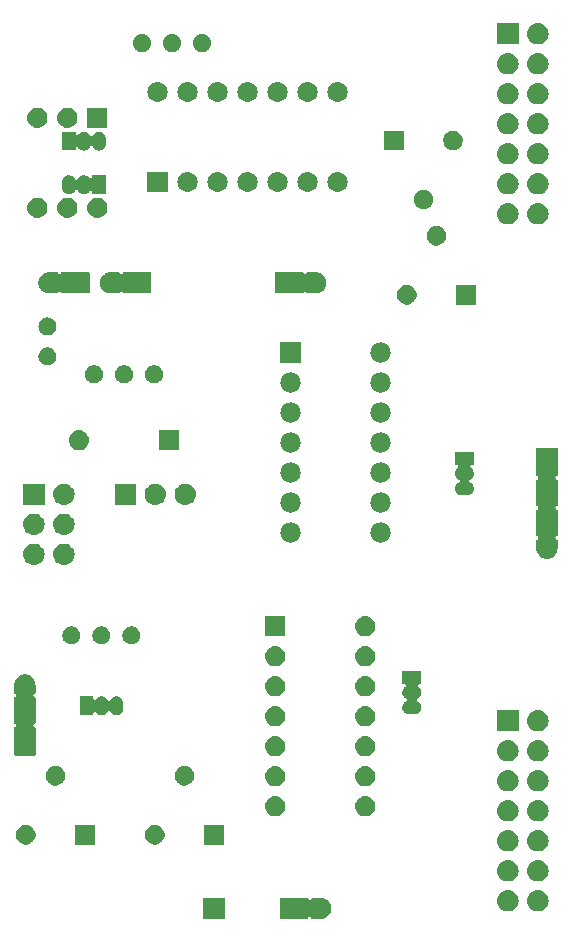
<source format=gbr>
G04 #@! TF.GenerationSoftware,KiCad,Pcbnew,(5.1.2)-2*
G04 #@! TF.CreationDate,2019-08-12T05:37:21+02:00*
G04 #@! TF.ProjectId,vco_mk1,76636f5f-6d6b-4312-9e6b-696361645f70,rev?*
G04 #@! TF.SameCoordinates,Original*
G04 #@! TF.FileFunction,Soldermask,Bot*
G04 #@! TF.FilePolarity,Negative*
%FSLAX46Y46*%
G04 Gerber Fmt 4.6, Leading zero omitted, Abs format (unit mm)*
G04 Created by KiCad (PCBNEW (5.1.2)-2) date 2019-08-12 05:37:21*
%MOMM*%
%LPD*%
G04 APERTURE LIST*
%ADD10C,0.100000*%
G04 APERTURE END LIST*
D10*
G36*
X187006999Y-136513737D02*
G01*
X187016608Y-136516652D01*
X187025472Y-136521390D01*
X187033237Y-136527763D01*
X187039610Y-136535528D01*
X187044348Y-136544392D01*
X187047263Y-136554001D01*
X187049047Y-136572119D01*
X187053827Y-136596153D01*
X187063204Y-136618791D01*
X187076818Y-136639166D01*
X187094145Y-136656493D01*
X187114519Y-136670107D01*
X187137158Y-136679484D01*
X187161191Y-136684265D01*
X187185695Y-136684265D01*
X187209729Y-136679485D01*
X187232367Y-136670108D01*
X187252742Y-136656494D01*
X187275564Y-136631953D01*
X187341097Y-136539114D01*
X187351702Y-136526847D01*
X187358710Y-136521390D01*
X187359629Y-136520674D01*
X187367255Y-136516846D01*
X187368605Y-136516168D01*
X187368607Y-136516167D01*
X187368608Y-136516167D01*
X187378293Y-136513498D01*
X187379073Y-136513283D01*
X187392338Y-136512148D01*
X188080860Y-136512148D01*
X188106864Y-136514709D01*
X188111539Y-136515639D01*
X188123793Y-136516241D01*
X188164175Y-136516241D01*
X188186455Y-136518435D01*
X188337836Y-136548547D01*
X188359255Y-136555045D01*
X188501854Y-136614111D01*
X188521599Y-136624665D01*
X188649936Y-136710417D01*
X188667241Y-136724618D01*
X188776382Y-136833759D01*
X188790583Y-136851064D01*
X188876335Y-136979401D01*
X188886889Y-136999146D01*
X188945955Y-137141745D01*
X188952453Y-137163164D01*
X188982565Y-137314545D01*
X188984759Y-137336825D01*
X188984759Y-137491175D01*
X188982565Y-137513455D01*
X188952453Y-137664836D01*
X188945955Y-137686255D01*
X188886889Y-137828854D01*
X188876335Y-137848599D01*
X188790583Y-137976936D01*
X188776382Y-137994241D01*
X188667241Y-138103382D01*
X188649936Y-138117583D01*
X188521599Y-138203335D01*
X188501854Y-138213889D01*
X188359255Y-138272955D01*
X188337836Y-138279453D01*
X188186455Y-138309565D01*
X188164175Y-138311759D01*
X188123793Y-138311759D01*
X188109263Y-138313190D01*
X188109250Y-138313056D01*
X188080860Y-138315852D01*
X187393140Y-138315852D01*
X187377001Y-138314263D01*
X187367392Y-138311348D01*
X187358528Y-138306610D01*
X187350135Y-138299722D01*
X187341561Y-138289543D01*
X187275310Y-138195687D01*
X187259285Y-138177150D01*
X187239951Y-138162095D01*
X187218052Y-138151101D01*
X187194428Y-138144591D01*
X187169989Y-138142814D01*
X187145672Y-138145840D01*
X187122413Y-138153551D01*
X187101105Y-138165652D01*
X187082568Y-138181677D01*
X187067513Y-138201011D01*
X187056519Y-138222910D01*
X187048520Y-138258710D01*
X187047503Y-138272704D01*
X187044832Y-138282395D01*
X187044223Y-138283608D01*
X187040326Y-138291371D01*
X187037239Y-138295334D01*
X187034153Y-138299298D01*
X187026554Y-138305867D01*
X187017819Y-138310828D01*
X187013504Y-138312258D01*
X187008282Y-138313990D01*
X186997000Y-138315247D01*
X186995483Y-138315247D01*
X186990055Y-138315852D01*
X184703140Y-138315852D01*
X184687001Y-138314263D01*
X184677392Y-138311348D01*
X184668528Y-138306610D01*
X184660763Y-138300237D01*
X184654390Y-138292472D01*
X184649652Y-138283608D01*
X184646737Y-138273999D01*
X184645148Y-138257860D01*
X184645148Y-136570140D01*
X184646737Y-136554001D01*
X184649652Y-136544392D01*
X184654390Y-136535528D01*
X184660763Y-136527763D01*
X184668528Y-136521390D01*
X184677392Y-136516652D01*
X184687001Y-136513737D01*
X184703140Y-136512148D01*
X186990860Y-136512148D01*
X187006999Y-136513737D01*
X187006999Y-136513737D01*
G37*
G36*
X179971000Y-138315000D02*
G01*
X178169000Y-138315000D01*
X178169000Y-136513000D01*
X179971000Y-136513000D01*
X179971000Y-138315000D01*
X179971000Y-138315000D01*
G37*
G36*
X206612443Y-135884519D02*
G01*
X206678627Y-135891037D01*
X206848466Y-135942557D01*
X207004991Y-136026222D01*
X207040729Y-136055552D01*
X207142186Y-136138814D01*
X207225448Y-136240271D01*
X207254778Y-136276009D01*
X207338443Y-136432534D01*
X207389963Y-136602373D01*
X207407359Y-136779000D01*
X207389963Y-136955627D01*
X207338443Y-137125466D01*
X207254778Y-137281991D01*
X207228061Y-137314545D01*
X207142186Y-137419186D01*
X207054466Y-137491175D01*
X207004991Y-137531778D01*
X206848466Y-137615443D01*
X206678627Y-137666963D01*
X206612443Y-137673481D01*
X206546260Y-137680000D01*
X206457740Y-137680000D01*
X206391557Y-137673481D01*
X206325373Y-137666963D01*
X206155534Y-137615443D01*
X205999009Y-137531778D01*
X205949534Y-137491175D01*
X205861814Y-137419186D01*
X205775939Y-137314545D01*
X205749222Y-137281991D01*
X205665557Y-137125466D01*
X205614037Y-136955627D01*
X205596641Y-136779000D01*
X205614037Y-136602373D01*
X205665557Y-136432534D01*
X205749222Y-136276009D01*
X205778552Y-136240271D01*
X205861814Y-136138814D01*
X205963271Y-136055552D01*
X205999009Y-136026222D01*
X206155534Y-135942557D01*
X206325373Y-135891037D01*
X206391557Y-135884519D01*
X206457740Y-135878000D01*
X206546260Y-135878000D01*
X206612443Y-135884519D01*
X206612443Y-135884519D01*
G37*
G36*
X204072443Y-135884519D02*
G01*
X204138627Y-135891037D01*
X204308466Y-135942557D01*
X204464991Y-136026222D01*
X204500729Y-136055552D01*
X204602186Y-136138814D01*
X204685448Y-136240271D01*
X204714778Y-136276009D01*
X204798443Y-136432534D01*
X204849963Y-136602373D01*
X204867359Y-136779000D01*
X204849963Y-136955627D01*
X204798443Y-137125466D01*
X204714778Y-137281991D01*
X204688061Y-137314545D01*
X204602186Y-137419186D01*
X204514466Y-137491175D01*
X204464991Y-137531778D01*
X204308466Y-137615443D01*
X204138627Y-137666963D01*
X204072443Y-137673481D01*
X204006260Y-137680000D01*
X203917740Y-137680000D01*
X203851557Y-137673481D01*
X203785373Y-137666963D01*
X203615534Y-137615443D01*
X203459009Y-137531778D01*
X203409534Y-137491175D01*
X203321814Y-137419186D01*
X203235939Y-137314545D01*
X203209222Y-137281991D01*
X203125557Y-137125466D01*
X203074037Y-136955627D01*
X203056641Y-136779000D01*
X203074037Y-136602373D01*
X203125557Y-136432534D01*
X203209222Y-136276009D01*
X203238552Y-136240271D01*
X203321814Y-136138814D01*
X203423271Y-136055552D01*
X203459009Y-136026222D01*
X203615534Y-135942557D01*
X203785373Y-135891037D01*
X203851557Y-135884519D01*
X203917740Y-135878000D01*
X204006260Y-135878000D01*
X204072443Y-135884519D01*
X204072443Y-135884519D01*
G37*
G36*
X204072442Y-133344518D02*
G01*
X204138627Y-133351037D01*
X204308466Y-133402557D01*
X204464991Y-133486222D01*
X204500729Y-133515552D01*
X204602186Y-133598814D01*
X204685448Y-133700271D01*
X204714778Y-133736009D01*
X204798443Y-133892534D01*
X204849963Y-134062373D01*
X204867359Y-134239000D01*
X204849963Y-134415627D01*
X204798443Y-134585466D01*
X204714778Y-134741991D01*
X204685448Y-134777729D01*
X204602186Y-134879186D01*
X204500729Y-134962448D01*
X204464991Y-134991778D01*
X204308466Y-135075443D01*
X204138627Y-135126963D01*
X204072443Y-135133481D01*
X204006260Y-135140000D01*
X203917740Y-135140000D01*
X203851557Y-135133481D01*
X203785373Y-135126963D01*
X203615534Y-135075443D01*
X203459009Y-134991778D01*
X203423271Y-134962448D01*
X203321814Y-134879186D01*
X203238552Y-134777729D01*
X203209222Y-134741991D01*
X203125557Y-134585466D01*
X203074037Y-134415627D01*
X203056641Y-134239000D01*
X203074037Y-134062373D01*
X203125557Y-133892534D01*
X203209222Y-133736009D01*
X203238552Y-133700271D01*
X203321814Y-133598814D01*
X203423271Y-133515552D01*
X203459009Y-133486222D01*
X203615534Y-133402557D01*
X203785373Y-133351037D01*
X203851558Y-133344518D01*
X203917740Y-133338000D01*
X204006260Y-133338000D01*
X204072442Y-133344518D01*
X204072442Y-133344518D01*
G37*
G36*
X206612442Y-133344518D02*
G01*
X206678627Y-133351037D01*
X206848466Y-133402557D01*
X207004991Y-133486222D01*
X207040729Y-133515552D01*
X207142186Y-133598814D01*
X207225448Y-133700271D01*
X207254778Y-133736009D01*
X207338443Y-133892534D01*
X207389963Y-134062373D01*
X207407359Y-134239000D01*
X207389963Y-134415627D01*
X207338443Y-134585466D01*
X207254778Y-134741991D01*
X207225448Y-134777729D01*
X207142186Y-134879186D01*
X207040729Y-134962448D01*
X207004991Y-134991778D01*
X206848466Y-135075443D01*
X206678627Y-135126963D01*
X206612443Y-135133481D01*
X206546260Y-135140000D01*
X206457740Y-135140000D01*
X206391557Y-135133481D01*
X206325373Y-135126963D01*
X206155534Y-135075443D01*
X205999009Y-134991778D01*
X205963271Y-134962448D01*
X205861814Y-134879186D01*
X205778552Y-134777729D01*
X205749222Y-134741991D01*
X205665557Y-134585466D01*
X205614037Y-134415627D01*
X205596641Y-134239000D01*
X205614037Y-134062373D01*
X205665557Y-133892534D01*
X205749222Y-133736009D01*
X205778552Y-133700271D01*
X205861814Y-133598814D01*
X205963271Y-133515552D01*
X205999009Y-133486222D01*
X206155534Y-133402557D01*
X206325373Y-133351037D01*
X206391558Y-133344518D01*
X206457740Y-133338000D01*
X206546260Y-133338000D01*
X206612442Y-133344518D01*
X206612442Y-133344518D01*
G37*
G36*
X206612442Y-130804518D02*
G01*
X206678627Y-130811037D01*
X206848466Y-130862557D01*
X207004991Y-130946222D01*
X207040729Y-130975552D01*
X207142186Y-131058814D01*
X207225448Y-131160271D01*
X207254778Y-131196009D01*
X207338443Y-131352534D01*
X207389963Y-131522373D01*
X207407359Y-131699000D01*
X207389963Y-131875627D01*
X207338443Y-132045466D01*
X207254778Y-132201991D01*
X207225448Y-132237729D01*
X207142186Y-132339186D01*
X207040729Y-132422448D01*
X207004991Y-132451778D01*
X206848466Y-132535443D01*
X206678627Y-132586963D01*
X206612442Y-132593482D01*
X206546260Y-132600000D01*
X206457740Y-132600000D01*
X206391558Y-132593482D01*
X206325373Y-132586963D01*
X206155534Y-132535443D01*
X205999009Y-132451778D01*
X205963271Y-132422448D01*
X205861814Y-132339186D01*
X205778552Y-132237729D01*
X205749222Y-132201991D01*
X205665557Y-132045466D01*
X205614037Y-131875627D01*
X205596641Y-131699000D01*
X205614037Y-131522373D01*
X205665557Y-131352534D01*
X205749222Y-131196009D01*
X205778552Y-131160271D01*
X205861814Y-131058814D01*
X205963271Y-130975552D01*
X205999009Y-130946222D01*
X206155534Y-130862557D01*
X206325373Y-130811037D01*
X206391558Y-130804518D01*
X206457740Y-130798000D01*
X206546260Y-130798000D01*
X206612442Y-130804518D01*
X206612442Y-130804518D01*
G37*
G36*
X204072442Y-130804518D02*
G01*
X204138627Y-130811037D01*
X204308466Y-130862557D01*
X204464991Y-130946222D01*
X204500729Y-130975552D01*
X204602186Y-131058814D01*
X204685448Y-131160271D01*
X204714778Y-131196009D01*
X204798443Y-131352534D01*
X204849963Y-131522373D01*
X204867359Y-131699000D01*
X204849963Y-131875627D01*
X204798443Y-132045466D01*
X204714778Y-132201991D01*
X204685448Y-132237729D01*
X204602186Y-132339186D01*
X204500729Y-132422448D01*
X204464991Y-132451778D01*
X204308466Y-132535443D01*
X204138627Y-132586963D01*
X204072442Y-132593482D01*
X204006260Y-132600000D01*
X203917740Y-132600000D01*
X203851558Y-132593482D01*
X203785373Y-132586963D01*
X203615534Y-132535443D01*
X203459009Y-132451778D01*
X203423271Y-132422448D01*
X203321814Y-132339186D01*
X203238552Y-132237729D01*
X203209222Y-132201991D01*
X203125557Y-132045466D01*
X203074037Y-131875627D01*
X203056641Y-131699000D01*
X203074037Y-131522373D01*
X203125557Y-131352534D01*
X203209222Y-131196009D01*
X203238552Y-131160271D01*
X203321814Y-131058814D01*
X203423271Y-130975552D01*
X203459009Y-130946222D01*
X203615534Y-130862557D01*
X203785373Y-130811037D01*
X203851558Y-130804518D01*
X203917740Y-130798000D01*
X204006260Y-130798000D01*
X204072442Y-130804518D01*
X204072442Y-130804518D01*
G37*
G36*
X168974000Y-132019000D02*
G01*
X167322000Y-132019000D01*
X167322000Y-130367000D01*
X168974000Y-130367000D01*
X168974000Y-132019000D01*
X168974000Y-132019000D01*
G37*
G36*
X163388935Y-130398742D02*
G01*
X163539258Y-130461008D01*
X163674545Y-130551404D01*
X163789596Y-130666455D01*
X163879992Y-130801742D01*
X163942258Y-130952065D01*
X163974000Y-131111646D01*
X163974000Y-131274354D01*
X163942258Y-131433935D01*
X163879992Y-131584258D01*
X163789596Y-131719545D01*
X163674545Y-131834596D01*
X163539258Y-131924992D01*
X163388935Y-131987258D01*
X163229354Y-132019000D01*
X163066646Y-132019000D01*
X162907065Y-131987258D01*
X162756742Y-131924992D01*
X162621455Y-131834596D01*
X162506404Y-131719545D01*
X162416008Y-131584258D01*
X162353742Y-131433935D01*
X162322000Y-131274354D01*
X162322000Y-131111646D01*
X162353742Y-130952065D01*
X162416008Y-130801742D01*
X162506404Y-130666455D01*
X162621455Y-130551404D01*
X162756742Y-130461008D01*
X162907065Y-130398742D01*
X163066646Y-130367000D01*
X163229354Y-130367000D01*
X163388935Y-130398742D01*
X163388935Y-130398742D01*
G37*
G36*
X179896000Y-132017000D02*
G01*
X178244000Y-132017000D01*
X178244000Y-130365000D01*
X179896000Y-130365000D01*
X179896000Y-132017000D01*
X179896000Y-132017000D01*
G37*
G36*
X174310935Y-130396742D02*
G01*
X174461258Y-130459008D01*
X174596545Y-130549404D01*
X174711596Y-130664455D01*
X174801992Y-130799742D01*
X174864258Y-130950065D01*
X174896000Y-131109646D01*
X174896000Y-131272354D01*
X174864258Y-131431935D01*
X174801992Y-131582258D01*
X174711596Y-131717545D01*
X174596545Y-131832596D01*
X174461258Y-131922992D01*
X174310935Y-131985258D01*
X174151354Y-132017000D01*
X173988646Y-132017000D01*
X173829065Y-131985258D01*
X173678742Y-131922992D01*
X173543455Y-131832596D01*
X173428404Y-131717545D01*
X173338008Y-131582258D01*
X173275742Y-131431935D01*
X173244000Y-131272354D01*
X173244000Y-131109646D01*
X173275742Y-130950065D01*
X173338008Y-130799742D01*
X173428404Y-130664455D01*
X173543455Y-130549404D01*
X173678742Y-130459008D01*
X173829065Y-130396742D01*
X173988646Y-130365000D01*
X174151354Y-130365000D01*
X174310935Y-130396742D01*
X174310935Y-130396742D01*
G37*
G36*
X206612443Y-128264519D02*
G01*
X206678627Y-128271037D01*
X206848466Y-128322557D01*
X207004991Y-128406222D01*
X207040729Y-128435552D01*
X207142186Y-128518814D01*
X207225448Y-128620271D01*
X207254778Y-128656009D01*
X207338443Y-128812534D01*
X207389963Y-128982373D01*
X207407359Y-129159000D01*
X207389963Y-129335627D01*
X207338443Y-129505466D01*
X207254778Y-129661991D01*
X207225448Y-129697729D01*
X207142186Y-129799186D01*
X207040729Y-129882448D01*
X207004991Y-129911778D01*
X206848466Y-129995443D01*
X206678627Y-130046963D01*
X206612442Y-130053482D01*
X206546260Y-130060000D01*
X206457740Y-130060000D01*
X206391558Y-130053482D01*
X206325373Y-130046963D01*
X206155534Y-129995443D01*
X205999009Y-129911778D01*
X205963271Y-129882448D01*
X205861814Y-129799186D01*
X205778552Y-129697729D01*
X205749222Y-129661991D01*
X205665557Y-129505466D01*
X205614037Y-129335627D01*
X205596641Y-129159000D01*
X205614037Y-128982373D01*
X205665557Y-128812534D01*
X205749222Y-128656009D01*
X205778552Y-128620271D01*
X205861814Y-128518814D01*
X205963271Y-128435552D01*
X205999009Y-128406222D01*
X206155534Y-128322557D01*
X206325373Y-128271037D01*
X206391557Y-128264519D01*
X206457740Y-128258000D01*
X206546260Y-128258000D01*
X206612443Y-128264519D01*
X206612443Y-128264519D01*
G37*
G36*
X204072443Y-128264519D02*
G01*
X204138627Y-128271037D01*
X204308466Y-128322557D01*
X204464991Y-128406222D01*
X204500729Y-128435552D01*
X204602186Y-128518814D01*
X204685448Y-128620271D01*
X204714778Y-128656009D01*
X204798443Y-128812534D01*
X204849963Y-128982373D01*
X204867359Y-129159000D01*
X204849963Y-129335627D01*
X204798443Y-129505466D01*
X204714778Y-129661991D01*
X204685448Y-129697729D01*
X204602186Y-129799186D01*
X204500729Y-129882448D01*
X204464991Y-129911778D01*
X204308466Y-129995443D01*
X204138627Y-130046963D01*
X204072442Y-130053482D01*
X204006260Y-130060000D01*
X203917740Y-130060000D01*
X203851558Y-130053482D01*
X203785373Y-130046963D01*
X203615534Y-129995443D01*
X203459009Y-129911778D01*
X203423271Y-129882448D01*
X203321814Y-129799186D01*
X203238552Y-129697729D01*
X203209222Y-129661991D01*
X203125557Y-129505466D01*
X203074037Y-129335627D01*
X203056641Y-129159000D01*
X203074037Y-128982373D01*
X203125557Y-128812534D01*
X203209222Y-128656009D01*
X203238552Y-128620271D01*
X203321814Y-128518814D01*
X203423271Y-128435552D01*
X203459009Y-128406222D01*
X203615534Y-128322557D01*
X203785373Y-128271037D01*
X203851557Y-128264519D01*
X203917740Y-128258000D01*
X204006260Y-128258000D01*
X204072443Y-128264519D01*
X204072443Y-128264519D01*
G37*
G36*
X192062823Y-127941313D02*
G01*
X192223242Y-127989976D01*
X192355906Y-128060886D01*
X192371078Y-128068996D01*
X192500659Y-128175341D01*
X192607004Y-128304922D01*
X192607005Y-128304924D01*
X192686024Y-128452758D01*
X192734687Y-128613177D01*
X192751117Y-128780000D01*
X192734687Y-128946823D01*
X192686024Y-129107242D01*
X192615114Y-129239906D01*
X192607004Y-129255078D01*
X192500659Y-129384659D01*
X192371078Y-129491004D01*
X192371076Y-129491005D01*
X192223242Y-129570024D01*
X192062823Y-129618687D01*
X191937804Y-129631000D01*
X191854196Y-129631000D01*
X191729177Y-129618687D01*
X191568758Y-129570024D01*
X191420924Y-129491005D01*
X191420922Y-129491004D01*
X191291341Y-129384659D01*
X191184996Y-129255078D01*
X191176886Y-129239906D01*
X191105976Y-129107242D01*
X191057313Y-128946823D01*
X191040883Y-128780000D01*
X191057313Y-128613177D01*
X191105976Y-128452758D01*
X191184995Y-128304924D01*
X191184996Y-128304922D01*
X191291341Y-128175341D01*
X191420922Y-128068996D01*
X191436094Y-128060886D01*
X191568758Y-127989976D01*
X191729177Y-127941313D01*
X191854196Y-127929000D01*
X191937804Y-127929000D01*
X192062823Y-127941313D01*
X192062823Y-127941313D01*
G37*
G36*
X184442823Y-127941313D02*
G01*
X184603242Y-127989976D01*
X184735906Y-128060886D01*
X184751078Y-128068996D01*
X184880659Y-128175341D01*
X184987004Y-128304922D01*
X184987005Y-128304924D01*
X185066024Y-128452758D01*
X185114687Y-128613177D01*
X185131117Y-128780000D01*
X185114687Y-128946823D01*
X185066024Y-129107242D01*
X184995114Y-129239906D01*
X184987004Y-129255078D01*
X184880659Y-129384659D01*
X184751078Y-129491004D01*
X184751076Y-129491005D01*
X184603242Y-129570024D01*
X184442823Y-129618687D01*
X184317804Y-129631000D01*
X184234196Y-129631000D01*
X184109177Y-129618687D01*
X183948758Y-129570024D01*
X183800924Y-129491005D01*
X183800922Y-129491004D01*
X183671341Y-129384659D01*
X183564996Y-129255078D01*
X183556886Y-129239906D01*
X183485976Y-129107242D01*
X183437313Y-128946823D01*
X183420883Y-128780000D01*
X183437313Y-128613177D01*
X183485976Y-128452758D01*
X183564995Y-128304924D01*
X183564996Y-128304922D01*
X183671341Y-128175341D01*
X183800922Y-128068996D01*
X183816094Y-128060886D01*
X183948758Y-127989976D01*
X184109177Y-127941313D01*
X184234196Y-127929000D01*
X184317804Y-127929000D01*
X184442823Y-127941313D01*
X184442823Y-127941313D01*
G37*
G36*
X206612443Y-125724519D02*
G01*
X206678627Y-125731037D01*
X206848466Y-125782557D01*
X207004991Y-125866222D01*
X207040729Y-125895552D01*
X207142186Y-125978814D01*
X207225448Y-126080271D01*
X207254778Y-126116009D01*
X207338443Y-126272534D01*
X207389963Y-126442373D01*
X207407359Y-126619000D01*
X207389963Y-126795627D01*
X207338443Y-126965466D01*
X207254778Y-127121991D01*
X207225448Y-127157729D01*
X207142186Y-127259186D01*
X207040729Y-127342448D01*
X207004991Y-127371778D01*
X206848466Y-127455443D01*
X206678627Y-127506963D01*
X206612442Y-127513482D01*
X206546260Y-127520000D01*
X206457740Y-127520000D01*
X206391558Y-127513482D01*
X206325373Y-127506963D01*
X206155534Y-127455443D01*
X205999009Y-127371778D01*
X205963271Y-127342448D01*
X205861814Y-127259186D01*
X205778552Y-127157729D01*
X205749222Y-127121991D01*
X205665557Y-126965466D01*
X205614037Y-126795627D01*
X205596641Y-126619000D01*
X205614037Y-126442373D01*
X205665557Y-126272534D01*
X205749222Y-126116009D01*
X205778552Y-126080271D01*
X205861814Y-125978814D01*
X205963271Y-125895552D01*
X205999009Y-125866222D01*
X206155534Y-125782557D01*
X206325373Y-125731037D01*
X206391557Y-125724519D01*
X206457740Y-125718000D01*
X206546260Y-125718000D01*
X206612443Y-125724519D01*
X206612443Y-125724519D01*
G37*
G36*
X204072443Y-125724519D02*
G01*
X204138627Y-125731037D01*
X204308466Y-125782557D01*
X204464991Y-125866222D01*
X204500729Y-125895552D01*
X204602186Y-125978814D01*
X204685448Y-126080271D01*
X204714778Y-126116009D01*
X204798443Y-126272534D01*
X204849963Y-126442373D01*
X204867359Y-126619000D01*
X204849963Y-126795627D01*
X204798443Y-126965466D01*
X204714778Y-127121991D01*
X204685448Y-127157729D01*
X204602186Y-127259186D01*
X204500729Y-127342448D01*
X204464991Y-127371778D01*
X204308466Y-127455443D01*
X204138627Y-127506963D01*
X204072442Y-127513482D01*
X204006260Y-127520000D01*
X203917740Y-127520000D01*
X203851558Y-127513482D01*
X203785373Y-127506963D01*
X203615534Y-127455443D01*
X203459009Y-127371778D01*
X203423271Y-127342448D01*
X203321814Y-127259186D01*
X203238552Y-127157729D01*
X203209222Y-127121991D01*
X203125557Y-126965466D01*
X203074037Y-126795627D01*
X203056641Y-126619000D01*
X203074037Y-126442373D01*
X203125557Y-126272534D01*
X203209222Y-126116009D01*
X203238552Y-126080271D01*
X203321814Y-125978814D01*
X203423271Y-125895552D01*
X203459009Y-125866222D01*
X203615534Y-125782557D01*
X203785373Y-125731037D01*
X203851557Y-125724519D01*
X203917740Y-125718000D01*
X204006260Y-125718000D01*
X204072443Y-125724519D01*
X204072443Y-125724519D01*
G37*
G36*
X184442823Y-125401313D02*
G01*
X184603242Y-125449976D01*
X184735906Y-125520886D01*
X184751078Y-125528996D01*
X184880659Y-125635341D01*
X184987004Y-125764922D01*
X184987005Y-125764924D01*
X185066024Y-125912758D01*
X185114687Y-126073177D01*
X185131117Y-126240000D01*
X185114687Y-126406823D01*
X185066024Y-126567242D01*
X184995114Y-126699906D01*
X184987004Y-126715078D01*
X184880659Y-126844659D01*
X184751078Y-126951004D01*
X184751076Y-126951005D01*
X184603242Y-127030024D01*
X184442823Y-127078687D01*
X184317804Y-127091000D01*
X184234196Y-127091000D01*
X184109177Y-127078687D01*
X183948758Y-127030024D01*
X183800924Y-126951005D01*
X183800922Y-126951004D01*
X183671341Y-126844659D01*
X183564996Y-126715078D01*
X183556886Y-126699906D01*
X183485976Y-126567242D01*
X183437313Y-126406823D01*
X183420883Y-126240000D01*
X183437313Y-126073177D01*
X183485976Y-125912758D01*
X183564995Y-125764924D01*
X183564996Y-125764922D01*
X183671341Y-125635341D01*
X183800922Y-125528996D01*
X183816094Y-125520886D01*
X183948758Y-125449976D01*
X184109177Y-125401313D01*
X184234196Y-125389000D01*
X184317804Y-125389000D01*
X184442823Y-125401313D01*
X184442823Y-125401313D01*
G37*
G36*
X192062823Y-125401313D02*
G01*
X192223242Y-125449976D01*
X192355906Y-125520886D01*
X192371078Y-125528996D01*
X192500659Y-125635341D01*
X192607004Y-125764922D01*
X192607005Y-125764924D01*
X192686024Y-125912758D01*
X192734687Y-126073177D01*
X192751117Y-126240000D01*
X192734687Y-126406823D01*
X192686024Y-126567242D01*
X192615114Y-126699906D01*
X192607004Y-126715078D01*
X192500659Y-126844659D01*
X192371078Y-126951004D01*
X192371076Y-126951005D01*
X192223242Y-127030024D01*
X192062823Y-127078687D01*
X191937804Y-127091000D01*
X191854196Y-127091000D01*
X191729177Y-127078687D01*
X191568758Y-127030024D01*
X191420924Y-126951005D01*
X191420922Y-126951004D01*
X191291341Y-126844659D01*
X191184996Y-126715078D01*
X191176886Y-126699906D01*
X191105976Y-126567242D01*
X191057313Y-126406823D01*
X191040883Y-126240000D01*
X191057313Y-126073177D01*
X191105976Y-125912758D01*
X191184995Y-125764924D01*
X191184996Y-125764922D01*
X191291341Y-125635341D01*
X191420922Y-125528996D01*
X191436094Y-125520886D01*
X191568758Y-125449976D01*
X191729177Y-125401313D01*
X191854196Y-125389000D01*
X191937804Y-125389000D01*
X192062823Y-125401313D01*
X192062823Y-125401313D01*
G37*
G36*
X165888935Y-125398742D02*
G01*
X166039258Y-125461008D01*
X166174545Y-125551404D01*
X166289596Y-125666455D01*
X166379992Y-125801742D01*
X166442258Y-125952065D01*
X166474000Y-126111646D01*
X166474000Y-126274354D01*
X166442258Y-126433935D01*
X166379992Y-126584258D01*
X166289596Y-126719545D01*
X166174545Y-126834596D01*
X166039258Y-126924992D01*
X165888935Y-126987258D01*
X165729354Y-127019000D01*
X165566646Y-127019000D01*
X165407065Y-126987258D01*
X165256742Y-126924992D01*
X165121455Y-126834596D01*
X165006404Y-126719545D01*
X164916008Y-126584258D01*
X164853742Y-126433935D01*
X164822000Y-126274354D01*
X164822000Y-126111646D01*
X164853742Y-125952065D01*
X164916008Y-125801742D01*
X165006404Y-125666455D01*
X165121455Y-125551404D01*
X165256742Y-125461008D01*
X165407065Y-125398742D01*
X165566646Y-125367000D01*
X165729354Y-125367000D01*
X165888935Y-125398742D01*
X165888935Y-125398742D01*
G37*
G36*
X176810935Y-125396742D02*
G01*
X176961258Y-125459008D01*
X177096545Y-125549404D01*
X177211596Y-125664455D01*
X177301992Y-125799742D01*
X177364258Y-125950065D01*
X177396000Y-126109646D01*
X177396000Y-126272354D01*
X177364258Y-126431935D01*
X177301992Y-126582258D01*
X177211596Y-126717545D01*
X177096545Y-126832596D01*
X176961258Y-126922992D01*
X176810935Y-126985258D01*
X176651354Y-127017000D01*
X176488646Y-127017000D01*
X176329065Y-126985258D01*
X176178742Y-126922992D01*
X176043455Y-126832596D01*
X175928404Y-126717545D01*
X175838008Y-126582258D01*
X175775742Y-126431935D01*
X175744000Y-126272354D01*
X175744000Y-126109646D01*
X175775742Y-125950065D01*
X175838008Y-125799742D01*
X175928404Y-125664455D01*
X176043455Y-125549404D01*
X176178742Y-125459008D01*
X176329065Y-125396742D01*
X176488646Y-125365000D01*
X176651354Y-125365000D01*
X176810935Y-125396742D01*
X176810935Y-125396742D01*
G37*
G36*
X206612442Y-123184518D02*
G01*
X206678627Y-123191037D01*
X206848466Y-123242557D01*
X207004991Y-123326222D01*
X207040729Y-123355552D01*
X207142186Y-123438814D01*
X207225448Y-123540271D01*
X207254778Y-123576009D01*
X207338443Y-123732534D01*
X207389963Y-123902373D01*
X207407359Y-124079000D01*
X207389963Y-124255627D01*
X207339191Y-124423000D01*
X207338442Y-124425468D01*
X207329280Y-124442608D01*
X207254778Y-124581991D01*
X207225448Y-124617729D01*
X207142186Y-124719186D01*
X207040729Y-124802448D01*
X207004991Y-124831778D01*
X206848466Y-124915443D01*
X206678627Y-124966963D01*
X206612443Y-124973481D01*
X206546260Y-124980000D01*
X206457740Y-124980000D01*
X206391557Y-124973481D01*
X206325373Y-124966963D01*
X206155534Y-124915443D01*
X205999009Y-124831778D01*
X205963271Y-124802448D01*
X205861814Y-124719186D01*
X205778552Y-124617729D01*
X205749222Y-124581991D01*
X205674720Y-124442608D01*
X205665558Y-124425468D01*
X205664809Y-124423000D01*
X205614037Y-124255627D01*
X205596641Y-124079000D01*
X205614037Y-123902373D01*
X205665557Y-123732534D01*
X205749222Y-123576009D01*
X205778552Y-123540271D01*
X205861814Y-123438814D01*
X205963271Y-123355552D01*
X205999009Y-123326222D01*
X206155534Y-123242557D01*
X206325373Y-123191037D01*
X206391558Y-123184518D01*
X206457740Y-123178000D01*
X206546260Y-123178000D01*
X206612442Y-123184518D01*
X206612442Y-123184518D01*
G37*
G36*
X204072442Y-123184518D02*
G01*
X204138627Y-123191037D01*
X204308466Y-123242557D01*
X204464991Y-123326222D01*
X204500729Y-123355552D01*
X204602186Y-123438814D01*
X204685448Y-123540271D01*
X204714778Y-123576009D01*
X204798443Y-123732534D01*
X204849963Y-123902373D01*
X204867359Y-124079000D01*
X204849963Y-124255627D01*
X204799191Y-124423000D01*
X204798442Y-124425468D01*
X204789280Y-124442608D01*
X204714778Y-124581991D01*
X204685448Y-124617729D01*
X204602186Y-124719186D01*
X204500729Y-124802448D01*
X204464991Y-124831778D01*
X204308466Y-124915443D01*
X204138627Y-124966963D01*
X204072443Y-124973481D01*
X204006260Y-124980000D01*
X203917740Y-124980000D01*
X203851557Y-124973481D01*
X203785373Y-124966963D01*
X203615534Y-124915443D01*
X203459009Y-124831778D01*
X203423271Y-124802448D01*
X203321814Y-124719186D01*
X203238552Y-124617729D01*
X203209222Y-124581991D01*
X203134720Y-124442608D01*
X203125558Y-124425468D01*
X203124809Y-124423000D01*
X203074037Y-124255627D01*
X203056641Y-124079000D01*
X203074037Y-123902373D01*
X203125557Y-123732534D01*
X203209222Y-123576009D01*
X203238552Y-123540271D01*
X203321814Y-123438814D01*
X203423271Y-123355552D01*
X203459009Y-123326222D01*
X203615534Y-123242557D01*
X203785373Y-123191037D01*
X203851558Y-123184518D01*
X203917740Y-123178000D01*
X204006260Y-123178000D01*
X204072442Y-123184518D01*
X204072442Y-123184518D01*
G37*
G36*
X184442823Y-122861313D02*
G01*
X184603242Y-122909976D01*
X184735906Y-122980886D01*
X184751078Y-122988996D01*
X184880659Y-123095341D01*
X184987004Y-123224922D01*
X184987005Y-123224924D01*
X185066024Y-123372758D01*
X185114687Y-123533177D01*
X185131117Y-123700000D01*
X185114687Y-123866823D01*
X185066024Y-124027242D01*
X184995114Y-124159906D01*
X184987004Y-124175078D01*
X184880659Y-124304659D01*
X184751078Y-124411004D01*
X184751076Y-124411005D01*
X184603242Y-124490024D01*
X184442823Y-124538687D01*
X184317804Y-124551000D01*
X184234196Y-124551000D01*
X184109177Y-124538687D01*
X183948758Y-124490024D01*
X183800924Y-124411005D01*
X183800922Y-124411004D01*
X183671341Y-124304659D01*
X183564996Y-124175078D01*
X183556886Y-124159906D01*
X183485976Y-124027242D01*
X183437313Y-123866823D01*
X183420883Y-123700000D01*
X183437313Y-123533177D01*
X183485976Y-123372758D01*
X183564995Y-123224924D01*
X183564996Y-123224922D01*
X183671341Y-123095341D01*
X183800922Y-122988996D01*
X183816094Y-122980886D01*
X183948758Y-122909976D01*
X184109177Y-122861313D01*
X184234196Y-122849000D01*
X184317804Y-122849000D01*
X184442823Y-122861313D01*
X184442823Y-122861313D01*
G37*
G36*
X192062823Y-122861313D02*
G01*
X192223242Y-122909976D01*
X192355906Y-122980886D01*
X192371078Y-122988996D01*
X192500659Y-123095341D01*
X192607004Y-123224922D01*
X192607005Y-123224924D01*
X192686024Y-123372758D01*
X192734687Y-123533177D01*
X192751117Y-123700000D01*
X192734687Y-123866823D01*
X192686024Y-124027242D01*
X192615114Y-124159906D01*
X192607004Y-124175078D01*
X192500659Y-124304659D01*
X192371078Y-124411004D01*
X192371076Y-124411005D01*
X192223242Y-124490024D01*
X192062823Y-124538687D01*
X191937804Y-124551000D01*
X191854196Y-124551000D01*
X191729177Y-124538687D01*
X191568758Y-124490024D01*
X191420924Y-124411005D01*
X191420922Y-124411004D01*
X191291341Y-124304659D01*
X191184996Y-124175078D01*
X191176886Y-124159906D01*
X191105976Y-124027242D01*
X191057313Y-123866823D01*
X191040883Y-123700000D01*
X191057313Y-123533177D01*
X191105976Y-123372758D01*
X191184995Y-123224924D01*
X191184996Y-123224922D01*
X191291341Y-123095341D01*
X191420922Y-122988996D01*
X191436094Y-122980886D01*
X191568758Y-122909976D01*
X191729177Y-122861313D01*
X191854196Y-122849000D01*
X191937804Y-122849000D01*
X192062823Y-122861313D01*
X192062823Y-122861313D01*
G37*
G36*
X163167455Y-117597435D02*
G01*
X163318836Y-117627547D01*
X163340255Y-117634045D01*
X163482854Y-117693111D01*
X163502599Y-117703665D01*
X163630936Y-117789417D01*
X163648241Y-117803618D01*
X163757382Y-117912759D01*
X163771583Y-117930064D01*
X163857335Y-118058401D01*
X163867889Y-118078146D01*
X163926955Y-118220745D01*
X163933453Y-118242164D01*
X163963565Y-118393545D01*
X163965759Y-118415825D01*
X163965759Y-118456207D01*
X163967190Y-118470737D01*
X163967056Y-118470750D01*
X163969852Y-118499140D01*
X163969852Y-119186860D01*
X163968263Y-119202999D01*
X163965348Y-119212608D01*
X163960610Y-119221472D01*
X163953722Y-119229865D01*
X163943543Y-119238439D01*
X163849687Y-119304690D01*
X163831150Y-119320715D01*
X163816095Y-119340049D01*
X163805101Y-119361948D01*
X163798591Y-119385572D01*
X163796814Y-119410011D01*
X163799840Y-119434328D01*
X163807551Y-119457587D01*
X163819652Y-119478895D01*
X163835677Y-119497432D01*
X163855011Y-119512487D01*
X163876910Y-119523481D01*
X163912710Y-119531480D01*
X163926704Y-119532497D01*
X163927578Y-119532738D01*
X163936392Y-119535167D01*
X163936393Y-119535167D01*
X163936395Y-119535168D01*
X163940900Y-119537430D01*
X163945371Y-119539674D01*
X163946290Y-119540390D01*
X163953298Y-119545847D01*
X163959867Y-119553446D01*
X163964828Y-119562181D01*
X163965228Y-119563389D01*
X163967990Y-119571718D01*
X163969247Y-119583000D01*
X163969247Y-119584517D01*
X163969852Y-119589945D01*
X163969852Y-121726860D01*
X163968263Y-121742999D01*
X163965348Y-121752608D01*
X163960610Y-121761472D01*
X163953722Y-121769865D01*
X163943543Y-121778439D01*
X163849687Y-121844690D01*
X163831150Y-121860715D01*
X163816095Y-121880049D01*
X163805101Y-121901948D01*
X163798591Y-121925572D01*
X163796814Y-121950011D01*
X163799840Y-121974328D01*
X163807551Y-121997587D01*
X163819652Y-122018895D01*
X163835677Y-122037432D01*
X163855011Y-122052487D01*
X163876910Y-122063481D01*
X163912710Y-122071480D01*
X163926704Y-122072497D01*
X163927578Y-122072738D01*
X163936392Y-122075167D01*
X163936393Y-122075167D01*
X163936395Y-122075168D01*
X163940900Y-122077430D01*
X163945371Y-122079674D01*
X163946290Y-122080390D01*
X163953298Y-122085847D01*
X163959867Y-122093446D01*
X163964828Y-122102181D01*
X163964828Y-122102182D01*
X163967990Y-122111718D01*
X163969247Y-122123000D01*
X163969247Y-122124517D01*
X163969852Y-122129945D01*
X163969852Y-124416860D01*
X163968263Y-124432999D01*
X163965348Y-124442608D01*
X163960610Y-124451472D01*
X163954237Y-124459237D01*
X163946472Y-124465610D01*
X163937608Y-124470348D01*
X163927999Y-124473263D01*
X163911860Y-124474852D01*
X162224140Y-124474852D01*
X162208001Y-124473263D01*
X162198392Y-124470348D01*
X162189528Y-124465610D01*
X162181763Y-124459237D01*
X162175390Y-124451472D01*
X162170652Y-124442608D01*
X162167737Y-124432999D01*
X162166148Y-124416860D01*
X162166148Y-122129140D01*
X162167737Y-122113001D01*
X162170652Y-122103392D01*
X162175390Y-122094528D01*
X162181763Y-122086763D01*
X162189528Y-122080390D01*
X162198392Y-122075652D01*
X162208001Y-122072737D01*
X162226119Y-122070953D01*
X162250153Y-122066173D01*
X162272791Y-122056796D01*
X162293166Y-122043182D01*
X162310493Y-122025855D01*
X162324107Y-122005481D01*
X162333484Y-121982842D01*
X162338265Y-121958809D01*
X162338265Y-121934305D01*
X162333485Y-121910271D01*
X162324108Y-121887633D01*
X162310494Y-121867258D01*
X162285953Y-121844436D01*
X162193114Y-121778903D01*
X162180847Y-121768298D01*
X162177760Y-121764334D01*
X162174674Y-121760371D01*
X162170777Y-121752608D01*
X162170168Y-121751395D01*
X162167283Y-121740927D01*
X162166148Y-121727662D01*
X162166148Y-119589140D01*
X162167737Y-119573001D01*
X162170652Y-119563392D01*
X162175390Y-119554528D01*
X162181763Y-119546763D01*
X162189528Y-119540390D01*
X162198392Y-119535652D01*
X162208001Y-119532737D01*
X162226119Y-119530953D01*
X162250153Y-119526173D01*
X162272791Y-119516796D01*
X162293166Y-119503182D01*
X162310493Y-119485855D01*
X162324107Y-119465481D01*
X162333484Y-119442842D01*
X162338265Y-119418809D01*
X162338265Y-119394305D01*
X162333485Y-119370271D01*
X162324108Y-119347633D01*
X162310494Y-119327258D01*
X162285953Y-119304436D01*
X162193114Y-119238903D01*
X162180847Y-119228298D01*
X162177760Y-119224334D01*
X162174674Y-119220371D01*
X162170777Y-119212608D01*
X162170168Y-119211395D01*
X162167283Y-119200927D01*
X162166148Y-119187662D01*
X162166148Y-118499140D01*
X162168709Y-118473136D01*
X162169639Y-118468461D01*
X162170241Y-118456207D01*
X162170241Y-118415825D01*
X162172435Y-118393545D01*
X162202547Y-118242164D01*
X162209045Y-118220745D01*
X162268111Y-118078146D01*
X162278665Y-118058401D01*
X162364417Y-117930064D01*
X162378618Y-117912759D01*
X162487759Y-117803618D01*
X162505064Y-117789417D01*
X162633401Y-117703665D01*
X162653146Y-117693111D01*
X162795745Y-117634045D01*
X162817164Y-117627547D01*
X162968545Y-117597435D01*
X162990825Y-117595241D01*
X163145175Y-117595241D01*
X163167455Y-117597435D01*
X163167455Y-117597435D01*
G37*
G36*
X204863000Y-122440000D02*
G01*
X203061000Y-122440000D01*
X203061000Y-120638000D01*
X204863000Y-120638000D01*
X204863000Y-122440000D01*
X204863000Y-122440000D01*
G37*
G36*
X206612443Y-120644519D02*
G01*
X206678627Y-120651037D01*
X206848466Y-120702557D01*
X206848468Y-120702558D01*
X206872671Y-120715495D01*
X207004991Y-120786222D01*
X207040729Y-120815552D01*
X207142186Y-120898814D01*
X207225448Y-121000271D01*
X207254778Y-121036009D01*
X207338443Y-121192534D01*
X207389963Y-121362373D01*
X207407359Y-121539000D01*
X207389963Y-121715627D01*
X207338443Y-121885466D01*
X207254778Y-122041991D01*
X207237141Y-122063481D01*
X207142186Y-122179186D01*
X207040729Y-122262448D01*
X207004991Y-122291778D01*
X206848466Y-122375443D01*
X206678627Y-122426963D01*
X206612443Y-122433481D01*
X206546260Y-122440000D01*
X206457740Y-122440000D01*
X206391557Y-122433481D01*
X206325373Y-122426963D01*
X206155534Y-122375443D01*
X205999009Y-122291778D01*
X205963271Y-122262448D01*
X205861814Y-122179186D01*
X205766859Y-122063481D01*
X205749222Y-122041991D01*
X205665557Y-121885466D01*
X205614037Y-121715627D01*
X205596641Y-121539000D01*
X205614037Y-121362373D01*
X205665557Y-121192534D01*
X205749222Y-121036009D01*
X205778552Y-121000271D01*
X205861814Y-120898814D01*
X205963271Y-120815552D01*
X205999009Y-120786222D01*
X206131329Y-120715495D01*
X206155532Y-120702558D01*
X206155534Y-120702557D01*
X206325373Y-120651037D01*
X206391557Y-120644519D01*
X206457740Y-120638000D01*
X206546260Y-120638000D01*
X206612443Y-120644519D01*
X206612443Y-120644519D01*
G37*
G36*
X192062823Y-120321313D02*
G01*
X192223242Y-120369976D01*
X192271929Y-120396000D01*
X192371078Y-120448996D01*
X192500659Y-120555341D01*
X192607004Y-120684922D01*
X192607005Y-120684924D01*
X192686024Y-120832758D01*
X192734687Y-120993177D01*
X192751117Y-121160000D01*
X192734687Y-121326823D01*
X192686024Y-121487242D01*
X192615114Y-121619906D01*
X192607004Y-121635078D01*
X192500659Y-121764659D01*
X192371078Y-121871004D01*
X192371076Y-121871005D01*
X192223242Y-121950024D01*
X192062823Y-121998687D01*
X191937804Y-122011000D01*
X191854196Y-122011000D01*
X191729177Y-121998687D01*
X191568758Y-121950024D01*
X191420924Y-121871005D01*
X191420922Y-121871004D01*
X191291341Y-121764659D01*
X191184996Y-121635078D01*
X191176886Y-121619906D01*
X191105976Y-121487242D01*
X191057313Y-121326823D01*
X191040883Y-121160000D01*
X191057313Y-120993177D01*
X191105976Y-120832758D01*
X191184995Y-120684924D01*
X191184996Y-120684922D01*
X191291341Y-120555341D01*
X191420922Y-120448996D01*
X191520071Y-120396000D01*
X191568758Y-120369976D01*
X191729177Y-120321313D01*
X191854196Y-120309000D01*
X191937804Y-120309000D01*
X192062823Y-120321313D01*
X192062823Y-120321313D01*
G37*
G36*
X184442823Y-120321313D02*
G01*
X184603242Y-120369976D01*
X184651929Y-120396000D01*
X184751078Y-120448996D01*
X184880659Y-120555341D01*
X184987004Y-120684922D01*
X184987005Y-120684924D01*
X185066024Y-120832758D01*
X185114687Y-120993177D01*
X185131117Y-121160000D01*
X185114687Y-121326823D01*
X185066024Y-121487242D01*
X184995114Y-121619906D01*
X184987004Y-121635078D01*
X184880659Y-121764659D01*
X184751078Y-121871004D01*
X184751076Y-121871005D01*
X184603242Y-121950024D01*
X184442823Y-121998687D01*
X184317804Y-122011000D01*
X184234196Y-122011000D01*
X184109177Y-121998687D01*
X183948758Y-121950024D01*
X183800924Y-121871005D01*
X183800922Y-121871004D01*
X183671341Y-121764659D01*
X183564996Y-121635078D01*
X183556886Y-121619906D01*
X183485976Y-121487242D01*
X183437313Y-121326823D01*
X183420883Y-121160000D01*
X183437313Y-120993177D01*
X183485976Y-120832758D01*
X183564995Y-120684924D01*
X183564996Y-120684922D01*
X183671341Y-120555341D01*
X183800922Y-120448996D01*
X183900071Y-120396000D01*
X183948758Y-120369976D01*
X184109177Y-120321313D01*
X184234196Y-120309000D01*
X184317804Y-120309000D01*
X184442823Y-120321313D01*
X184442823Y-120321313D01*
G37*
G36*
X170927915Y-119476334D02*
G01*
X171036491Y-119509271D01*
X171036494Y-119509272D01*
X171068113Y-119526173D01*
X171136556Y-119562756D01*
X171224264Y-119634736D01*
X171296244Y-119722443D01*
X171330429Y-119786399D01*
X171349728Y-119822505D01*
X171349729Y-119822508D01*
X171382666Y-119931084D01*
X171391000Y-120015702D01*
X171391000Y-120522297D01*
X171382666Y-120606916D01*
X171350252Y-120713767D01*
X171349728Y-120715495D01*
X171339761Y-120734141D01*
X171296244Y-120815557D01*
X171224264Y-120903264D01*
X171136557Y-120975244D01*
X171072601Y-121009429D01*
X171036495Y-121028728D01*
X171036492Y-121028729D01*
X170927916Y-121061666D01*
X170815000Y-121072787D01*
X170702085Y-121061666D01*
X170593509Y-121028729D01*
X170593506Y-121028728D01*
X170557400Y-121009429D01*
X170493444Y-120975244D01*
X170405737Y-120903264D01*
X170333757Y-120815557D01*
X170290239Y-120734141D01*
X170276625Y-120713766D01*
X170259298Y-120696439D01*
X170238924Y-120682826D01*
X170216285Y-120673448D01*
X170192252Y-120668668D01*
X170167748Y-120668668D01*
X170143715Y-120673448D01*
X170121076Y-120682826D01*
X170100701Y-120696440D01*
X170083374Y-120713767D01*
X170069761Y-120734141D01*
X170026244Y-120815557D01*
X169954264Y-120903264D01*
X169866557Y-120975244D01*
X169802601Y-121009429D01*
X169766495Y-121028728D01*
X169766492Y-121028729D01*
X169657916Y-121061666D01*
X169545000Y-121072787D01*
X169432085Y-121061666D01*
X169323509Y-121028729D01*
X169323506Y-121028728D01*
X169287400Y-121009429D01*
X169223444Y-120975244D01*
X169135737Y-120903264D01*
X169072622Y-120826359D01*
X169055297Y-120809034D01*
X169034923Y-120795420D01*
X169012284Y-120786043D01*
X168988250Y-120781263D01*
X168963746Y-120781263D01*
X168939713Y-120786044D01*
X168917074Y-120795421D01*
X168896700Y-120809035D01*
X168879373Y-120826362D01*
X168865759Y-120846736D01*
X168856382Y-120869375D01*
X168851000Y-120905660D01*
X168851000Y-121070000D01*
X167699000Y-121070000D01*
X167699000Y-119468000D01*
X168851000Y-119468000D01*
X168851000Y-119632341D01*
X168853402Y-119656727D01*
X168860515Y-119680176D01*
X168872066Y-119701787D01*
X168887611Y-119720729D01*
X168906553Y-119736274D01*
X168928164Y-119747825D01*
X168951613Y-119754938D01*
X168975999Y-119757340D01*
X169000385Y-119754938D01*
X169023834Y-119747825D01*
X169045445Y-119736274D01*
X169064387Y-119720729D01*
X169072608Y-119711657D01*
X169135736Y-119634736D01*
X169223443Y-119562756D01*
X169291886Y-119526173D01*
X169323505Y-119509272D01*
X169323508Y-119509271D01*
X169432084Y-119476334D01*
X169545000Y-119465213D01*
X169657915Y-119476334D01*
X169766491Y-119509271D01*
X169766494Y-119509272D01*
X169798113Y-119526173D01*
X169866556Y-119562756D01*
X169954264Y-119634736D01*
X170026244Y-119722443D01*
X170066247Y-119797285D01*
X170069761Y-119803859D01*
X170083375Y-119824234D01*
X170100702Y-119841561D01*
X170121076Y-119855174D01*
X170143715Y-119864552D01*
X170167748Y-119869332D01*
X170192252Y-119869332D01*
X170216285Y-119864552D01*
X170238924Y-119855174D01*
X170259299Y-119841560D01*
X170276626Y-119824233D01*
X170290239Y-119803860D01*
X170333756Y-119722444D01*
X170405736Y-119634736D01*
X170493443Y-119562756D01*
X170561886Y-119526173D01*
X170593505Y-119509272D01*
X170593508Y-119509271D01*
X170702084Y-119476334D01*
X170815000Y-119465213D01*
X170927915Y-119476334D01*
X170927915Y-119476334D01*
G37*
G36*
X196635000Y-118432000D02*
G01*
X196470660Y-118432000D01*
X196446274Y-118434402D01*
X196422825Y-118441515D01*
X196401214Y-118453066D01*
X196382272Y-118468611D01*
X196366727Y-118487553D01*
X196355176Y-118509164D01*
X196348063Y-118532613D01*
X196345661Y-118556999D01*
X196348063Y-118581385D01*
X196355176Y-118604834D01*
X196366727Y-118626445D01*
X196382272Y-118645387D01*
X196391345Y-118653609D01*
X196468264Y-118716736D01*
X196540244Y-118804443D01*
X196574429Y-118868399D01*
X196593728Y-118904505D01*
X196593729Y-118904508D01*
X196626666Y-119013084D01*
X196637787Y-119126000D01*
X196626666Y-119238916D01*
X196598730Y-119331005D01*
X196593728Y-119347495D01*
X196581554Y-119370271D01*
X196540244Y-119447557D01*
X196468264Y-119535264D01*
X196380557Y-119607244D01*
X196329120Y-119634737D01*
X196299141Y-119650761D01*
X196278766Y-119664375D01*
X196261439Y-119681702D01*
X196247826Y-119702076D01*
X196238448Y-119724715D01*
X196233668Y-119748748D01*
X196233668Y-119773252D01*
X196238448Y-119797285D01*
X196247826Y-119819924D01*
X196261440Y-119840299D01*
X196278767Y-119857626D01*
X196299141Y-119871239D01*
X196380557Y-119914756D01*
X196468264Y-119986736D01*
X196540244Y-120074443D01*
X196574429Y-120138399D01*
X196593728Y-120174505D01*
X196593729Y-120174508D01*
X196626666Y-120283084D01*
X196637787Y-120396000D01*
X196626666Y-120508916D01*
X196596938Y-120606914D01*
X196593728Y-120617495D01*
X196575799Y-120651037D01*
X196540244Y-120717557D01*
X196468264Y-120805264D01*
X196380557Y-120877244D01*
X196316601Y-120911429D01*
X196280495Y-120930728D01*
X196280492Y-120930729D01*
X196171916Y-120963666D01*
X196087298Y-120972000D01*
X195580702Y-120972000D01*
X195496084Y-120963666D01*
X195387508Y-120930729D01*
X195387505Y-120930728D01*
X195351399Y-120911429D01*
X195287443Y-120877244D01*
X195199736Y-120805264D01*
X195127756Y-120717557D01*
X195092201Y-120651037D01*
X195074272Y-120617495D01*
X195071062Y-120606914D01*
X195041334Y-120508916D01*
X195030213Y-120396000D01*
X195041334Y-120283084D01*
X195074271Y-120174508D01*
X195074272Y-120174505D01*
X195093571Y-120138399D01*
X195127756Y-120074443D01*
X195199736Y-119986736D01*
X195287443Y-119914756D01*
X195368859Y-119871239D01*
X195389234Y-119857625D01*
X195406561Y-119840298D01*
X195420174Y-119819924D01*
X195429552Y-119797285D01*
X195434332Y-119773252D01*
X195434332Y-119748748D01*
X195429552Y-119724715D01*
X195420174Y-119702076D01*
X195406560Y-119681701D01*
X195389233Y-119664374D01*
X195368859Y-119650761D01*
X195338880Y-119634737D01*
X195287443Y-119607244D01*
X195199736Y-119535264D01*
X195127756Y-119447557D01*
X195086446Y-119370271D01*
X195074272Y-119347495D01*
X195069270Y-119331005D01*
X195041334Y-119238916D01*
X195030213Y-119126000D01*
X195041334Y-119013084D01*
X195074271Y-118904508D01*
X195074272Y-118904505D01*
X195093571Y-118868399D01*
X195127756Y-118804443D01*
X195199736Y-118716736D01*
X195276646Y-118653617D01*
X195293965Y-118636298D01*
X195307579Y-118615923D01*
X195316957Y-118593284D01*
X195321737Y-118569251D01*
X195321737Y-118544747D01*
X195316957Y-118520714D01*
X195307579Y-118498075D01*
X195293966Y-118477701D01*
X195276639Y-118460374D01*
X195256264Y-118446760D01*
X195233625Y-118437382D01*
X195209592Y-118432602D01*
X195197340Y-118432000D01*
X195033000Y-118432000D01*
X195033000Y-117280000D01*
X196635000Y-117280000D01*
X196635000Y-118432000D01*
X196635000Y-118432000D01*
G37*
G36*
X192062823Y-117781313D02*
G01*
X192223242Y-117829976D01*
X192355906Y-117900886D01*
X192371078Y-117908996D01*
X192500659Y-118015341D01*
X192607004Y-118144922D01*
X192607005Y-118144924D01*
X192686024Y-118292758D01*
X192734687Y-118453177D01*
X192751117Y-118620000D01*
X192734687Y-118786823D01*
X192686024Y-118947242D01*
X192615114Y-119079906D01*
X192607004Y-119095078D01*
X192500659Y-119224659D01*
X192371078Y-119331004D01*
X192371076Y-119331005D01*
X192223242Y-119410024D01*
X192062823Y-119458687D01*
X191937804Y-119471000D01*
X191854196Y-119471000D01*
X191729177Y-119458687D01*
X191568758Y-119410024D01*
X191420924Y-119331005D01*
X191420922Y-119331004D01*
X191291341Y-119224659D01*
X191184996Y-119095078D01*
X191176886Y-119079906D01*
X191105976Y-118947242D01*
X191057313Y-118786823D01*
X191040883Y-118620000D01*
X191057313Y-118453177D01*
X191105976Y-118292758D01*
X191184995Y-118144924D01*
X191184996Y-118144922D01*
X191291341Y-118015341D01*
X191420922Y-117908996D01*
X191436094Y-117900886D01*
X191568758Y-117829976D01*
X191729177Y-117781313D01*
X191854196Y-117769000D01*
X191937804Y-117769000D01*
X192062823Y-117781313D01*
X192062823Y-117781313D01*
G37*
G36*
X184442823Y-117781313D02*
G01*
X184603242Y-117829976D01*
X184735906Y-117900886D01*
X184751078Y-117908996D01*
X184880659Y-118015341D01*
X184987004Y-118144922D01*
X184987005Y-118144924D01*
X185066024Y-118292758D01*
X185114687Y-118453177D01*
X185131117Y-118620000D01*
X185114687Y-118786823D01*
X185066024Y-118947242D01*
X184995114Y-119079906D01*
X184987004Y-119095078D01*
X184880659Y-119224659D01*
X184751078Y-119331004D01*
X184751076Y-119331005D01*
X184603242Y-119410024D01*
X184442823Y-119458687D01*
X184317804Y-119471000D01*
X184234196Y-119471000D01*
X184109177Y-119458687D01*
X183948758Y-119410024D01*
X183800924Y-119331005D01*
X183800922Y-119331004D01*
X183671341Y-119224659D01*
X183564996Y-119095078D01*
X183556886Y-119079906D01*
X183485976Y-118947242D01*
X183437313Y-118786823D01*
X183420883Y-118620000D01*
X183437313Y-118453177D01*
X183485976Y-118292758D01*
X183564995Y-118144924D01*
X183564996Y-118144922D01*
X183671341Y-118015341D01*
X183800922Y-117908996D01*
X183816094Y-117900886D01*
X183948758Y-117829976D01*
X184109177Y-117781313D01*
X184234196Y-117769000D01*
X184317804Y-117769000D01*
X184442823Y-117781313D01*
X184442823Y-117781313D01*
G37*
G36*
X192062823Y-115241313D02*
G01*
X192223242Y-115289976D01*
X192355906Y-115360886D01*
X192371078Y-115368996D01*
X192500659Y-115475341D01*
X192607004Y-115604922D01*
X192607005Y-115604924D01*
X192686024Y-115752758D01*
X192734687Y-115913177D01*
X192751117Y-116080000D01*
X192734687Y-116246823D01*
X192686024Y-116407242D01*
X192615114Y-116539906D01*
X192607004Y-116555078D01*
X192500659Y-116684659D01*
X192371078Y-116791004D01*
X192371076Y-116791005D01*
X192223242Y-116870024D01*
X192062823Y-116918687D01*
X191937804Y-116931000D01*
X191854196Y-116931000D01*
X191729177Y-116918687D01*
X191568758Y-116870024D01*
X191420924Y-116791005D01*
X191420922Y-116791004D01*
X191291341Y-116684659D01*
X191184996Y-116555078D01*
X191176886Y-116539906D01*
X191105976Y-116407242D01*
X191057313Y-116246823D01*
X191040883Y-116080000D01*
X191057313Y-115913177D01*
X191105976Y-115752758D01*
X191184995Y-115604924D01*
X191184996Y-115604922D01*
X191291341Y-115475341D01*
X191420922Y-115368996D01*
X191436094Y-115360886D01*
X191568758Y-115289976D01*
X191729177Y-115241313D01*
X191854196Y-115229000D01*
X191937804Y-115229000D01*
X192062823Y-115241313D01*
X192062823Y-115241313D01*
G37*
G36*
X184442823Y-115241313D02*
G01*
X184603242Y-115289976D01*
X184735906Y-115360886D01*
X184751078Y-115368996D01*
X184880659Y-115475341D01*
X184987004Y-115604922D01*
X184987005Y-115604924D01*
X185066024Y-115752758D01*
X185114687Y-115913177D01*
X185131117Y-116080000D01*
X185114687Y-116246823D01*
X185066024Y-116407242D01*
X184995114Y-116539906D01*
X184987004Y-116555078D01*
X184880659Y-116684659D01*
X184751078Y-116791004D01*
X184751076Y-116791005D01*
X184603242Y-116870024D01*
X184442823Y-116918687D01*
X184317804Y-116931000D01*
X184234196Y-116931000D01*
X184109177Y-116918687D01*
X183948758Y-116870024D01*
X183800924Y-116791005D01*
X183800922Y-116791004D01*
X183671341Y-116684659D01*
X183564996Y-116555078D01*
X183556886Y-116539906D01*
X183485976Y-116407242D01*
X183437313Y-116246823D01*
X183420883Y-116080000D01*
X183437313Y-115913177D01*
X183485976Y-115752758D01*
X183564995Y-115604924D01*
X183564996Y-115604922D01*
X183671341Y-115475341D01*
X183800922Y-115368996D01*
X183816094Y-115360886D01*
X183948758Y-115289976D01*
X184109177Y-115241313D01*
X184234196Y-115229000D01*
X184317804Y-115229000D01*
X184442823Y-115241313D01*
X184442823Y-115241313D01*
G37*
G36*
X169669589Y-113538876D02*
G01*
X169768893Y-113558629D01*
X169909206Y-113616748D01*
X170035484Y-113701125D01*
X170142875Y-113808516D01*
X170227252Y-113934794D01*
X170285371Y-114075107D01*
X170315000Y-114224063D01*
X170315000Y-114375937D01*
X170285371Y-114524893D01*
X170227252Y-114665206D01*
X170142875Y-114791484D01*
X170035484Y-114898875D01*
X169909206Y-114983252D01*
X169768893Y-115041371D01*
X169669589Y-115061124D01*
X169619938Y-115071000D01*
X169468062Y-115071000D01*
X169418411Y-115061124D01*
X169319107Y-115041371D01*
X169178794Y-114983252D01*
X169052516Y-114898875D01*
X168945125Y-114791484D01*
X168860748Y-114665206D01*
X168802629Y-114524893D01*
X168773000Y-114375937D01*
X168773000Y-114224063D01*
X168802629Y-114075107D01*
X168860748Y-113934794D01*
X168945125Y-113808516D01*
X169052516Y-113701125D01*
X169178794Y-113616748D01*
X169319107Y-113558629D01*
X169418411Y-113538876D01*
X169468062Y-113529000D01*
X169619938Y-113529000D01*
X169669589Y-113538876D01*
X169669589Y-113538876D01*
G37*
G36*
X172209589Y-113538876D02*
G01*
X172308893Y-113558629D01*
X172449206Y-113616748D01*
X172575484Y-113701125D01*
X172682875Y-113808516D01*
X172767252Y-113934794D01*
X172825371Y-114075107D01*
X172855000Y-114224063D01*
X172855000Y-114375937D01*
X172825371Y-114524893D01*
X172767252Y-114665206D01*
X172682875Y-114791484D01*
X172575484Y-114898875D01*
X172449206Y-114983252D01*
X172308893Y-115041371D01*
X172209589Y-115061124D01*
X172159938Y-115071000D01*
X172008062Y-115071000D01*
X171958411Y-115061124D01*
X171859107Y-115041371D01*
X171718794Y-114983252D01*
X171592516Y-114898875D01*
X171485125Y-114791484D01*
X171400748Y-114665206D01*
X171342629Y-114524893D01*
X171313000Y-114375937D01*
X171313000Y-114224063D01*
X171342629Y-114075107D01*
X171400748Y-113934794D01*
X171485125Y-113808516D01*
X171592516Y-113701125D01*
X171718794Y-113616748D01*
X171859107Y-113558629D01*
X171958411Y-113538876D01*
X172008062Y-113529000D01*
X172159938Y-113529000D01*
X172209589Y-113538876D01*
X172209589Y-113538876D01*
G37*
G36*
X167129589Y-113538876D02*
G01*
X167228893Y-113558629D01*
X167369206Y-113616748D01*
X167495484Y-113701125D01*
X167602875Y-113808516D01*
X167687252Y-113934794D01*
X167745371Y-114075107D01*
X167775000Y-114224063D01*
X167775000Y-114375937D01*
X167745371Y-114524893D01*
X167687252Y-114665206D01*
X167602875Y-114791484D01*
X167495484Y-114898875D01*
X167369206Y-114983252D01*
X167228893Y-115041371D01*
X167129589Y-115061124D01*
X167079938Y-115071000D01*
X166928062Y-115071000D01*
X166878411Y-115061124D01*
X166779107Y-115041371D01*
X166638794Y-114983252D01*
X166512516Y-114898875D01*
X166405125Y-114791484D01*
X166320748Y-114665206D01*
X166262629Y-114524893D01*
X166233000Y-114375937D01*
X166233000Y-114224063D01*
X166262629Y-114075107D01*
X166320748Y-113934794D01*
X166405125Y-113808516D01*
X166512516Y-113701125D01*
X166638794Y-113616748D01*
X166779107Y-113558629D01*
X166878411Y-113538876D01*
X166928062Y-113529000D01*
X167079938Y-113529000D01*
X167129589Y-113538876D01*
X167129589Y-113538876D01*
G37*
G36*
X192062823Y-112701313D02*
G01*
X192223242Y-112749976D01*
X192355906Y-112820886D01*
X192371078Y-112828996D01*
X192500659Y-112935341D01*
X192607004Y-113064922D01*
X192607005Y-113064924D01*
X192686024Y-113212758D01*
X192734687Y-113373177D01*
X192751117Y-113540000D01*
X192734687Y-113706823D01*
X192686024Y-113867242D01*
X192615114Y-113999906D01*
X192607004Y-114015078D01*
X192500659Y-114144659D01*
X192371078Y-114251004D01*
X192371076Y-114251005D01*
X192223242Y-114330024D01*
X192062823Y-114378687D01*
X191937804Y-114391000D01*
X191854196Y-114391000D01*
X191729177Y-114378687D01*
X191568758Y-114330024D01*
X191420924Y-114251005D01*
X191420922Y-114251004D01*
X191291341Y-114144659D01*
X191184996Y-114015078D01*
X191176886Y-113999906D01*
X191105976Y-113867242D01*
X191057313Y-113706823D01*
X191040883Y-113540000D01*
X191057313Y-113373177D01*
X191105976Y-113212758D01*
X191184995Y-113064924D01*
X191184996Y-113064922D01*
X191291341Y-112935341D01*
X191420922Y-112828996D01*
X191436094Y-112820886D01*
X191568758Y-112749976D01*
X191729177Y-112701313D01*
X191854196Y-112689000D01*
X191937804Y-112689000D01*
X192062823Y-112701313D01*
X192062823Y-112701313D01*
G37*
G36*
X185127000Y-114391000D02*
G01*
X183425000Y-114391000D01*
X183425000Y-112689000D01*
X185127000Y-112689000D01*
X185127000Y-114391000D01*
X185127000Y-114391000D01*
G37*
G36*
X163940443Y-106547519D02*
G01*
X164006627Y-106554037D01*
X164176466Y-106605557D01*
X164332991Y-106689222D01*
X164368729Y-106718552D01*
X164470186Y-106801814D01*
X164553448Y-106903271D01*
X164582778Y-106939009D01*
X164666443Y-107095534D01*
X164717963Y-107265373D01*
X164735359Y-107442000D01*
X164717963Y-107618627D01*
X164666443Y-107788466D01*
X164582778Y-107944991D01*
X164553448Y-107980729D01*
X164470186Y-108082186D01*
X164368729Y-108165448D01*
X164332991Y-108194778D01*
X164176466Y-108278443D01*
X164006627Y-108329963D01*
X163940442Y-108336482D01*
X163874260Y-108343000D01*
X163785740Y-108343000D01*
X163719558Y-108336482D01*
X163653373Y-108329963D01*
X163483534Y-108278443D01*
X163327009Y-108194778D01*
X163291271Y-108165448D01*
X163189814Y-108082186D01*
X163106552Y-107980729D01*
X163077222Y-107944991D01*
X162993557Y-107788466D01*
X162942037Y-107618627D01*
X162924641Y-107442000D01*
X162942037Y-107265373D01*
X162993557Y-107095534D01*
X163077222Y-106939009D01*
X163106552Y-106903271D01*
X163189814Y-106801814D01*
X163291271Y-106718552D01*
X163327009Y-106689222D01*
X163483534Y-106605557D01*
X163653373Y-106554037D01*
X163719557Y-106547519D01*
X163785740Y-106541000D01*
X163874260Y-106541000D01*
X163940443Y-106547519D01*
X163940443Y-106547519D01*
G37*
G36*
X166480443Y-106547519D02*
G01*
X166546627Y-106554037D01*
X166716466Y-106605557D01*
X166872991Y-106689222D01*
X166908729Y-106718552D01*
X167010186Y-106801814D01*
X167093448Y-106903271D01*
X167122778Y-106939009D01*
X167206443Y-107095534D01*
X167257963Y-107265373D01*
X167275359Y-107442000D01*
X167257963Y-107618627D01*
X167206443Y-107788466D01*
X167122778Y-107944991D01*
X167093448Y-107980729D01*
X167010186Y-108082186D01*
X166908729Y-108165448D01*
X166872991Y-108194778D01*
X166716466Y-108278443D01*
X166546627Y-108329963D01*
X166480442Y-108336482D01*
X166414260Y-108343000D01*
X166325740Y-108343000D01*
X166259558Y-108336482D01*
X166193373Y-108329963D01*
X166023534Y-108278443D01*
X165867009Y-108194778D01*
X165831271Y-108165448D01*
X165729814Y-108082186D01*
X165646552Y-107980729D01*
X165617222Y-107944991D01*
X165533557Y-107788466D01*
X165482037Y-107618627D01*
X165464641Y-107442000D01*
X165482037Y-107265373D01*
X165533557Y-107095534D01*
X165617222Y-106939009D01*
X165646552Y-106903271D01*
X165729814Y-106801814D01*
X165831271Y-106718552D01*
X165867009Y-106689222D01*
X166023534Y-106605557D01*
X166193373Y-106554037D01*
X166259557Y-106547519D01*
X166325740Y-106541000D01*
X166414260Y-106541000D01*
X166480443Y-106547519D01*
X166480443Y-106547519D01*
G37*
G36*
X208123999Y-98413737D02*
G01*
X208133608Y-98416652D01*
X208142472Y-98421390D01*
X208150237Y-98427763D01*
X208156610Y-98435528D01*
X208161348Y-98444392D01*
X208164263Y-98454001D01*
X208165852Y-98470140D01*
X208165852Y-100757860D01*
X208164263Y-100773999D01*
X208161348Y-100783608D01*
X208156610Y-100792472D01*
X208150237Y-100800237D01*
X208142472Y-100806610D01*
X208133608Y-100811348D01*
X208123999Y-100814263D01*
X208105881Y-100816047D01*
X208081847Y-100820827D01*
X208059209Y-100830204D01*
X208038834Y-100843818D01*
X208021507Y-100861145D01*
X208007893Y-100881519D01*
X207998516Y-100904158D01*
X207993735Y-100928191D01*
X207993735Y-100952695D01*
X207998515Y-100976729D01*
X208007892Y-100999367D01*
X208021506Y-101019742D01*
X208046047Y-101042564D01*
X208138886Y-101108097D01*
X208151153Y-101118702D01*
X208154012Y-101122374D01*
X208157326Y-101126629D01*
X208159570Y-101131100D01*
X208161832Y-101135605D01*
X208164717Y-101146073D01*
X208165852Y-101159338D01*
X208165852Y-103297860D01*
X208164263Y-103313999D01*
X208161348Y-103323608D01*
X208156610Y-103332472D01*
X208150237Y-103340237D01*
X208142472Y-103346610D01*
X208133608Y-103351348D01*
X208123999Y-103354263D01*
X208105881Y-103356047D01*
X208081847Y-103360827D01*
X208059209Y-103370204D01*
X208038834Y-103383818D01*
X208021507Y-103401145D01*
X208007893Y-103421519D01*
X207998516Y-103444158D01*
X207993735Y-103468191D01*
X207993735Y-103492695D01*
X207998515Y-103516729D01*
X208007892Y-103539367D01*
X208021506Y-103559742D01*
X208046047Y-103582564D01*
X208138886Y-103648097D01*
X208151153Y-103658702D01*
X208154234Y-103662659D01*
X208157326Y-103666629D01*
X208159570Y-103671100D01*
X208161832Y-103675605D01*
X208164717Y-103686073D01*
X208165852Y-103699338D01*
X208165852Y-105837860D01*
X208164263Y-105853999D01*
X208161348Y-105863608D01*
X208156610Y-105872472D01*
X208150237Y-105880237D01*
X208142472Y-105886610D01*
X208133608Y-105891348D01*
X208123999Y-105894263D01*
X208105881Y-105896047D01*
X208081847Y-105900827D01*
X208059209Y-105910204D01*
X208038834Y-105923818D01*
X208021507Y-105941145D01*
X208007893Y-105961519D01*
X207998516Y-105984158D01*
X207993735Y-106008191D01*
X207993735Y-106032695D01*
X207998515Y-106056729D01*
X208007892Y-106079367D01*
X208021506Y-106099742D01*
X208046047Y-106122564D01*
X208138886Y-106188097D01*
X208151153Y-106198702D01*
X208154234Y-106202659D01*
X208157326Y-106206629D01*
X208159570Y-106211100D01*
X208161832Y-106215605D01*
X208164717Y-106226073D01*
X208165852Y-106239338D01*
X208165852Y-106927860D01*
X208163291Y-106953864D01*
X208162361Y-106958539D01*
X208161759Y-106970793D01*
X208161759Y-107011175D01*
X208159565Y-107033455D01*
X208129453Y-107184836D01*
X208122955Y-107206255D01*
X208063889Y-107348854D01*
X208053335Y-107368599D01*
X207967583Y-107496936D01*
X207953382Y-107514241D01*
X207844241Y-107623382D01*
X207826936Y-107637583D01*
X207698599Y-107723335D01*
X207678854Y-107733889D01*
X207536255Y-107792955D01*
X207514836Y-107799453D01*
X207363455Y-107829565D01*
X207341175Y-107831759D01*
X207186825Y-107831759D01*
X207164545Y-107829565D01*
X207013164Y-107799453D01*
X206991745Y-107792955D01*
X206849146Y-107733889D01*
X206829401Y-107723335D01*
X206701064Y-107637583D01*
X206683759Y-107623382D01*
X206574618Y-107514241D01*
X206560417Y-107496936D01*
X206474665Y-107368599D01*
X206464111Y-107348854D01*
X206405045Y-107206255D01*
X206398547Y-107184836D01*
X206368435Y-107033455D01*
X206366241Y-107011175D01*
X206366241Y-106970793D01*
X206364810Y-106956263D01*
X206364944Y-106956250D01*
X206362148Y-106927860D01*
X206362148Y-106240140D01*
X206363737Y-106224001D01*
X206366652Y-106214392D01*
X206371390Y-106205528D01*
X206378278Y-106197135D01*
X206388457Y-106188561D01*
X206482313Y-106122310D01*
X206500850Y-106106285D01*
X206515905Y-106086951D01*
X206526899Y-106065052D01*
X206533409Y-106041428D01*
X206535186Y-106016989D01*
X206532160Y-105992672D01*
X206524449Y-105969413D01*
X206512348Y-105948105D01*
X206496323Y-105929568D01*
X206476989Y-105914513D01*
X206455090Y-105903519D01*
X206419290Y-105895520D01*
X206405296Y-105894503D01*
X206400450Y-105893167D01*
X206395608Y-105891833D01*
X206395607Y-105891833D01*
X206395605Y-105891832D01*
X206391100Y-105889570D01*
X206386629Y-105887326D01*
X206382666Y-105884240D01*
X206378702Y-105881153D01*
X206372133Y-105873554D01*
X206367172Y-105864819D01*
X206364265Y-105856050D01*
X206364010Y-105855282D01*
X206362753Y-105844000D01*
X206362753Y-105842483D01*
X206362148Y-105837055D01*
X206362148Y-103700140D01*
X206363737Y-103684001D01*
X206366652Y-103674392D01*
X206371390Y-103665528D01*
X206378278Y-103657135D01*
X206388457Y-103648561D01*
X206482313Y-103582310D01*
X206500850Y-103566285D01*
X206515905Y-103546951D01*
X206526899Y-103525052D01*
X206533409Y-103501428D01*
X206535186Y-103476989D01*
X206532160Y-103452672D01*
X206524449Y-103429413D01*
X206512348Y-103408105D01*
X206496323Y-103389568D01*
X206476989Y-103374513D01*
X206455090Y-103363519D01*
X206419290Y-103355520D01*
X206405296Y-103354503D01*
X206400451Y-103353168D01*
X206395608Y-103351833D01*
X206395607Y-103351833D01*
X206395605Y-103351832D01*
X206391100Y-103349570D01*
X206386629Y-103347326D01*
X206382666Y-103344239D01*
X206378702Y-103341153D01*
X206372133Y-103333554D01*
X206367172Y-103324819D01*
X206364265Y-103316050D01*
X206364010Y-103315282D01*
X206362753Y-103304000D01*
X206362753Y-103302483D01*
X206362148Y-103297055D01*
X206362148Y-101160140D01*
X206363737Y-101144001D01*
X206366652Y-101134392D01*
X206371390Y-101125528D01*
X206378278Y-101117135D01*
X206388457Y-101108561D01*
X206482313Y-101042310D01*
X206500850Y-101026285D01*
X206515905Y-101006951D01*
X206526899Y-100985052D01*
X206533409Y-100961428D01*
X206535186Y-100936989D01*
X206532160Y-100912672D01*
X206524449Y-100889413D01*
X206512348Y-100868105D01*
X206496323Y-100849568D01*
X206476989Y-100834513D01*
X206455090Y-100823519D01*
X206419290Y-100815520D01*
X206405296Y-100814503D01*
X206400451Y-100813168D01*
X206395608Y-100811833D01*
X206395607Y-100811833D01*
X206395605Y-100811832D01*
X206391100Y-100809570D01*
X206386629Y-100807326D01*
X206382666Y-100804240D01*
X206378702Y-100801153D01*
X206372133Y-100793554D01*
X206367172Y-100784819D01*
X206364265Y-100776050D01*
X206364010Y-100775282D01*
X206362753Y-100764000D01*
X206362753Y-100762483D01*
X206362148Y-100757055D01*
X206362148Y-98470140D01*
X206363737Y-98454001D01*
X206366652Y-98444392D01*
X206371390Y-98435528D01*
X206377763Y-98427763D01*
X206385528Y-98421390D01*
X206394392Y-98416652D01*
X206404001Y-98413737D01*
X206420140Y-98412148D01*
X208107860Y-98412148D01*
X208123999Y-98413737D01*
X208123999Y-98413737D01*
G37*
G36*
X185729823Y-104759313D02*
G01*
X185890242Y-104807976D01*
X186022906Y-104878886D01*
X186038078Y-104886996D01*
X186167659Y-104993341D01*
X186274004Y-105122922D01*
X186274005Y-105122924D01*
X186353024Y-105270758D01*
X186401687Y-105431177D01*
X186418117Y-105598000D01*
X186401687Y-105764823D01*
X186353024Y-105925242D01*
X186316982Y-105992672D01*
X186274004Y-106073078D01*
X186167659Y-106202659D01*
X186038078Y-106309004D01*
X186038076Y-106309005D01*
X185890242Y-106388024D01*
X185729823Y-106436687D01*
X185604804Y-106449000D01*
X185521196Y-106449000D01*
X185396177Y-106436687D01*
X185235758Y-106388024D01*
X185087924Y-106309005D01*
X185087922Y-106309004D01*
X184958341Y-106202659D01*
X184851996Y-106073078D01*
X184809018Y-105992672D01*
X184772976Y-105925242D01*
X184724313Y-105764823D01*
X184707883Y-105598000D01*
X184724313Y-105431177D01*
X184772976Y-105270758D01*
X184851995Y-105122924D01*
X184851996Y-105122922D01*
X184958341Y-104993341D01*
X185087922Y-104886996D01*
X185103094Y-104878886D01*
X185235758Y-104807976D01*
X185396177Y-104759313D01*
X185521196Y-104747000D01*
X185604804Y-104747000D01*
X185729823Y-104759313D01*
X185729823Y-104759313D01*
G37*
G36*
X193349823Y-104759313D02*
G01*
X193510242Y-104807976D01*
X193642906Y-104878886D01*
X193658078Y-104886996D01*
X193787659Y-104993341D01*
X193894004Y-105122922D01*
X193894005Y-105122924D01*
X193973024Y-105270758D01*
X194021687Y-105431177D01*
X194038117Y-105598000D01*
X194021687Y-105764823D01*
X193973024Y-105925242D01*
X193936982Y-105992672D01*
X193894004Y-106073078D01*
X193787659Y-106202659D01*
X193658078Y-106309004D01*
X193658076Y-106309005D01*
X193510242Y-106388024D01*
X193349823Y-106436687D01*
X193224804Y-106449000D01*
X193141196Y-106449000D01*
X193016177Y-106436687D01*
X192855758Y-106388024D01*
X192707924Y-106309005D01*
X192707922Y-106309004D01*
X192578341Y-106202659D01*
X192471996Y-106073078D01*
X192429018Y-105992672D01*
X192392976Y-105925242D01*
X192344313Y-105764823D01*
X192327883Y-105598000D01*
X192344313Y-105431177D01*
X192392976Y-105270758D01*
X192471995Y-105122924D01*
X192471996Y-105122922D01*
X192578341Y-104993341D01*
X192707922Y-104886996D01*
X192723094Y-104878886D01*
X192855758Y-104807976D01*
X193016177Y-104759313D01*
X193141196Y-104747000D01*
X193224804Y-104747000D01*
X193349823Y-104759313D01*
X193349823Y-104759313D01*
G37*
G36*
X166480443Y-104007519D02*
G01*
X166546627Y-104014037D01*
X166716466Y-104065557D01*
X166872991Y-104149222D01*
X166908729Y-104178552D01*
X167010186Y-104261814D01*
X167093448Y-104363271D01*
X167122778Y-104399009D01*
X167206443Y-104555534D01*
X167257963Y-104725373D01*
X167275359Y-104902000D01*
X167257963Y-105078627D01*
X167206443Y-105248466D01*
X167122778Y-105404991D01*
X167093448Y-105440729D01*
X167010186Y-105542186D01*
X166942175Y-105598000D01*
X166872991Y-105654778D01*
X166716466Y-105738443D01*
X166546627Y-105789963D01*
X166480442Y-105796482D01*
X166414260Y-105803000D01*
X166325740Y-105803000D01*
X166259558Y-105796482D01*
X166193373Y-105789963D01*
X166023534Y-105738443D01*
X165867009Y-105654778D01*
X165797825Y-105598000D01*
X165729814Y-105542186D01*
X165646552Y-105440729D01*
X165617222Y-105404991D01*
X165533557Y-105248466D01*
X165482037Y-105078627D01*
X165464641Y-104902000D01*
X165482037Y-104725373D01*
X165533557Y-104555534D01*
X165617222Y-104399009D01*
X165646552Y-104363271D01*
X165729814Y-104261814D01*
X165831271Y-104178552D01*
X165867009Y-104149222D01*
X166023534Y-104065557D01*
X166193373Y-104014037D01*
X166259558Y-104007518D01*
X166325740Y-104001000D01*
X166414260Y-104001000D01*
X166480443Y-104007519D01*
X166480443Y-104007519D01*
G37*
G36*
X163940443Y-104007519D02*
G01*
X164006627Y-104014037D01*
X164176466Y-104065557D01*
X164332991Y-104149222D01*
X164368729Y-104178552D01*
X164470186Y-104261814D01*
X164553448Y-104363271D01*
X164582778Y-104399009D01*
X164666443Y-104555534D01*
X164717963Y-104725373D01*
X164735359Y-104902000D01*
X164717963Y-105078627D01*
X164666443Y-105248466D01*
X164582778Y-105404991D01*
X164553448Y-105440729D01*
X164470186Y-105542186D01*
X164402175Y-105598000D01*
X164332991Y-105654778D01*
X164176466Y-105738443D01*
X164006627Y-105789963D01*
X163940442Y-105796482D01*
X163874260Y-105803000D01*
X163785740Y-105803000D01*
X163719558Y-105796482D01*
X163653373Y-105789963D01*
X163483534Y-105738443D01*
X163327009Y-105654778D01*
X163257825Y-105598000D01*
X163189814Y-105542186D01*
X163106552Y-105440729D01*
X163077222Y-105404991D01*
X162993557Y-105248466D01*
X162942037Y-105078627D01*
X162924641Y-104902000D01*
X162942037Y-104725373D01*
X162993557Y-104555534D01*
X163077222Y-104399009D01*
X163106552Y-104363271D01*
X163189814Y-104261814D01*
X163291271Y-104178552D01*
X163327009Y-104149222D01*
X163483534Y-104065557D01*
X163653373Y-104014037D01*
X163719558Y-104007518D01*
X163785740Y-104001000D01*
X163874260Y-104001000D01*
X163940443Y-104007519D01*
X163940443Y-104007519D01*
G37*
G36*
X193349823Y-102219313D02*
G01*
X193510242Y-102267976D01*
X193636091Y-102335244D01*
X193658078Y-102346996D01*
X193787659Y-102453341D01*
X193894004Y-102582922D01*
X193894005Y-102582924D01*
X193973024Y-102730758D01*
X194021687Y-102891177D01*
X194038117Y-103058000D01*
X194021687Y-103224823D01*
X193973024Y-103385242D01*
X193936982Y-103452672D01*
X193894004Y-103533078D01*
X193787659Y-103662659D01*
X193658078Y-103769004D01*
X193658076Y-103769005D01*
X193510242Y-103848024D01*
X193349823Y-103896687D01*
X193224804Y-103909000D01*
X193141196Y-103909000D01*
X193016177Y-103896687D01*
X192855758Y-103848024D01*
X192707924Y-103769005D01*
X192707922Y-103769004D01*
X192578341Y-103662659D01*
X192471996Y-103533078D01*
X192429018Y-103452672D01*
X192392976Y-103385242D01*
X192344313Y-103224823D01*
X192327883Y-103058000D01*
X192344313Y-102891177D01*
X192392976Y-102730758D01*
X192471995Y-102582924D01*
X192471996Y-102582922D01*
X192578341Y-102453341D01*
X192707922Y-102346996D01*
X192729909Y-102335244D01*
X192855758Y-102267976D01*
X193016177Y-102219313D01*
X193141196Y-102207000D01*
X193224804Y-102207000D01*
X193349823Y-102219313D01*
X193349823Y-102219313D01*
G37*
G36*
X185729823Y-102219313D02*
G01*
X185890242Y-102267976D01*
X186016091Y-102335244D01*
X186038078Y-102346996D01*
X186167659Y-102453341D01*
X186274004Y-102582922D01*
X186274005Y-102582924D01*
X186353024Y-102730758D01*
X186401687Y-102891177D01*
X186418117Y-103058000D01*
X186401687Y-103224823D01*
X186353024Y-103385242D01*
X186316982Y-103452672D01*
X186274004Y-103533078D01*
X186167659Y-103662659D01*
X186038078Y-103769004D01*
X186038076Y-103769005D01*
X185890242Y-103848024D01*
X185729823Y-103896687D01*
X185604804Y-103909000D01*
X185521196Y-103909000D01*
X185396177Y-103896687D01*
X185235758Y-103848024D01*
X185087924Y-103769005D01*
X185087922Y-103769004D01*
X184958341Y-103662659D01*
X184851996Y-103533078D01*
X184809018Y-103452672D01*
X184772976Y-103385242D01*
X184724313Y-103224823D01*
X184707883Y-103058000D01*
X184724313Y-102891177D01*
X184772976Y-102730758D01*
X184851995Y-102582924D01*
X184851996Y-102582922D01*
X184958341Y-102453341D01*
X185087922Y-102346996D01*
X185109909Y-102335244D01*
X185235758Y-102267976D01*
X185396177Y-102219313D01*
X185521196Y-102207000D01*
X185604804Y-102207000D01*
X185729823Y-102219313D01*
X185729823Y-102219313D01*
G37*
G36*
X176767442Y-101467518D02*
G01*
X176833627Y-101474037D01*
X177003466Y-101525557D01*
X177003468Y-101525558D01*
X177081729Y-101567390D01*
X177159991Y-101609222D01*
X177188361Y-101632505D01*
X177297186Y-101721814D01*
X177380448Y-101823271D01*
X177409778Y-101859009D01*
X177493443Y-102015534D01*
X177544963Y-102185373D01*
X177562359Y-102362000D01*
X177544963Y-102538627D01*
X177493443Y-102708466D01*
X177409778Y-102864991D01*
X177380448Y-102900729D01*
X177297186Y-103002186D01*
X177229175Y-103058000D01*
X177159991Y-103114778D01*
X177003466Y-103198443D01*
X176833627Y-103249963D01*
X176767442Y-103256482D01*
X176701260Y-103263000D01*
X176612740Y-103263000D01*
X176546558Y-103256482D01*
X176480373Y-103249963D01*
X176310534Y-103198443D01*
X176154009Y-103114778D01*
X176084825Y-103058000D01*
X176016814Y-103002186D01*
X175933552Y-102900729D01*
X175904222Y-102864991D01*
X175820557Y-102708466D01*
X175769037Y-102538627D01*
X175751641Y-102362000D01*
X175769037Y-102185373D01*
X175820557Y-102015534D01*
X175904222Y-101859009D01*
X175933552Y-101823271D01*
X176016814Y-101721814D01*
X176125639Y-101632505D01*
X176154009Y-101609222D01*
X176232272Y-101567389D01*
X176310532Y-101525558D01*
X176310534Y-101525557D01*
X176480373Y-101474037D01*
X176546558Y-101467518D01*
X176612740Y-101461000D01*
X176701260Y-101461000D01*
X176767442Y-101467518D01*
X176767442Y-101467518D01*
G37*
G36*
X174227442Y-101467518D02*
G01*
X174293627Y-101474037D01*
X174463466Y-101525557D01*
X174463468Y-101525558D01*
X174541729Y-101567390D01*
X174619991Y-101609222D01*
X174648361Y-101632505D01*
X174757186Y-101721814D01*
X174840448Y-101823271D01*
X174869778Y-101859009D01*
X174953443Y-102015534D01*
X175004963Y-102185373D01*
X175022359Y-102362000D01*
X175004963Y-102538627D01*
X174953443Y-102708466D01*
X174869778Y-102864991D01*
X174840448Y-102900729D01*
X174757186Y-103002186D01*
X174689175Y-103058000D01*
X174619991Y-103114778D01*
X174463466Y-103198443D01*
X174293627Y-103249963D01*
X174227442Y-103256482D01*
X174161260Y-103263000D01*
X174072740Y-103263000D01*
X174006558Y-103256482D01*
X173940373Y-103249963D01*
X173770534Y-103198443D01*
X173614009Y-103114778D01*
X173544825Y-103058000D01*
X173476814Y-103002186D01*
X173393552Y-102900729D01*
X173364222Y-102864991D01*
X173280557Y-102708466D01*
X173229037Y-102538627D01*
X173211641Y-102362000D01*
X173229037Y-102185373D01*
X173280557Y-102015534D01*
X173364222Y-101859009D01*
X173393552Y-101823271D01*
X173476814Y-101721814D01*
X173585639Y-101632505D01*
X173614009Y-101609222D01*
X173692272Y-101567389D01*
X173770532Y-101525558D01*
X173770534Y-101525557D01*
X173940373Y-101474037D01*
X174006558Y-101467518D01*
X174072740Y-101461000D01*
X174161260Y-101461000D01*
X174227442Y-101467518D01*
X174227442Y-101467518D01*
G37*
G36*
X172478000Y-103263000D02*
G01*
X170676000Y-103263000D01*
X170676000Y-101461000D01*
X172478000Y-101461000D01*
X172478000Y-103263000D01*
X172478000Y-103263000D01*
G37*
G36*
X166480442Y-101467518D02*
G01*
X166546627Y-101474037D01*
X166716466Y-101525557D01*
X166716468Y-101525558D01*
X166794729Y-101567390D01*
X166872991Y-101609222D01*
X166901361Y-101632505D01*
X167010186Y-101721814D01*
X167093448Y-101823271D01*
X167122778Y-101859009D01*
X167206443Y-102015534D01*
X167257963Y-102185373D01*
X167275359Y-102362000D01*
X167257963Y-102538627D01*
X167206443Y-102708466D01*
X167122778Y-102864991D01*
X167093448Y-102900729D01*
X167010186Y-103002186D01*
X166942175Y-103058000D01*
X166872991Y-103114778D01*
X166716466Y-103198443D01*
X166546627Y-103249963D01*
X166480442Y-103256482D01*
X166414260Y-103263000D01*
X166325740Y-103263000D01*
X166259558Y-103256482D01*
X166193373Y-103249963D01*
X166023534Y-103198443D01*
X165867009Y-103114778D01*
X165797825Y-103058000D01*
X165729814Y-103002186D01*
X165646552Y-102900729D01*
X165617222Y-102864991D01*
X165533557Y-102708466D01*
X165482037Y-102538627D01*
X165464641Y-102362000D01*
X165482037Y-102185373D01*
X165533557Y-102015534D01*
X165617222Y-101859009D01*
X165646552Y-101823271D01*
X165729814Y-101721814D01*
X165838639Y-101632505D01*
X165867009Y-101609222D01*
X165945272Y-101567389D01*
X166023532Y-101525558D01*
X166023534Y-101525557D01*
X166193373Y-101474037D01*
X166259558Y-101467518D01*
X166325740Y-101461000D01*
X166414260Y-101461000D01*
X166480442Y-101467518D01*
X166480442Y-101467518D01*
G37*
G36*
X164731000Y-103263000D02*
G01*
X162929000Y-103263000D01*
X162929000Y-101461000D01*
X164731000Y-101461000D01*
X164731000Y-103263000D01*
X164731000Y-103263000D01*
G37*
G36*
X201080000Y-99890000D02*
G01*
X200915660Y-99890000D01*
X200891274Y-99892402D01*
X200867825Y-99899515D01*
X200846214Y-99911066D01*
X200827272Y-99926611D01*
X200811727Y-99945553D01*
X200800176Y-99967164D01*
X200793063Y-99990613D01*
X200790661Y-100014999D01*
X200793063Y-100039385D01*
X200800176Y-100062834D01*
X200811727Y-100084445D01*
X200827272Y-100103387D01*
X200836345Y-100111609D01*
X200913264Y-100174736D01*
X200985244Y-100262443D01*
X201019429Y-100326399D01*
X201038728Y-100362505D01*
X201038729Y-100362508D01*
X201071666Y-100471084D01*
X201082787Y-100584000D01*
X201071666Y-100696916D01*
X201042350Y-100793554D01*
X201038728Y-100805495D01*
X201023217Y-100834513D01*
X200985244Y-100905557D01*
X200913264Y-100993264D01*
X200825557Y-101065244D01*
X200745383Y-101108097D01*
X200744141Y-101108761D01*
X200723766Y-101122375D01*
X200706439Y-101139702D01*
X200692826Y-101160076D01*
X200683448Y-101182715D01*
X200678668Y-101206748D01*
X200678668Y-101231252D01*
X200683448Y-101255285D01*
X200692826Y-101277924D01*
X200706440Y-101298299D01*
X200723767Y-101315626D01*
X200744141Y-101329239D01*
X200825557Y-101372756D01*
X200913264Y-101444736D01*
X200985244Y-101532443D01*
X201019429Y-101596399D01*
X201038728Y-101632505D01*
X201038729Y-101632508D01*
X201071666Y-101741084D01*
X201082787Y-101854000D01*
X201071666Y-101966916D01*
X201038729Y-102075492D01*
X201038728Y-102075495D01*
X201019429Y-102111601D01*
X200985244Y-102175557D01*
X200913264Y-102263264D01*
X200825557Y-102335244D01*
X200775499Y-102362000D01*
X200725495Y-102388728D01*
X200725492Y-102388729D01*
X200616916Y-102421666D01*
X200532298Y-102430000D01*
X200025702Y-102430000D01*
X199941084Y-102421666D01*
X199832508Y-102388729D01*
X199832505Y-102388728D01*
X199782501Y-102362000D01*
X199732443Y-102335244D01*
X199644736Y-102263264D01*
X199572756Y-102175557D01*
X199538571Y-102111601D01*
X199519272Y-102075495D01*
X199519271Y-102075492D01*
X199486334Y-101966916D01*
X199475213Y-101854000D01*
X199486334Y-101741084D01*
X199519271Y-101632508D01*
X199519272Y-101632505D01*
X199538571Y-101596399D01*
X199572756Y-101532443D01*
X199644736Y-101444736D01*
X199732443Y-101372756D01*
X199813859Y-101329239D01*
X199834234Y-101315625D01*
X199851561Y-101298298D01*
X199865174Y-101277924D01*
X199874552Y-101255285D01*
X199879332Y-101231252D01*
X199879332Y-101206748D01*
X199874552Y-101182715D01*
X199865174Y-101160076D01*
X199851560Y-101139701D01*
X199834233Y-101122374D01*
X199813859Y-101108761D01*
X199812617Y-101108097D01*
X199732443Y-101065244D01*
X199644736Y-100993264D01*
X199572756Y-100905557D01*
X199534783Y-100834513D01*
X199519272Y-100805495D01*
X199515650Y-100793554D01*
X199486334Y-100696916D01*
X199475213Y-100584000D01*
X199486334Y-100471084D01*
X199519271Y-100362508D01*
X199519272Y-100362505D01*
X199538571Y-100326399D01*
X199572756Y-100262443D01*
X199644736Y-100174736D01*
X199721646Y-100111617D01*
X199738965Y-100094298D01*
X199752579Y-100073923D01*
X199761957Y-100051284D01*
X199766737Y-100027251D01*
X199766737Y-100002747D01*
X199761957Y-99978714D01*
X199752579Y-99956075D01*
X199738966Y-99935701D01*
X199721639Y-99918374D01*
X199701264Y-99904760D01*
X199678625Y-99895382D01*
X199654592Y-99890602D01*
X199642340Y-99890000D01*
X199478000Y-99890000D01*
X199478000Y-98738000D01*
X201080000Y-98738000D01*
X201080000Y-99890000D01*
X201080000Y-99890000D01*
G37*
G36*
X185729823Y-99679313D02*
G01*
X185890242Y-99727976D01*
X186022906Y-99798886D01*
X186038078Y-99806996D01*
X186167659Y-99913341D01*
X186274004Y-100042922D01*
X186274005Y-100042924D01*
X186353024Y-100190758D01*
X186401687Y-100351177D01*
X186418117Y-100518000D01*
X186401687Y-100684823D01*
X186353024Y-100845242D01*
X186320786Y-100905555D01*
X186274004Y-100993078D01*
X186167659Y-101122659D01*
X186038078Y-101229004D01*
X186038076Y-101229005D01*
X185890242Y-101308024D01*
X185729823Y-101356687D01*
X185604804Y-101369000D01*
X185521196Y-101369000D01*
X185396177Y-101356687D01*
X185235758Y-101308024D01*
X185087924Y-101229005D01*
X185087922Y-101229004D01*
X184958341Y-101122659D01*
X184851996Y-100993078D01*
X184805214Y-100905555D01*
X184772976Y-100845242D01*
X184724313Y-100684823D01*
X184707883Y-100518000D01*
X184724313Y-100351177D01*
X184772976Y-100190758D01*
X184851995Y-100042924D01*
X184851996Y-100042922D01*
X184958341Y-99913341D01*
X185087922Y-99806996D01*
X185103094Y-99798886D01*
X185235758Y-99727976D01*
X185396177Y-99679313D01*
X185521196Y-99667000D01*
X185604804Y-99667000D01*
X185729823Y-99679313D01*
X185729823Y-99679313D01*
G37*
G36*
X193349823Y-99679313D02*
G01*
X193510242Y-99727976D01*
X193642906Y-99798886D01*
X193658078Y-99806996D01*
X193787659Y-99913341D01*
X193894004Y-100042922D01*
X193894005Y-100042924D01*
X193973024Y-100190758D01*
X194021687Y-100351177D01*
X194038117Y-100518000D01*
X194021687Y-100684823D01*
X193973024Y-100845242D01*
X193940786Y-100905555D01*
X193894004Y-100993078D01*
X193787659Y-101122659D01*
X193658078Y-101229004D01*
X193658076Y-101229005D01*
X193510242Y-101308024D01*
X193349823Y-101356687D01*
X193224804Y-101369000D01*
X193141196Y-101369000D01*
X193016177Y-101356687D01*
X192855758Y-101308024D01*
X192707924Y-101229005D01*
X192707922Y-101229004D01*
X192578341Y-101122659D01*
X192471996Y-100993078D01*
X192425214Y-100905555D01*
X192392976Y-100845242D01*
X192344313Y-100684823D01*
X192327883Y-100518000D01*
X192344313Y-100351177D01*
X192392976Y-100190758D01*
X192471995Y-100042924D01*
X192471996Y-100042922D01*
X192578341Y-99913341D01*
X192707922Y-99806996D01*
X192723094Y-99798886D01*
X192855758Y-99727976D01*
X193016177Y-99679313D01*
X193141196Y-99667000D01*
X193224804Y-99667000D01*
X193349823Y-99679313D01*
X193349823Y-99679313D01*
G37*
G36*
X185729823Y-97139313D02*
G01*
X185890242Y-97187976D01*
X186022906Y-97258886D01*
X186038078Y-97266996D01*
X186167659Y-97373341D01*
X186274004Y-97502922D01*
X186274005Y-97502924D01*
X186353024Y-97650758D01*
X186401687Y-97811177D01*
X186418117Y-97978000D01*
X186401687Y-98144823D01*
X186353024Y-98305242D01*
X186287535Y-98427763D01*
X186274004Y-98453078D01*
X186167659Y-98582659D01*
X186038078Y-98689004D01*
X186038076Y-98689005D01*
X185890242Y-98768024D01*
X185729823Y-98816687D01*
X185604804Y-98829000D01*
X185521196Y-98829000D01*
X185396177Y-98816687D01*
X185235758Y-98768024D01*
X185087924Y-98689005D01*
X185087922Y-98689004D01*
X184958341Y-98582659D01*
X184851996Y-98453078D01*
X184838465Y-98427763D01*
X184772976Y-98305242D01*
X184724313Y-98144823D01*
X184707883Y-97978000D01*
X184724313Y-97811177D01*
X184772976Y-97650758D01*
X184851995Y-97502924D01*
X184851996Y-97502922D01*
X184958341Y-97373341D01*
X185087922Y-97266996D01*
X185103094Y-97258886D01*
X185235758Y-97187976D01*
X185396177Y-97139313D01*
X185521196Y-97127000D01*
X185604804Y-97127000D01*
X185729823Y-97139313D01*
X185729823Y-97139313D01*
G37*
G36*
X193349823Y-97139313D02*
G01*
X193510242Y-97187976D01*
X193642906Y-97258886D01*
X193658078Y-97266996D01*
X193787659Y-97373341D01*
X193894004Y-97502922D01*
X193894005Y-97502924D01*
X193973024Y-97650758D01*
X194021687Y-97811177D01*
X194038117Y-97978000D01*
X194021687Y-98144823D01*
X193973024Y-98305242D01*
X193907535Y-98427763D01*
X193894004Y-98453078D01*
X193787659Y-98582659D01*
X193658078Y-98689004D01*
X193658076Y-98689005D01*
X193510242Y-98768024D01*
X193349823Y-98816687D01*
X193224804Y-98829000D01*
X193141196Y-98829000D01*
X193016177Y-98816687D01*
X192855758Y-98768024D01*
X192707924Y-98689005D01*
X192707922Y-98689004D01*
X192578341Y-98582659D01*
X192471996Y-98453078D01*
X192458465Y-98427763D01*
X192392976Y-98305242D01*
X192344313Y-98144823D01*
X192327883Y-97978000D01*
X192344313Y-97811177D01*
X192392976Y-97650758D01*
X192471995Y-97502924D01*
X192471996Y-97502922D01*
X192578341Y-97373341D01*
X192707922Y-97266996D01*
X192723094Y-97258886D01*
X192855758Y-97187976D01*
X193016177Y-97139313D01*
X193141196Y-97127000D01*
X193224804Y-97127000D01*
X193349823Y-97139313D01*
X193349823Y-97139313D01*
G37*
G36*
X167806823Y-96951313D02*
G01*
X167967242Y-96999976D01*
X168099906Y-97070886D01*
X168115078Y-97078996D01*
X168244659Y-97185341D01*
X168351004Y-97314922D01*
X168351005Y-97314924D01*
X168430024Y-97462758D01*
X168478687Y-97623177D01*
X168495117Y-97790000D01*
X168478687Y-97956823D01*
X168430024Y-98117242D01*
X168359114Y-98249906D01*
X168351004Y-98265078D01*
X168244659Y-98394659D01*
X168115078Y-98501004D01*
X168115076Y-98501005D01*
X167967242Y-98580024D01*
X167806823Y-98628687D01*
X167681804Y-98641000D01*
X167598196Y-98641000D01*
X167473177Y-98628687D01*
X167312758Y-98580024D01*
X167164924Y-98501005D01*
X167164922Y-98501004D01*
X167035341Y-98394659D01*
X166928996Y-98265078D01*
X166920886Y-98249906D01*
X166849976Y-98117242D01*
X166801313Y-97956823D01*
X166784883Y-97790000D01*
X166801313Y-97623177D01*
X166849976Y-97462758D01*
X166928995Y-97314924D01*
X166928996Y-97314922D01*
X167035341Y-97185341D01*
X167164922Y-97078996D01*
X167180094Y-97070886D01*
X167312758Y-96999976D01*
X167473177Y-96951313D01*
X167598196Y-96939000D01*
X167681804Y-96939000D01*
X167806823Y-96951313D01*
X167806823Y-96951313D01*
G37*
G36*
X176111000Y-98641000D02*
G01*
X174409000Y-98641000D01*
X174409000Y-96939000D01*
X176111000Y-96939000D01*
X176111000Y-98641000D01*
X176111000Y-98641000D01*
G37*
G36*
X193349823Y-94599313D02*
G01*
X193510242Y-94647976D01*
X193642906Y-94718886D01*
X193658078Y-94726996D01*
X193787659Y-94833341D01*
X193894004Y-94962922D01*
X193894005Y-94962924D01*
X193973024Y-95110758D01*
X194021687Y-95271177D01*
X194038117Y-95438000D01*
X194021687Y-95604823D01*
X193973024Y-95765242D01*
X193902114Y-95897906D01*
X193894004Y-95913078D01*
X193787659Y-96042659D01*
X193658078Y-96149004D01*
X193658076Y-96149005D01*
X193510242Y-96228024D01*
X193349823Y-96276687D01*
X193224804Y-96289000D01*
X193141196Y-96289000D01*
X193016177Y-96276687D01*
X192855758Y-96228024D01*
X192707924Y-96149005D01*
X192707922Y-96149004D01*
X192578341Y-96042659D01*
X192471996Y-95913078D01*
X192463886Y-95897906D01*
X192392976Y-95765242D01*
X192344313Y-95604823D01*
X192327883Y-95438000D01*
X192344313Y-95271177D01*
X192392976Y-95110758D01*
X192471995Y-94962924D01*
X192471996Y-94962922D01*
X192578341Y-94833341D01*
X192707922Y-94726996D01*
X192723094Y-94718886D01*
X192855758Y-94647976D01*
X193016177Y-94599313D01*
X193141196Y-94587000D01*
X193224804Y-94587000D01*
X193349823Y-94599313D01*
X193349823Y-94599313D01*
G37*
G36*
X185729823Y-94599313D02*
G01*
X185890242Y-94647976D01*
X186022906Y-94718886D01*
X186038078Y-94726996D01*
X186167659Y-94833341D01*
X186274004Y-94962922D01*
X186274005Y-94962924D01*
X186353024Y-95110758D01*
X186401687Y-95271177D01*
X186418117Y-95438000D01*
X186401687Y-95604823D01*
X186353024Y-95765242D01*
X186282114Y-95897906D01*
X186274004Y-95913078D01*
X186167659Y-96042659D01*
X186038078Y-96149004D01*
X186038076Y-96149005D01*
X185890242Y-96228024D01*
X185729823Y-96276687D01*
X185604804Y-96289000D01*
X185521196Y-96289000D01*
X185396177Y-96276687D01*
X185235758Y-96228024D01*
X185087924Y-96149005D01*
X185087922Y-96149004D01*
X184958341Y-96042659D01*
X184851996Y-95913078D01*
X184843886Y-95897906D01*
X184772976Y-95765242D01*
X184724313Y-95604823D01*
X184707883Y-95438000D01*
X184724313Y-95271177D01*
X184772976Y-95110758D01*
X184851995Y-94962924D01*
X184851996Y-94962922D01*
X184958341Y-94833341D01*
X185087922Y-94726996D01*
X185103094Y-94718886D01*
X185235758Y-94647976D01*
X185396177Y-94599313D01*
X185521196Y-94587000D01*
X185604804Y-94587000D01*
X185729823Y-94599313D01*
X185729823Y-94599313D01*
G37*
G36*
X185729823Y-92059313D02*
G01*
X185890242Y-92107976D01*
X185924078Y-92126062D01*
X186038078Y-92186996D01*
X186167659Y-92293341D01*
X186274004Y-92422922D01*
X186282114Y-92438094D01*
X186353024Y-92570758D01*
X186401687Y-92731177D01*
X186418117Y-92898000D01*
X186401687Y-93064823D01*
X186353024Y-93225242D01*
X186282114Y-93357906D01*
X186274004Y-93373078D01*
X186167659Y-93502659D01*
X186038078Y-93609004D01*
X186038076Y-93609005D01*
X185890242Y-93688024D01*
X185729823Y-93736687D01*
X185604804Y-93749000D01*
X185521196Y-93749000D01*
X185396177Y-93736687D01*
X185235758Y-93688024D01*
X185087924Y-93609005D01*
X185087922Y-93609004D01*
X184958341Y-93502659D01*
X184851996Y-93373078D01*
X184843886Y-93357906D01*
X184772976Y-93225242D01*
X184724313Y-93064823D01*
X184707883Y-92898000D01*
X184724313Y-92731177D01*
X184772976Y-92570758D01*
X184843886Y-92438094D01*
X184851996Y-92422922D01*
X184958341Y-92293341D01*
X185087922Y-92186996D01*
X185201922Y-92126062D01*
X185235758Y-92107976D01*
X185396177Y-92059313D01*
X185521196Y-92047000D01*
X185604804Y-92047000D01*
X185729823Y-92059313D01*
X185729823Y-92059313D01*
G37*
G36*
X193349823Y-92059313D02*
G01*
X193510242Y-92107976D01*
X193544078Y-92126062D01*
X193658078Y-92186996D01*
X193787659Y-92293341D01*
X193894004Y-92422922D01*
X193902114Y-92438094D01*
X193973024Y-92570758D01*
X194021687Y-92731177D01*
X194038117Y-92898000D01*
X194021687Y-93064823D01*
X193973024Y-93225242D01*
X193902114Y-93357906D01*
X193894004Y-93373078D01*
X193787659Y-93502659D01*
X193658078Y-93609004D01*
X193658076Y-93609005D01*
X193510242Y-93688024D01*
X193349823Y-93736687D01*
X193224804Y-93749000D01*
X193141196Y-93749000D01*
X193016177Y-93736687D01*
X192855758Y-93688024D01*
X192707924Y-93609005D01*
X192707922Y-93609004D01*
X192578341Y-93502659D01*
X192471996Y-93373078D01*
X192463886Y-93357906D01*
X192392976Y-93225242D01*
X192344313Y-93064823D01*
X192327883Y-92898000D01*
X192344313Y-92731177D01*
X192392976Y-92570758D01*
X192463886Y-92438094D01*
X192471996Y-92422922D01*
X192578341Y-92293341D01*
X192707922Y-92186996D01*
X192821922Y-92126062D01*
X192855758Y-92107976D01*
X193016177Y-92059313D01*
X193141196Y-92047000D01*
X193224804Y-92047000D01*
X193349823Y-92059313D01*
X193349823Y-92059313D01*
G37*
G36*
X174115589Y-91440876D02*
G01*
X174214893Y-91460629D01*
X174355206Y-91518748D01*
X174481484Y-91603125D01*
X174588875Y-91710516D01*
X174673252Y-91836794D01*
X174731371Y-91977107D01*
X174761000Y-92126063D01*
X174761000Y-92277937D01*
X174731371Y-92426893D01*
X174673252Y-92567206D01*
X174588875Y-92693484D01*
X174481484Y-92800875D01*
X174355206Y-92885252D01*
X174214893Y-92943371D01*
X174115589Y-92963124D01*
X174065938Y-92973000D01*
X173914062Y-92973000D01*
X173864411Y-92963124D01*
X173765107Y-92943371D01*
X173624794Y-92885252D01*
X173498516Y-92800875D01*
X173391125Y-92693484D01*
X173306748Y-92567206D01*
X173248629Y-92426893D01*
X173219000Y-92277937D01*
X173219000Y-92126063D01*
X173248629Y-91977107D01*
X173306748Y-91836794D01*
X173391125Y-91710516D01*
X173498516Y-91603125D01*
X173624794Y-91518748D01*
X173765107Y-91460629D01*
X173864411Y-91440876D01*
X173914062Y-91431000D01*
X174065938Y-91431000D01*
X174115589Y-91440876D01*
X174115589Y-91440876D01*
G37*
G36*
X171575589Y-91440876D02*
G01*
X171674893Y-91460629D01*
X171815206Y-91518748D01*
X171941484Y-91603125D01*
X172048875Y-91710516D01*
X172133252Y-91836794D01*
X172191371Y-91977107D01*
X172221000Y-92126063D01*
X172221000Y-92277937D01*
X172191371Y-92426893D01*
X172133252Y-92567206D01*
X172048875Y-92693484D01*
X171941484Y-92800875D01*
X171815206Y-92885252D01*
X171674893Y-92943371D01*
X171575589Y-92963124D01*
X171525938Y-92973000D01*
X171374062Y-92973000D01*
X171324411Y-92963124D01*
X171225107Y-92943371D01*
X171084794Y-92885252D01*
X170958516Y-92800875D01*
X170851125Y-92693484D01*
X170766748Y-92567206D01*
X170708629Y-92426893D01*
X170679000Y-92277937D01*
X170679000Y-92126063D01*
X170708629Y-91977107D01*
X170766748Y-91836794D01*
X170851125Y-91710516D01*
X170958516Y-91603125D01*
X171084794Y-91518748D01*
X171225107Y-91460629D01*
X171324411Y-91440876D01*
X171374062Y-91431000D01*
X171525938Y-91431000D01*
X171575589Y-91440876D01*
X171575589Y-91440876D01*
G37*
G36*
X169035589Y-91440876D02*
G01*
X169134893Y-91460629D01*
X169275206Y-91518748D01*
X169401484Y-91603125D01*
X169508875Y-91710516D01*
X169593252Y-91836794D01*
X169651371Y-91977107D01*
X169681000Y-92126063D01*
X169681000Y-92277937D01*
X169651371Y-92426893D01*
X169593252Y-92567206D01*
X169508875Y-92693484D01*
X169401484Y-92800875D01*
X169275206Y-92885252D01*
X169134893Y-92943371D01*
X169035589Y-92963124D01*
X168985938Y-92973000D01*
X168834062Y-92973000D01*
X168784411Y-92963124D01*
X168685107Y-92943371D01*
X168544794Y-92885252D01*
X168418516Y-92800875D01*
X168311125Y-92693484D01*
X168226748Y-92567206D01*
X168168629Y-92426893D01*
X168139000Y-92277937D01*
X168139000Y-92126063D01*
X168168629Y-91977107D01*
X168226748Y-91836794D01*
X168311125Y-91710516D01*
X168418516Y-91603125D01*
X168544794Y-91518748D01*
X168685107Y-91460629D01*
X168784411Y-91440876D01*
X168834062Y-91431000D01*
X168985938Y-91431000D01*
X169035589Y-91440876D01*
X169035589Y-91440876D01*
G37*
G36*
X165192059Y-89955860D02*
G01*
X165328732Y-90012472D01*
X165451735Y-90094660D01*
X165556340Y-90199265D01*
X165556341Y-90199267D01*
X165638529Y-90322270D01*
X165695140Y-90458941D01*
X165724000Y-90604032D01*
X165724000Y-90751968D01*
X165695140Y-90897059D01*
X165667968Y-90962659D01*
X165638528Y-91033732D01*
X165556340Y-91156735D01*
X165451735Y-91261340D01*
X165328732Y-91343528D01*
X165328731Y-91343529D01*
X165328730Y-91343529D01*
X165192059Y-91400140D01*
X165046968Y-91429000D01*
X164899032Y-91429000D01*
X164753941Y-91400140D01*
X164617270Y-91343529D01*
X164617269Y-91343529D01*
X164617268Y-91343528D01*
X164494265Y-91261340D01*
X164389660Y-91156735D01*
X164307472Y-91033732D01*
X164278033Y-90962659D01*
X164250860Y-90897059D01*
X164222000Y-90751968D01*
X164222000Y-90604032D01*
X164250860Y-90458941D01*
X164307471Y-90322270D01*
X164389659Y-90199267D01*
X164389660Y-90199265D01*
X164494265Y-90094660D01*
X164617268Y-90012472D01*
X164753941Y-89955860D01*
X164899032Y-89927000D01*
X165046968Y-89927000D01*
X165192059Y-89955860D01*
X165192059Y-89955860D01*
G37*
G36*
X193349823Y-89519313D02*
G01*
X193510242Y-89567976D01*
X193642906Y-89638886D01*
X193658078Y-89646996D01*
X193787659Y-89753341D01*
X193894004Y-89882922D01*
X193894005Y-89882924D01*
X193973024Y-90030758D01*
X194021687Y-90191177D01*
X194038117Y-90358000D01*
X194021687Y-90524823D01*
X193973024Y-90685242D01*
X193937358Y-90751968D01*
X193894004Y-90833078D01*
X193787659Y-90962659D01*
X193658078Y-91069004D01*
X193658076Y-91069005D01*
X193510242Y-91148024D01*
X193349823Y-91196687D01*
X193224804Y-91209000D01*
X193141196Y-91209000D01*
X193016177Y-91196687D01*
X192855758Y-91148024D01*
X192707924Y-91069005D01*
X192707922Y-91069004D01*
X192578341Y-90962659D01*
X192471996Y-90833078D01*
X192428642Y-90751968D01*
X192392976Y-90685242D01*
X192344313Y-90524823D01*
X192327883Y-90358000D01*
X192344313Y-90191177D01*
X192392976Y-90030758D01*
X192471995Y-89882924D01*
X192471996Y-89882922D01*
X192578341Y-89753341D01*
X192707922Y-89646996D01*
X192723094Y-89638886D01*
X192855758Y-89567976D01*
X193016177Y-89519313D01*
X193141196Y-89507000D01*
X193224804Y-89507000D01*
X193349823Y-89519313D01*
X193349823Y-89519313D01*
G37*
G36*
X186414000Y-91209000D02*
G01*
X184712000Y-91209000D01*
X184712000Y-89507000D01*
X186414000Y-89507000D01*
X186414000Y-91209000D01*
X186414000Y-91209000D01*
G37*
G36*
X165046665Y-87390622D02*
G01*
X165120222Y-87397867D01*
X165261786Y-87440810D01*
X165392252Y-87510546D01*
X165422040Y-87534992D01*
X165506607Y-87604393D01*
X165576008Y-87688960D01*
X165600454Y-87718748D01*
X165670190Y-87849214D01*
X165713133Y-87990778D01*
X165727633Y-88138000D01*
X165713133Y-88285222D01*
X165670190Y-88426786D01*
X165600454Y-88557252D01*
X165576008Y-88587040D01*
X165506607Y-88671607D01*
X165422040Y-88741008D01*
X165392252Y-88765454D01*
X165261786Y-88835190D01*
X165120222Y-88878133D01*
X165046665Y-88885378D01*
X165009888Y-88889000D01*
X164936112Y-88889000D01*
X164899335Y-88885378D01*
X164825778Y-88878133D01*
X164684214Y-88835190D01*
X164553748Y-88765454D01*
X164523960Y-88741008D01*
X164439393Y-88671607D01*
X164369992Y-88587040D01*
X164345546Y-88557252D01*
X164275810Y-88426786D01*
X164232867Y-88285222D01*
X164218367Y-88138000D01*
X164232867Y-87990778D01*
X164275810Y-87849214D01*
X164345546Y-87718748D01*
X164369992Y-87688960D01*
X164439393Y-87604393D01*
X164523960Y-87534992D01*
X164553748Y-87510546D01*
X164684214Y-87440810D01*
X164825778Y-87397867D01*
X164899335Y-87390622D01*
X164936112Y-87387000D01*
X165009888Y-87387000D01*
X165046665Y-87390622D01*
X165046665Y-87390622D01*
G37*
G36*
X195646935Y-84676742D02*
G01*
X195797258Y-84739008D01*
X195932545Y-84829404D01*
X196047596Y-84944455D01*
X196137992Y-85079742D01*
X196200258Y-85230065D01*
X196232000Y-85389646D01*
X196232000Y-85552354D01*
X196200258Y-85711935D01*
X196137992Y-85862258D01*
X196047596Y-85997545D01*
X195932545Y-86112596D01*
X195797258Y-86202992D01*
X195646935Y-86265258D01*
X195487354Y-86297000D01*
X195324646Y-86297000D01*
X195165065Y-86265258D01*
X195014742Y-86202992D01*
X194879455Y-86112596D01*
X194764404Y-85997545D01*
X194674008Y-85862258D01*
X194611742Y-85711935D01*
X194580000Y-85552354D01*
X194580000Y-85389646D01*
X194611742Y-85230065D01*
X194674008Y-85079742D01*
X194764404Y-84944455D01*
X194879455Y-84829404D01*
X195014742Y-84739008D01*
X195165065Y-84676742D01*
X195324646Y-84645000D01*
X195487354Y-84645000D01*
X195646935Y-84676742D01*
X195646935Y-84676742D01*
G37*
G36*
X201232000Y-86297000D02*
G01*
X199580000Y-86297000D01*
X199580000Y-84645000D01*
X201232000Y-84645000D01*
X201232000Y-86297000D01*
X201232000Y-86297000D01*
G37*
G36*
X171016999Y-83554737D02*
G01*
X171026608Y-83557652D01*
X171035472Y-83562390D01*
X171043865Y-83569278D01*
X171052439Y-83579457D01*
X171118690Y-83673313D01*
X171134715Y-83691850D01*
X171154049Y-83706905D01*
X171175948Y-83717899D01*
X171199572Y-83724409D01*
X171224011Y-83726186D01*
X171248328Y-83723160D01*
X171271587Y-83715449D01*
X171292895Y-83703348D01*
X171311432Y-83687323D01*
X171326487Y-83667989D01*
X171337481Y-83646090D01*
X171345480Y-83610290D01*
X171346497Y-83596296D01*
X171349168Y-83586605D01*
X171352427Y-83580114D01*
X171353674Y-83577629D01*
X171356761Y-83573666D01*
X171359847Y-83569702D01*
X171367446Y-83563133D01*
X171376181Y-83558172D01*
X171380805Y-83556639D01*
X171385718Y-83555010D01*
X171397000Y-83553753D01*
X171398517Y-83553753D01*
X171403945Y-83553148D01*
X173690860Y-83553148D01*
X173706999Y-83554737D01*
X173716608Y-83557652D01*
X173725472Y-83562390D01*
X173733237Y-83568763D01*
X173739610Y-83576528D01*
X173744348Y-83585392D01*
X173747263Y-83595001D01*
X173748852Y-83611140D01*
X173748852Y-85298860D01*
X173747263Y-85314999D01*
X173744348Y-85324608D01*
X173739610Y-85333472D01*
X173733237Y-85341237D01*
X173725472Y-85347610D01*
X173716608Y-85352348D01*
X173706999Y-85355263D01*
X173690860Y-85356852D01*
X171403140Y-85356852D01*
X171387001Y-85355263D01*
X171377392Y-85352348D01*
X171368528Y-85347610D01*
X171360763Y-85341237D01*
X171354390Y-85333472D01*
X171349652Y-85324608D01*
X171346737Y-85314999D01*
X171344953Y-85296881D01*
X171340173Y-85272847D01*
X171330796Y-85250209D01*
X171317182Y-85229834D01*
X171299855Y-85212507D01*
X171279481Y-85198893D01*
X171256842Y-85189516D01*
X171232809Y-85184735D01*
X171208305Y-85184735D01*
X171184271Y-85189515D01*
X171161633Y-85198892D01*
X171141258Y-85212506D01*
X171118436Y-85237047D01*
X171052903Y-85329886D01*
X171042298Y-85342153D01*
X171038334Y-85345240D01*
X171034371Y-85348326D01*
X171029910Y-85350565D01*
X171025395Y-85352832D01*
X171025393Y-85352833D01*
X171025392Y-85352833D01*
X171023476Y-85353361D01*
X171014927Y-85355717D01*
X171001662Y-85356852D01*
X170313140Y-85356852D01*
X170287136Y-85354291D01*
X170282461Y-85353361D01*
X170270207Y-85352759D01*
X170229825Y-85352759D01*
X170207545Y-85350565D01*
X170056164Y-85320453D01*
X170034745Y-85313955D01*
X169892146Y-85254889D01*
X169872401Y-85244335D01*
X169744064Y-85158583D01*
X169726759Y-85144382D01*
X169617618Y-85035241D01*
X169603417Y-85017936D01*
X169517665Y-84889599D01*
X169507111Y-84869854D01*
X169448045Y-84727255D01*
X169441547Y-84705836D01*
X169411435Y-84554455D01*
X169409241Y-84532175D01*
X169409241Y-84377825D01*
X169411435Y-84355545D01*
X169441547Y-84204164D01*
X169448045Y-84182745D01*
X169507111Y-84040146D01*
X169517665Y-84020401D01*
X169603417Y-83892064D01*
X169617618Y-83874759D01*
X169726759Y-83765618D01*
X169744064Y-83751417D01*
X169872401Y-83665665D01*
X169892146Y-83655111D01*
X170034745Y-83596045D01*
X170056164Y-83589547D01*
X170207545Y-83559435D01*
X170229825Y-83557241D01*
X170270207Y-83557241D01*
X170284737Y-83555810D01*
X170284750Y-83555944D01*
X170313140Y-83553148D01*
X171000860Y-83553148D01*
X171016999Y-83554737D01*
X171016999Y-83554737D01*
G37*
G36*
X165809999Y-83554737D02*
G01*
X165819608Y-83557652D01*
X165828472Y-83562390D01*
X165836865Y-83569278D01*
X165845439Y-83579457D01*
X165911690Y-83673313D01*
X165927715Y-83691850D01*
X165947049Y-83706905D01*
X165968948Y-83717899D01*
X165992572Y-83724409D01*
X166017011Y-83726186D01*
X166041328Y-83723160D01*
X166064587Y-83715449D01*
X166085895Y-83703348D01*
X166104432Y-83687323D01*
X166119487Y-83667989D01*
X166130481Y-83646090D01*
X166138480Y-83610290D01*
X166139497Y-83596296D01*
X166142168Y-83586605D01*
X166145427Y-83580114D01*
X166146674Y-83577629D01*
X166149761Y-83573666D01*
X166152847Y-83569702D01*
X166160446Y-83563133D01*
X166169181Y-83558172D01*
X166173805Y-83556639D01*
X166178718Y-83555010D01*
X166190000Y-83553753D01*
X166191517Y-83553753D01*
X166196945Y-83553148D01*
X168483860Y-83553148D01*
X168499999Y-83554737D01*
X168509608Y-83557652D01*
X168518472Y-83562390D01*
X168526237Y-83568763D01*
X168532610Y-83576528D01*
X168537348Y-83585392D01*
X168540263Y-83595001D01*
X168541852Y-83611140D01*
X168541852Y-85298860D01*
X168540263Y-85314999D01*
X168537348Y-85324608D01*
X168532610Y-85333472D01*
X168526237Y-85341237D01*
X168518472Y-85347610D01*
X168509608Y-85352348D01*
X168499999Y-85355263D01*
X168483860Y-85356852D01*
X166196140Y-85356852D01*
X166180001Y-85355263D01*
X166170392Y-85352348D01*
X166161528Y-85347610D01*
X166153763Y-85341237D01*
X166147390Y-85333472D01*
X166142652Y-85324608D01*
X166139737Y-85314999D01*
X166137953Y-85296881D01*
X166133173Y-85272847D01*
X166123796Y-85250209D01*
X166110182Y-85229834D01*
X166092855Y-85212507D01*
X166072481Y-85198893D01*
X166049842Y-85189516D01*
X166025809Y-85184735D01*
X166001305Y-85184735D01*
X165977271Y-85189515D01*
X165954633Y-85198892D01*
X165934258Y-85212506D01*
X165911436Y-85237047D01*
X165845903Y-85329886D01*
X165835298Y-85342153D01*
X165831334Y-85345240D01*
X165827371Y-85348326D01*
X165822910Y-85350565D01*
X165818395Y-85352832D01*
X165818393Y-85352833D01*
X165818392Y-85352833D01*
X165816476Y-85353361D01*
X165807927Y-85355717D01*
X165794662Y-85356852D01*
X165106140Y-85356852D01*
X165080136Y-85354291D01*
X165075461Y-85353361D01*
X165063207Y-85352759D01*
X165022825Y-85352759D01*
X165000545Y-85350565D01*
X164849164Y-85320453D01*
X164827745Y-85313955D01*
X164685146Y-85254889D01*
X164665401Y-85244335D01*
X164537064Y-85158583D01*
X164519759Y-85144382D01*
X164410618Y-85035241D01*
X164396417Y-85017936D01*
X164310665Y-84889599D01*
X164300111Y-84869854D01*
X164241045Y-84727255D01*
X164234547Y-84705836D01*
X164204435Y-84554455D01*
X164202241Y-84532175D01*
X164202241Y-84377825D01*
X164204435Y-84355545D01*
X164234547Y-84204164D01*
X164241045Y-84182745D01*
X164300111Y-84040146D01*
X164310665Y-84020401D01*
X164396417Y-83892064D01*
X164410618Y-83874759D01*
X164519759Y-83765618D01*
X164537064Y-83751417D01*
X164665401Y-83665665D01*
X164685146Y-83655111D01*
X164827745Y-83596045D01*
X164849164Y-83589547D01*
X165000545Y-83559435D01*
X165022825Y-83557241D01*
X165063207Y-83557241D01*
X165077737Y-83555810D01*
X165077750Y-83555944D01*
X165106140Y-83553148D01*
X165793860Y-83553148D01*
X165809999Y-83554737D01*
X165809999Y-83554737D01*
G37*
G36*
X186625999Y-83554737D02*
G01*
X186635608Y-83557652D01*
X186644472Y-83562390D01*
X186652237Y-83568763D01*
X186658610Y-83576528D01*
X186663348Y-83585392D01*
X186666263Y-83595001D01*
X186668047Y-83613119D01*
X186672827Y-83637153D01*
X186682204Y-83659791D01*
X186695818Y-83680166D01*
X186713145Y-83697493D01*
X186733519Y-83711107D01*
X186756158Y-83720484D01*
X186780191Y-83725265D01*
X186804695Y-83725265D01*
X186828729Y-83720485D01*
X186851367Y-83711108D01*
X186871742Y-83697494D01*
X186894564Y-83672953D01*
X186960097Y-83580114D01*
X186970702Y-83567847D01*
X186977710Y-83562390D01*
X186978629Y-83561674D01*
X186984293Y-83558831D01*
X186987605Y-83557168D01*
X186987607Y-83557167D01*
X186987608Y-83557167D01*
X186997293Y-83554498D01*
X186998073Y-83554283D01*
X187011338Y-83553148D01*
X187699860Y-83553148D01*
X187725864Y-83555709D01*
X187730539Y-83556639D01*
X187742793Y-83557241D01*
X187783175Y-83557241D01*
X187805455Y-83559435D01*
X187956836Y-83589547D01*
X187978255Y-83596045D01*
X188120854Y-83655111D01*
X188140599Y-83665665D01*
X188268936Y-83751417D01*
X188286241Y-83765618D01*
X188395382Y-83874759D01*
X188409583Y-83892064D01*
X188495335Y-84020401D01*
X188505889Y-84040146D01*
X188564955Y-84182745D01*
X188571453Y-84204164D01*
X188601565Y-84355545D01*
X188603759Y-84377825D01*
X188603759Y-84532175D01*
X188601565Y-84554455D01*
X188571453Y-84705836D01*
X188564955Y-84727255D01*
X188505889Y-84869854D01*
X188495335Y-84889599D01*
X188409583Y-85017936D01*
X188395382Y-85035241D01*
X188286241Y-85144382D01*
X188268936Y-85158583D01*
X188140599Y-85244335D01*
X188120854Y-85254889D01*
X187978255Y-85313955D01*
X187956836Y-85320453D01*
X187805455Y-85350565D01*
X187783175Y-85352759D01*
X187742793Y-85352759D01*
X187728263Y-85354190D01*
X187728250Y-85354056D01*
X187699860Y-85356852D01*
X187012140Y-85356852D01*
X186996001Y-85355263D01*
X186986392Y-85352348D01*
X186977528Y-85347610D01*
X186969135Y-85340722D01*
X186960561Y-85330543D01*
X186894310Y-85236687D01*
X186878285Y-85218150D01*
X186858951Y-85203095D01*
X186837052Y-85192101D01*
X186813428Y-85185591D01*
X186788989Y-85183814D01*
X186764672Y-85186840D01*
X186741413Y-85194551D01*
X186720105Y-85206652D01*
X186701568Y-85222677D01*
X186686513Y-85242011D01*
X186675519Y-85263910D01*
X186667520Y-85299710D01*
X186666503Y-85313704D01*
X186663832Y-85323395D01*
X186663223Y-85324608D01*
X186659326Y-85332371D01*
X186656239Y-85336334D01*
X186653153Y-85340298D01*
X186645554Y-85346867D01*
X186636819Y-85351828D01*
X186633790Y-85352832D01*
X186627282Y-85354990D01*
X186616000Y-85356247D01*
X186614483Y-85356247D01*
X186609055Y-85356852D01*
X184322140Y-85356852D01*
X184306001Y-85355263D01*
X184296392Y-85352348D01*
X184287528Y-85347610D01*
X184279763Y-85341237D01*
X184273390Y-85333472D01*
X184268652Y-85324608D01*
X184265737Y-85314999D01*
X184264148Y-85298860D01*
X184264148Y-83611140D01*
X184265737Y-83595001D01*
X184268652Y-83585392D01*
X184273390Y-83576528D01*
X184279763Y-83568763D01*
X184287528Y-83562390D01*
X184296392Y-83557652D01*
X184306001Y-83554737D01*
X184322140Y-83553148D01*
X186609860Y-83553148D01*
X186625999Y-83554737D01*
X186625999Y-83554737D01*
G37*
G36*
X198146935Y-79676742D02*
G01*
X198297258Y-79739008D01*
X198432545Y-79829404D01*
X198547596Y-79944455D01*
X198637992Y-80079742D01*
X198700258Y-80230065D01*
X198732000Y-80389646D01*
X198732000Y-80552354D01*
X198700258Y-80711935D01*
X198637992Y-80862258D01*
X198547596Y-80997545D01*
X198432545Y-81112596D01*
X198297258Y-81202992D01*
X198146935Y-81265258D01*
X197987354Y-81297000D01*
X197824646Y-81297000D01*
X197665065Y-81265258D01*
X197514742Y-81202992D01*
X197379455Y-81112596D01*
X197264404Y-80997545D01*
X197174008Y-80862258D01*
X197111742Y-80711935D01*
X197080000Y-80552354D01*
X197080000Y-80389646D01*
X197111742Y-80230065D01*
X197174008Y-80079742D01*
X197264404Y-79944455D01*
X197379455Y-79829404D01*
X197514742Y-79739008D01*
X197665065Y-79676742D01*
X197824646Y-79645000D01*
X197987354Y-79645000D01*
X198146935Y-79676742D01*
X198146935Y-79676742D01*
G37*
G36*
X204072443Y-77718519D02*
G01*
X204138627Y-77725037D01*
X204308466Y-77776557D01*
X204464991Y-77860222D01*
X204500729Y-77889552D01*
X204602186Y-77972814D01*
X204650426Y-78031596D01*
X204714778Y-78110009D01*
X204798443Y-78266534D01*
X204849963Y-78436373D01*
X204867359Y-78613000D01*
X204849963Y-78789627D01*
X204798443Y-78959466D01*
X204714778Y-79115991D01*
X204685448Y-79151729D01*
X204602186Y-79253186D01*
X204500729Y-79336448D01*
X204464991Y-79365778D01*
X204308466Y-79449443D01*
X204138627Y-79500963D01*
X204072443Y-79507481D01*
X204006260Y-79514000D01*
X203917740Y-79514000D01*
X203851557Y-79507481D01*
X203785373Y-79500963D01*
X203615534Y-79449443D01*
X203459009Y-79365778D01*
X203423271Y-79336448D01*
X203321814Y-79253186D01*
X203238552Y-79151729D01*
X203209222Y-79115991D01*
X203125557Y-78959466D01*
X203074037Y-78789627D01*
X203056641Y-78613000D01*
X203074037Y-78436373D01*
X203125557Y-78266534D01*
X203209222Y-78110009D01*
X203273574Y-78031596D01*
X203321814Y-77972814D01*
X203423271Y-77889552D01*
X203459009Y-77860222D01*
X203615534Y-77776557D01*
X203785373Y-77725037D01*
X203851557Y-77718519D01*
X203917740Y-77712000D01*
X204006260Y-77712000D01*
X204072443Y-77718519D01*
X204072443Y-77718519D01*
G37*
G36*
X206612443Y-77718519D02*
G01*
X206678627Y-77725037D01*
X206848466Y-77776557D01*
X207004991Y-77860222D01*
X207040729Y-77889552D01*
X207142186Y-77972814D01*
X207190426Y-78031596D01*
X207254778Y-78110009D01*
X207338443Y-78266534D01*
X207389963Y-78436373D01*
X207407359Y-78613000D01*
X207389963Y-78789627D01*
X207338443Y-78959466D01*
X207254778Y-79115991D01*
X207225448Y-79151729D01*
X207142186Y-79253186D01*
X207040729Y-79336448D01*
X207004991Y-79365778D01*
X206848466Y-79449443D01*
X206678627Y-79500963D01*
X206612443Y-79507481D01*
X206546260Y-79514000D01*
X206457740Y-79514000D01*
X206391557Y-79507481D01*
X206325373Y-79500963D01*
X206155534Y-79449443D01*
X205999009Y-79365778D01*
X205963271Y-79336448D01*
X205861814Y-79253186D01*
X205778552Y-79151729D01*
X205749222Y-79115991D01*
X205665557Y-78959466D01*
X205614037Y-78789627D01*
X205596641Y-78613000D01*
X205614037Y-78436373D01*
X205665557Y-78266534D01*
X205749222Y-78110009D01*
X205813574Y-78031596D01*
X205861814Y-77972814D01*
X205963271Y-77889552D01*
X205999009Y-77860222D01*
X206155534Y-77776557D01*
X206325373Y-77725037D01*
X206391557Y-77718519D01*
X206457740Y-77712000D01*
X206546260Y-77712000D01*
X206612443Y-77718519D01*
X206612443Y-77718519D01*
G37*
G36*
X166833823Y-77262313D02*
G01*
X166964380Y-77301917D01*
X166986565Y-77308647D01*
X166994242Y-77310976D01*
X167126906Y-77381886D01*
X167142078Y-77389996D01*
X167271659Y-77496341D01*
X167378004Y-77625922D01*
X167378005Y-77625924D01*
X167457024Y-77773758D01*
X167505687Y-77934177D01*
X167522117Y-78101000D01*
X167505687Y-78267823D01*
X167457024Y-78428242D01*
X167386114Y-78560906D01*
X167378004Y-78576078D01*
X167271659Y-78705659D01*
X167142078Y-78812004D01*
X167142076Y-78812005D01*
X166994242Y-78891024D01*
X166833823Y-78939687D01*
X166708804Y-78952000D01*
X166625196Y-78952000D01*
X166500177Y-78939687D01*
X166339758Y-78891024D01*
X166191924Y-78812005D01*
X166191922Y-78812004D01*
X166062341Y-78705659D01*
X165955996Y-78576078D01*
X165947886Y-78560906D01*
X165876976Y-78428242D01*
X165828313Y-78267823D01*
X165811883Y-78101000D01*
X165828313Y-77934177D01*
X165876976Y-77773758D01*
X165955995Y-77625924D01*
X165955996Y-77625922D01*
X166062341Y-77496341D01*
X166191922Y-77389996D01*
X166207094Y-77381886D01*
X166339758Y-77310976D01*
X166347436Y-77308647D01*
X166369620Y-77301917D01*
X166500177Y-77262313D01*
X166625196Y-77250000D01*
X166708804Y-77250000D01*
X166833823Y-77262313D01*
X166833823Y-77262313D01*
G37*
G36*
X169373823Y-77262313D02*
G01*
X169504380Y-77301917D01*
X169526565Y-77308647D01*
X169534242Y-77310976D01*
X169666906Y-77381886D01*
X169682078Y-77389996D01*
X169811659Y-77496341D01*
X169918004Y-77625922D01*
X169918005Y-77625924D01*
X169997024Y-77773758D01*
X170045687Y-77934177D01*
X170062117Y-78101000D01*
X170045687Y-78267823D01*
X169997024Y-78428242D01*
X169926114Y-78560906D01*
X169918004Y-78576078D01*
X169811659Y-78705659D01*
X169682078Y-78812004D01*
X169682076Y-78812005D01*
X169534242Y-78891024D01*
X169373823Y-78939687D01*
X169248804Y-78952000D01*
X169165196Y-78952000D01*
X169040177Y-78939687D01*
X168879758Y-78891024D01*
X168731924Y-78812005D01*
X168731922Y-78812004D01*
X168602341Y-78705659D01*
X168495996Y-78576078D01*
X168487886Y-78560906D01*
X168416976Y-78428242D01*
X168368313Y-78267823D01*
X168351883Y-78101000D01*
X168368313Y-77934177D01*
X168416976Y-77773758D01*
X168495995Y-77625924D01*
X168495996Y-77625922D01*
X168602341Y-77496341D01*
X168731922Y-77389996D01*
X168747094Y-77381886D01*
X168879758Y-77310976D01*
X168887436Y-77308647D01*
X168909620Y-77301917D01*
X169040177Y-77262313D01*
X169165196Y-77250000D01*
X169248804Y-77250000D01*
X169373823Y-77262313D01*
X169373823Y-77262313D01*
G37*
G36*
X164293823Y-77262313D02*
G01*
X164424380Y-77301917D01*
X164446565Y-77308647D01*
X164454242Y-77310976D01*
X164586906Y-77381886D01*
X164602078Y-77389996D01*
X164731659Y-77496341D01*
X164838004Y-77625922D01*
X164838005Y-77625924D01*
X164917024Y-77773758D01*
X164965687Y-77934177D01*
X164982117Y-78101000D01*
X164965687Y-78267823D01*
X164917024Y-78428242D01*
X164846114Y-78560906D01*
X164838004Y-78576078D01*
X164731659Y-78705659D01*
X164602078Y-78812004D01*
X164602076Y-78812005D01*
X164454242Y-78891024D01*
X164293823Y-78939687D01*
X164168804Y-78952000D01*
X164085196Y-78952000D01*
X163960177Y-78939687D01*
X163799758Y-78891024D01*
X163651924Y-78812005D01*
X163651922Y-78812004D01*
X163522341Y-78705659D01*
X163415996Y-78576078D01*
X163407886Y-78560906D01*
X163336976Y-78428242D01*
X163288313Y-78267823D01*
X163271883Y-78101000D01*
X163288313Y-77934177D01*
X163336976Y-77773758D01*
X163415995Y-77625924D01*
X163415996Y-77625922D01*
X163522341Y-77496341D01*
X163651922Y-77389996D01*
X163667094Y-77381886D01*
X163799758Y-77310976D01*
X163807436Y-77308647D01*
X163829620Y-77301917D01*
X163960177Y-77262313D01*
X164085196Y-77250000D01*
X164168804Y-77250000D01*
X164293823Y-77262313D01*
X164293823Y-77262313D01*
G37*
G36*
X197050935Y-76595742D02*
G01*
X197201258Y-76658008D01*
X197336545Y-76748404D01*
X197451596Y-76863455D01*
X197541992Y-76998742D01*
X197604258Y-77149065D01*
X197636000Y-77308646D01*
X197636000Y-77471354D01*
X197604258Y-77630935D01*
X197541992Y-77781258D01*
X197451596Y-77916545D01*
X197336545Y-78031596D01*
X197201258Y-78121992D01*
X197050935Y-78184258D01*
X196891354Y-78216000D01*
X196728646Y-78216000D01*
X196569065Y-78184258D01*
X196418742Y-78121992D01*
X196283455Y-78031596D01*
X196168404Y-77916545D01*
X196078008Y-77781258D01*
X196015742Y-77630935D01*
X195984000Y-77471354D01*
X195984000Y-77308646D01*
X196015742Y-77149065D01*
X196078008Y-76998742D01*
X196168404Y-76863455D01*
X196283455Y-76748404D01*
X196418742Y-76658008D01*
X196569065Y-76595742D01*
X196728646Y-76564000D01*
X196891354Y-76564000D01*
X197050935Y-76595742D01*
X197050935Y-76595742D01*
G37*
G36*
X206612442Y-75178518D02*
G01*
X206678627Y-75185037D01*
X206848466Y-75236557D01*
X207004991Y-75320222D01*
X207015337Y-75328713D01*
X207142186Y-75432814D01*
X207195876Y-75498237D01*
X207254778Y-75570009D01*
X207338443Y-75726534D01*
X207389963Y-75896373D01*
X207407359Y-76073000D01*
X207389963Y-76249627D01*
X207338443Y-76419466D01*
X207254778Y-76575991D01*
X207238568Y-76595743D01*
X207142186Y-76713186D01*
X207073980Y-76769160D01*
X207004991Y-76825778D01*
X206848466Y-76909443D01*
X206678627Y-76960963D01*
X206612442Y-76967482D01*
X206546260Y-76974000D01*
X206457740Y-76974000D01*
X206391558Y-76967482D01*
X206325373Y-76960963D01*
X206155534Y-76909443D01*
X205999009Y-76825778D01*
X205930020Y-76769160D01*
X205861814Y-76713186D01*
X205765432Y-76595743D01*
X205749222Y-76575991D01*
X205665557Y-76419466D01*
X205614037Y-76249627D01*
X205596641Y-76073000D01*
X205614037Y-75896373D01*
X205665557Y-75726534D01*
X205749222Y-75570009D01*
X205808124Y-75498237D01*
X205861814Y-75432814D01*
X205988663Y-75328713D01*
X205999009Y-75320222D01*
X206155534Y-75236557D01*
X206325373Y-75185037D01*
X206391558Y-75178518D01*
X206457740Y-75172000D01*
X206546260Y-75172000D01*
X206612442Y-75178518D01*
X206612442Y-75178518D01*
G37*
G36*
X204072442Y-75178518D02*
G01*
X204138627Y-75185037D01*
X204308466Y-75236557D01*
X204464991Y-75320222D01*
X204475337Y-75328713D01*
X204602186Y-75432814D01*
X204655876Y-75498237D01*
X204714778Y-75570009D01*
X204798443Y-75726534D01*
X204849963Y-75896373D01*
X204867359Y-76073000D01*
X204849963Y-76249627D01*
X204798443Y-76419466D01*
X204714778Y-76575991D01*
X204698568Y-76595743D01*
X204602186Y-76713186D01*
X204533980Y-76769160D01*
X204464991Y-76825778D01*
X204308466Y-76909443D01*
X204138627Y-76960963D01*
X204072442Y-76967482D01*
X204006260Y-76974000D01*
X203917740Y-76974000D01*
X203851558Y-76967482D01*
X203785373Y-76960963D01*
X203615534Y-76909443D01*
X203459009Y-76825778D01*
X203390020Y-76769160D01*
X203321814Y-76713186D01*
X203225432Y-76595743D01*
X203209222Y-76575991D01*
X203125557Y-76419466D01*
X203074037Y-76249627D01*
X203056641Y-76073000D01*
X203074037Y-75896373D01*
X203125557Y-75726534D01*
X203209222Y-75570009D01*
X203268124Y-75498237D01*
X203321814Y-75432814D01*
X203448663Y-75328713D01*
X203459009Y-75320222D01*
X203615534Y-75236557D01*
X203785373Y-75185037D01*
X203851558Y-75178518D01*
X203917740Y-75172000D01*
X204006260Y-75172000D01*
X204072442Y-75178518D01*
X204072442Y-75178518D01*
G37*
G36*
X168176916Y-75339834D02*
G01*
X168285492Y-75372771D01*
X168285495Y-75372772D01*
X168321601Y-75392071D01*
X168385557Y-75426256D01*
X168473264Y-75498236D01*
X168536383Y-75575146D01*
X168553702Y-75592465D01*
X168574077Y-75606079D01*
X168596716Y-75615457D01*
X168620749Y-75620237D01*
X168645253Y-75620237D01*
X168669286Y-75615457D01*
X168691925Y-75606079D01*
X168712299Y-75592466D01*
X168729626Y-75575139D01*
X168743240Y-75554764D01*
X168752618Y-75532125D01*
X168757398Y-75508092D01*
X168758000Y-75495840D01*
X168758000Y-75331500D01*
X169910000Y-75331500D01*
X169910000Y-76933500D01*
X168758000Y-76933500D01*
X168758000Y-76769160D01*
X168755598Y-76744774D01*
X168748485Y-76721325D01*
X168736934Y-76699714D01*
X168721389Y-76680772D01*
X168702447Y-76665227D01*
X168680836Y-76653676D01*
X168657387Y-76646563D01*
X168633001Y-76644161D01*
X168608615Y-76646563D01*
X168585166Y-76653676D01*
X168563555Y-76665227D01*
X168536381Y-76689856D01*
X168473264Y-76766764D01*
X168385556Y-76838744D01*
X168339324Y-76863455D01*
X168285494Y-76892228D01*
X168285491Y-76892229D01*
X168176915Y-76925166D01*
X168064000Y-76936287D01*
X167951084Y-76925166D01*
X167842508Y-76892229D01*
X167842505Y-76892228D01*
X167788675Y-76863455D01*
X167742443Y-76838744D01*
X167654736Y-76766764D01*
X167582756Y-76679056D01*
X167539239Y-76597640D01*
X167525625Y-76577266D01*
X167508298Y-76559939D01*
X167487924Y-76546325D01*
X167465285Y-76536948D01*
X167441251Y-76532168D01*
X167416747Y-76532168D01*
X167392714Y-76536949D01*
X167370075Y-76546326D01*
X167349701Y-76559940D01*
X167332374Y-76577267D01*
X167318762Y-76597640D01*
X167275244Y-76679057D01*
X167203264Y-76766764D01*
X167115556Y-76838744D01*
X167069324Y-76863455D01*
X167015494Y-76892228D01*
X167015491Y-76892229D01*
X166906915Y-76925166D01*
X166794000Y-76936287D01*
X166681084Y-76925166D01*
X166572508Y-76892229D01*
X166572505Y-76892228D01*
X166518675Y-76863455D01*
X166472443Y-76838744D01*
X166384736Y-76766764D01*
X166312756Y-76679056D01*
X166268224Y-76595742D01*
X166259272Y-76578994D01*
X166258360Y-76575989D01*
X166226334Y-76470415D01*
X166218000Y-76385797D01*
X166218000Y-75879202D01*
X166226334Y-75794584D01*
X166259271Y-75686008D01*
X166259272Y-75686005D01*
X166312756Y-75585945D01*
X166312757Y-75585943D01*
X166384737Y-75498236D01*
X166472444Y-75426256D01*
X166536400Y-75392071D01*
X166572506Y-75372772D01*
X166572509Y-75372771D01*
X166681085Y-75339834D01*
X166794000Y-75328713D01*
X166906916Y-75339834D01*
X167015492Y-75372771D01*
X167015495Y-75372772D01*
X167051601Y-75392071D01*
X167115557Y-75426256D01*
X167203264Y-75498236D01*
X167275244Y-75585943D01*
X167291019Y-75615457D01*
X167318761Y-75667359D01*
X167332375Y-75687734D01*
X167349702Y-75705061D01*
X167370076Y-75718674D01*
X167392715Y-75728052D01*
X167416748Y-75732832D01*
X167441252Y-75732832D01*
X167465285Y-75728052D01*
X167487924Y-75718674D01*
X167508299Y-75705060D01*
X167525626Y-75687733D01*
X167539239Y-75667359D01*
X167582756Y-75585945D01*
X167582757Y-75585943D01*
X167654737Y-75498236D01*
X167742444Y-75426256D01*
X167806400Y-75392071D01*
X167842506Y-75372772D01*
X167842509Y-75372771D01*
X167951085Y-75339834D01*
X168064000Y-75328713D01*
X168176916Y-75339834D01*
X168176916Y-75339834D01*
G37*
G36*
X175147000Y-76761000D02*
G01*
X173445000Y-76761000D01*
X173445000Y-75059000D01*
X175147000Y-75059000D01*
X175147000Y-76761000D01*
X175147000Y-76761000D01*
G37*
G36*
X177002823Y-75071313D02*
G01*
X177163242Y-75119976D01*
X177260572Y-75172000D01*
X177311078Y-75198996D01*
X177440659Y-75305341D01*
X177547004Y-75434922D01*
X177547005Y-75434924D01*
X177626024Y-75582758D01*
X177674687Y-75743177D01*
X177691117Y-75910000D01*
X177674687Y-76076823D01*
X177626024Y-76237242D01*
X177619405Y-76249625D01*
X177547004Y-76385078D01*
X177440659Y-76514659D01*
X177311078Y-76621004D01*
X177311076Y-76621005D01*
X177163242Y-76700024D01*
X177002823Y-76748687D01*
X176877804Y-76761000D01*
X176794196Y-76761000D01*
X176669177Y-76748687D01*
X176508758Y-76700024D01*
X176360924Y-76621005D01*
X176360922Y-76621004D01*
X176231341Y-76514659D01*
X176124996Y-76385078D01*
X176052595Y-76249625D01*
X176045976Y-76237242D01*
X175997313Y-76076823D01*
X175980883Y-75910000D01*
X175997313Y-75743177D01*
X176045976Y-75582758D01*
X176124995Y-75434924D01*
X176124996Y-75434922D01*
X176231341Y-75305341D01*
X176360922Y-75198996D01*
X176411428Y-75172000D01*
X176508758Y-75119976D01*
X176669177Y-75071313D01*
X176794196Y-75059000D01*
X176877804Y-75059000D01*
X177002823Y-75071313D01*
X177002823Y-75071313D01*
G37*
G36*
X179542823Y-75071313D02*
G01*
X179703242Y-75119976D01*
X179800572Y-75172000D01*
X179851078Y-75198996D01*
X179980659Y-75305341D01*
X180087004Y-75434922D01*
X180087005Y-75434924D01*
X180166024Y-75582758D01*
X180214687Y-75743177D01*
X180231117Y-75910000D01*
X180214687Y-76076823D01*
X180166024Y-76237242D01*
X180159405Y-76249625D01*
X180087004Y-76385078D01*
X179980659Y-76514659D01*
X179851078Y-76621004D01*
X179851076Y-76621005D01*
X179703242Y-76700024D01*
X179542823Y-76748687D01*
X179417804Y-76761000D01*
X179334196Y-76761000D01*
X179209177Y-76748687D01*
X179048758Y-76700024D01*
X178900924Y-76621005D01*
X178900922Y-76621004D01*
X178771341Y-76514659D01*
X178664996Y-76385078D01*
X178592595Y-76249625D01*
X178585976Y-76237242D01*
X178537313Y-76076823D01*
X178520883Y-75910000D01*
X178537313Y-75743177D01*
X178585976Y-75582758D01*
X178664995Y-75434924D01*
X178664996Y-75434922D01*
X178771341Y-75305341D01*
X178900922Y-75198996D01*
X178951428Y-75172000D01*
X179048758Y-75119976D01*
X179209177Y-75071313D01*
X179334196Y-75059000D01*
X179417804Y-75059000D01*
X179542823Y-75071313D01*
X179542823Y-75071313D01*
G37*
G36*
X182082823Y-75071313D02*
G01*
X182243242Y-75119976D01*
X182340572Y-75172000D01*
X182391078Y-75198996D01*
X182520659Y-75305341D01*
X182627004Y-75434922D01*
X182627005Y-75434924D01*
X182706024Y-75582758D01*
X182754687Y-75743177D01*
X182771117Y-75910000D01*
X182754687Y-76076823D01*
X182706024Y-76237242D01*
X182699405Y-76249625D01*
X182627004Y-76385078D01*
X182520659Y-76514659D01*
X182391078Y-76621004D01*
X182391076Y-76621005D01*
X182243242Y-76700024D01*
X182082823Y-76748687D01*
X181957804Y-76761000D01*
X181874196Y-76761000D01*
X181749177Y-76748687D01*
X181588758Y-76700024D01*
X181440924Y-76621005D01*
X181440922Y-76621004D01*
X181311341Y-76514659D01*
X181204996Y-76385078D01*
X181132595Y-76249625D01*
X181125976Y-76237242D01*
X181077313Y-76076823D01*
X181060883Y-75910000D01*
X181077313Y-75743177D01*
X181125976Y-75582758D01*
X181204995Y-75434924D01*
X181204996Y-75434922D01*
X181311341Y-75305341D01*
X181440922Y-75198996D01*
X181491428Y-75172000D01*
X181588758Y-75119976D01*
X181749177Y-75071313D01*
X181874196Y-75059000D01*
X181957804Y-75059000D01*
X182082823Y-75071313D01*
X182082823Y-75071313D01*
G37*
G36*
X189702823Y-75071313D02*
G01*
X189863242Y-75119976D01*
X189960572Y-75172000D01*
X190011078Y-75198996D01*
X190140659Y-75305341D01*
X190247004Y-75434922D01*
X190247005Y-75434924D01*
X190326024Y-75582758D01*
X190374687Y-75743177D01*
X190391117Y-75910000D01*
X190374687Y-76076823D01*
X190326024Y-76237242D01*
X190319405Y-76249625D01*
X190247004Y-76385078D01*
X190140659Y-76514659D01*
X190011078Y-76621004D01*
X190011076Y-76621005D01*
X189863242Y-76700024D01*
X189702823Y-76748687D01*
X189577804Y-76761000D01*
X189494196Y-76761000D01*
X189369177Y-76748687D01*
X189208758Y-76700024D01*
X189060924Y-76621005D01*
X189060922Y-76621004D01*
X188931341Y-76514659D01*
X188824996Y-76385078D01*
X188752595Y-76249625D01*
X188745976Y-76237242D01*
X188697313Y-76076823D01*
X188680883Y-75910000D01*
X188697313Y-75743177D01*
X188745976Y-75582758D01*
X188824995Y-75434924D01*
X188824996Y-75434922D01*
X188931341Y-75305341D01*
X189060922Y-75198996D01*
X189111428Y-75172000D01*
X189208758Y-75119976D01*
X189369177Y-75071313D01*
X189494196Y-75059000D01*
X189577804Y-75059000D01*
X189702823Y-75071313D01*
X189702823Y-75071313D01*
G37*
G36*
X184622823Y-75071313D02*
G01*
X184783242Y-75119976D01*
X184880572Y-75172000D01*
X184931078Y-75198996D01*
X185060659Y-75305341D01*
X185167004Y-75434922D01*
X185167005Y-75434924D01*
X185246024Y-75582758D01*
X185294687Y-75743177D01*
X185311117Y-75910000D01*
X185294687Y-76076823D01*
X185246024Y-76237242D01*
X185239405Y-76249625D01*
X185167004Y-76385078D01*
X185060659Y-76514659D01*
X184931078Y-76621004D01*
X184931076Y-76621005D01*
X184783242Y-76700024D01*
X184622823Y-76748687D01*
X184497804Y-76761000D01*
X184414196Y-76761000D01*
X184289177Y-76748687D01*
X184128758Y-76700024D01*
X183980924Y-76621005D01*
X183980922Y-76621004D01*
X183851341Y-76514659D01*
X183744996Y-76385078D01*
X183672595Y-76249625D01*
X183665976Y-76237242D01*
X183617313Y-76076823D01*
X183600883Y-75910000D01*
X183617313Y-75743177D01*
X183665976Y-75582758D01*
X183744995Y-75434924D01*
X183744996Y-75434922D01*
X183851341Y-75305341D01*
X183980922Y-75198996D01*
X184031428Y-75172000D01*
X184128758Y-75119976D01*
X184289177Y-75071313D01*
X184414196Y-75059000D01*
X184497804Y-75059000D01*
X184622823Y-75071313D01*
X184622823Y-75071313D01*
G37*
G36*
X187162823Y-75071313D02*
G01*
X187323242Y-75119976D01*
X187420572Y-75172000D01*
X187471078Y-75198996D01*
X187600659Y-75305341D01*
X187707004Y-75434922D01*
X187707005Y-75434924D01*
X187786024Y-75582758D01*
X187834687Y-75743177D01*
X187851117Y-75910000D01*
X187834687Y-76076823D01*
X187786024Y-76237242D01*
X187779405Y-76249625D01*
X187707004Y-76385078D01*
X187600659Y-76514659D01*
X187471078Y-76621004D01*
X187471076Y-76621005D01*
X187323242Y-76700024D01*
X187162823Y-76748687D01*
X187037804Y-76761000D01*
X186954196Y-76761000D01*
X186829177Y-76748687D01*
X186668758Y-76700024D01*
X186520924Y-76621005D01*
X186520922Y-76621004D01*
X186391341Y-76514659D01*
X186284996Y-76385078D01*
X186212595Y-76249625D01*
X186205976Y-76237242D01*
X186157313Y-76076823D01*
X186140883Y-75910000D01*
X186157313Y-75743177D01*
X186205976Y-75582758D01*
X186284995Y-75434924D01*
X186284996Y-75434922D01*
X186391341Y-75305341D01*
X186520922Y-75198996D01*
X186571428Y-75172000D01*
X186668758Y-75119976D01*
X186829177Y-75071313D01*
X186954196Y-75059000D01*
X187037804Y-75059000D01*
X187162823Y-75071313D01*
X187162823Y-75071313D01*
G37*
G36*
X206612443Y-72638519D02*
G01*
X206678627Y-72645037D01*
X206848466Y-72696557D01*
X207004991Y-72780222D01*
X207040729Y-72809552D01*
X207142186Y-72892814D01*
X207210388Y-72975920D01*
X207254778Y-73030009D01*
X207254779Y-73030011D01*
X207337227Y-73184258D01*
X207338443Y-73186534D01*
X207389963Y-73356373D01*
X207407359Y-73533000D01*
X207389963Y-73709627D01*
X207338443Y-73879466D01*
X207254778Y-74035991D01*
X207225448Y-74071729D01*
X207142186Y-74173186D01*
X207040729Y-74256448D01*
X207004991Y-74285778D01*
X206848466Y-74369443D01*
X206678627Y-74420963D01*
X206612443Y-74427481D01*
X206546260Y-74434000D01*
X206457740Y-74434000D01*
X206391557Y-74427481D01*
X206325373Y-74420963D01*
X206155534Y-74369443D01*
X205999009Y-74285778D01*
X205963271Y-74256448D01*
X205861814Y-74173186D01*
X205778552Y-74071729D01*
X205749222Y-74035991D01*
X205665557Y-73879466D01*
X205614037Y-73709627D01*
X205596641Y-73533000D01*
X205614037Y-73356373D01*
X205665557Y-73186534D01*
X205666774Y-73184258D01*
X205749221Y-73030011D01*
X205749222Y-73030009D01*
X205793612Y-72975920D01*
X205861814Y-72892814D01*
X205963271Y-72809552D01*
X205999009Y-72780222D01*
X206155534Y-72696557D01*
X206325373Y-72645037D01*
X206391557Y-72638519D01*
X206457740Y-72632000D01*
X206546260Y-72632000D01*
X206612443Y-72638519D01*
X206612443Y-72638519D01*
G37*
G36*
X204072443Y-72638519D02*
G01*
X204138627Y-72645037D01*
X204308466Y-72696557D01*
X204464991Y-72780222D01*
X204500729Y-72809552D01*
X204602186Y-72892814D01*
X204670388Y-72975920D01*
X204714778Y-73030009D01*
X204714779Y-73030011D01*
X204797227Y-73184258D01*
X204798443Y-73186534D01*
X204849963Y-73356373D01*
X204867359Y-73533000D01*
X204849963Y-73709627D01*
X204798443Y-73879466D01*
X204714778Y-74035991D01*
X204685448Y-74071729D01*
X204602186Y-74173186D01*
X204500729Y-74256448D01*
X204464991Y-74285778D01*
X204308466Y-74369443D01*
X204138627Y-74420963D01*
X204072443Y-74427481D01*
X204006260Y-74434000D01*
X203917740Y-74434000D01*
X203851557Y-74427481D01*
X203785373Y-74420963D01*
X203615534Y-74369443D01*
X203459009Y-74285778D01*
X203423271Y-74256448D01*
X203321814Y-74173186D01*
X203238552Y-74071729D01*
X203209222Y-74035991D01*
X203125557Y-73879466D01*
X203074037Y-73709627D01*
X203056641Y-73533000D01*
X203074037Y-73356373D01*
X203125557Y-73186534D01*
X203126774Y-73184258D01*
X203209221Y-73030011D01*
X203209222Y-73030009D01*
X203253612Y-72975920D01*
X203321814Y-72892814D01*
X203423271Y-72809552D01*
X203459009Y-72780222D01*
X203615534Y-72696557D01*
X203785373Y-72645037D01*
X203851557Y-72638519D01*
X203917740Y-72632000D01*
X204006260Y-72632000D01*
X204072443Y-72638519D01*
X204072443Y-72638519D01*
G37*
G36*
X169446915Y-71656834D02*
G01*
X169555491Y-71689771D01*
X169555494Y-71689772D01*
X169591600Y-71709071D01*
X169655556Y-71743256D01*
X169743264Y-71815236D01*
X169815244Y-71902943D01*
X169849429Y-71966899D01*
X169868728Y-72003005D01*
X169868729Y-72003008D01*
X169901666Y-72111584D01*
X169910000Y-72196202D01*
X169910000Y-72702797D01*
X169901666Y-72787416D01*
X169869252Y-72894267D01*
X169868728Y-72895995D01*
X169849429Y-72932101D01*
X169815244Y-72996057D01*
X169743264Y-73083764D01*
X169655557Y-73155744D01*
X169602212Y-73184257D01*
X169555495Y-73209228D01*
X169555492Y-73209229D01*
X169446916Y-73242166D01*
X169334000Y-73253287D01*
X169221085Y-73242166D01*
X169112509Y-73209229D01*
X169112506Y-73209228D01*
X169065789Y-73184257D01*
X169012444Y-73155744D01*
X168924737Y-73083764D01*
X168852757Y-72996057D01*
X168809239Y-72914641D01*
X168795625Y-72894266D01*
X168778298Y-72876939D01*
X168757924Y-72863326D01*
X168735285Y-72853948D01*
X168711252Y-72849168D01*
X168686748Y-72849168D01*
X168662715Y-72853948D01*
X168640076Y-72863326D01*
X168619701Y-72876940D01*
X168602374Y-72894267D01*
X168588761Y-72914641D01*
X168545244Y-72996057D01*
X168473264Y-73083764D01*
X168385557Y-73155744D01*
X168332212Y-73184257D01*
X168285495Y-73209228D01*
X168285492Y-73209229D01*
X168176916Y-73242166D01*
X168064000Y-73253287D01*
X167951085Y-73242166D01*
X167842509Y-73209229D01*
X167842506Y-73209228D01*
X167795789Y-73184257D01*
X167742444Y-73155744D01*
X167654737Y-73083764D01*
X167591622Y-73006859D01*
X167574297Y-72989534D01*
X167553923Y-72975920D01*
X167531284Y-72966543D01*
X167507250Y-72961763D01*
X167482746Y-72961763D01*
X167458713Y-72966544D01*
X167436074Y-72975921D01*
X167415700Y-72989535D01*
X167398373Y-73006862D01*
X167384759Y-73027236D01*
X167375382Y-73049875D01*
X167370000Y-73086160D01*
X167370000Y-73250500D01*
X166218000Y-73250500D01*
X166218000Y-71648500D01*
X167370000Y-71648500D01*
X167370000Y-71812841D01*
X167372402Y-71837227D01*
X167379515Y-71860676D01*
X167391066Y-71882287D01*
X167406611Y-71901229D01*
X167425553Y-71916774D01*
X167447164Y-71928325D01*
X167470613Y-71935438D01*
X167494999Y-71937840D01*
X167519385Y-71935438D01*
X167542834Y-71928325D01*
X167564445Y-71916774D01*
X167583387Y-71901229D01*
X167591608Y-71892157D01*
X167654736Y-71815236D01*
X167742443Y-71743256D01*
X167806399Y-71709071D01*
X167842505Y-71689772D01*
X167842508Y-71689771D01*
X167951084Y-71656834D01*
X168064000Y-71645713D01*
X168176915Y-71656834D01*
X168285491Y-71689771D01*
X168285494Y-71689772D01*
X168321600Y-71709071D01*
X168385556Y-71743256D01*
X168473264Y-71815236D01*
X168545244Y-71902943D01*
X168588761Y-71984359D01*
X168602375Y-72004734D01*
X168619702Y-72022061D01*
X168640076Y-72035674D01*
X168662715Y-72045052D01*
X168686748Y-72049832D01*
X168711252Y-72049832D01*
X168735285Y-72045052D01*
X168757924Y-72035674D01*
X168778299Y-72022060D01*
X168795626Y-72004733D01*
X168809239Y-71984360D01*
X168852756Y-71902944D01*
X168924736Y-71815236D01*
X169012443Y-71743256D01*
X169076399Y-71709071D01*
X169112505Y-71689772D01*
X169112508Y-71689771D01*
X169221084Y-71656834D01*
X169334000Y-71645713D01*
X169446915Y-71656834D01*
X169446915Y-71656834D01*
G37*
G36*
X195136000Y-73216000D02*
G01*
X193484000Y-73216000D01*
X193484000Y-71564000D01*
X195136000Y-71564000D01*
X195136000Y-73216000D01*
X195136000Y-73216000D01*
G37*
G36*
X199550935Y-71595742D02*
G01*
X199701258Y-71658008D01*
X199836545Y-71748404D01*
X199951596Y-71863455D01*
X200041992Y-71998742D01*
X200104258Y-72149065D01*
X200136000Y-72308646D01*
X200136000Y-72471354D01*
X200104258Y-72630935D01*
X200041992Y-72781258D01*
X199951596Y-72916545D01*
X199836545Y-73031596D01*
X199701258Y-73121992D01*
X199550935Y-73184258D01*
X199391354Y-73216000D01*
X199228646Y-73216000D01*
X199069065Y-73184258D01*
X198918742Y-73121992D01*
X198783455Y-73031596D01*
X198668404Y-72916545D01*
X198578008Y-72781258D01*
X198515742Y-72630935D01*
X198484000Y-72471354D01*
X198484000Y-72308646D01*
X198515742Y-72149065D01*
X198578008Y-71998742D01*
X198668404Y-71863455D01*
X198783455Y-71748404D01*
X198918742Y-71658008D01*
X199069065Y-71595742D01*
X199228646Y-71564000D01*
X199391354Y-71564000D01*
X199550935Y-71595742D01*
X199550935Y-71595742D01*
G37*
G36*
X206612443Y-70098519D02*
G01*
X206678627Y-70105037D01*
X206848466Y-70156557D01*
X207004991Y-70240222D01*
X207040729Y-70269552D01*
X207142186Y-70352814D01*
X207225448Y-70454271D01*
X207254778Y-70490009D01*
X207338443Y-70646534D01*
X207389963Y-70816373D01*
X207407359Y-70993000D01*
X207389963Y-71169627D01*
X207338443Y-71339466D01*
X207254778Y-71495991D01*
X207225448Y-71531729D01*
X207142186Y-71633186D01*
X207040729Y-71716448D01*
X207004991Y-71745778D01*
X206848466Y-71829443D01*
X206678627Y-71880963D01*
X206612443Y-71887481D01*
X206546260Y-71894000D01*
X206457740Y-71894000D01*
X206391557Y-71887481D01*
X206325373Y-71880963D01*
X206155534Y-71829443D01*
X205999009Y-71745778D01*
X205963271Y-71716448D01*
X205861814Y-71633186D01*
X205778552Y-71531729D01*
X205749222Y-71495991D01*
X205665557Y-71339466D01*
X205614037Y-71169627D01*
X205596641Y-70993000D01*
X205614037Y-70816373D01*
X205665557Y-70646534D01*
X205749222Y-70490009D01*
X205778552Y-70454271D01*
X205861814Y-70352814D01*
X205963271Y-70269552D01*
X205999009Y-70240222D01*
X206155534Y-70156557D01*
X206325373Y-70105037D01*
X206391557Y-70098519D01*
X206457740Y-70092000D01*
X206546260Y-70092000D01*
X206612443Y-70098519D01*
X206612443Y-70098519D01*
G37*
G36*
X204072443Y-70098519D02*
G01*
X204138627Y-70105037D01*
X204308466Y-70156557D01*
X204464991Y-70240222D01*
X204500729Y-70269552D01*
X204602186Y-70352814D01*
X204685448Y-70454271D01*
X204714778Y-70490009D01*
X204798443Y-70646534D01*
X204849963Y-70816373D01*
X204867359Y-70993000D01*
X204849963Y-71169627D01*
X204798443Y-71339466D01*
X204714778Y-71495991D01*
X204685448Y-71531729D01*
X204602186Y-71633186D01*
X204500729Y-71716448D01*
X204464991Y-71745778D01*
X204308466Y-71829443D01*
X204138627Y-71880963D01*
X204072443Y-71887481D01*
X204006260Y-71894000D01*
X203917740Y-71894000D01*
X203851557Y-71887481D01*
X203785373Y-71880963D01*
X203615534Y-71829443D01*
X203459009Y-71745778D01*
X203423271Y-71716448D01*
X203321814Y-71633186D01*
X203238552Y-71531729D01*
X203209222Y-71495991D01*
X203125557Y-71339466D01*
X203074037Y-71169627D01*
X203056641Y-70993000D01*
X203074037Y-70816373D01*
X203125557Y-70646534D01*
X203209222Y-70490009D01*
X203238552Y-70454271D01*
X203321814Y-70352814D01*
X203423271Y-70269552D01*
X203459009Y-70240222D01*
X203615534Y-70156557D01*
X203785373Y-70105037D01*
X203851557Y-70098519D01*
X203917740Y-70092000D01*
X204006260Y-70092000D01*
X204072443Y-70098519D01*
X204072443Y-70098519D01*
G37*
G36*
X164293823Y-69642313D02*
G01*
X164454242Y-69690976D01*
X164586906Y-69761886D01*
X164602078Y-69769996D01*
X164731659Y-69876341D01*
X164838004Y-70005922D01*
X164838005Y-70005924D01*
X164917024Y-70153758D01*
X164965687Y-70314177D01*
X164982117Y-70481000D01*
X164965687Y-70647823D01*
X164917024Y-70808242D01*
X164846114Y-70940906D01*
X164838004Y-70956078D01*
X164731659Y-71085659D01*
X164602078Y-71192004D01*
X164602076Y-71192005D01*
X164454242Y-71271024D01*
X164293823Y-71319687D01*
X164168804Y-71332000D01*
X164085196Y-71332000D01*
X163960177Y-71319687D01*
X163799758Y-71271024D01*
X163651924Y-71192005D01*
X163651922Y-71192004D01*
X163522341Y-71085659D01*
X163415996Y-70956078D01*
X163407886Y-70940906D01*
X163336976Y-70808242D01*
X163288313Y-70647823D01*
X163271883Y-70481000D01*
X163288313Y-70314177D01*
X163336976Y-70153758D01*
X163415995Y-70005924D01*
X163415996Y-70005922D01*
X163522341Y-69876341D01*
X163651922Y-69769996D01*
X163667094Y-69761886D01*
X163799758Y-69690976D01*
X163960177Y-69642313D01*
X164085196Y-69630000D01*
X164168804Y-69630000D01*
X164293823Y-69642313D01*
X164293823Y-69642313D01*
G37*
G36*
X170058000Y-71332000D02*
G01*
X168356000Y-71332000D01*
X168356000Y-69630000D01*
X170058000Y-69630000D01*
X170058000Y-71332000D01*
X170058000Y-71332000D01*
G37*
G36*
X166833823Y-69642313D02*
G01*
X166994242Y-69690976D01*
X167126906Y-69761886D01*
X167142078Y-69769996D01*
X167271659Y-69876341D01*
X167378004Y-70005922D01*
X167378005Y-70005924D01*
X167457024Y-70153758D01*
X167505687Y-70314177D01*
X167522117Y-70481000D01*
X167505687Y-70647823D01*
X167457024Y-70808242D01*
X167386114Y-70940906D01*
X167378004Y-70956078D01*
X167271659Y-71085659D01*
X167142078Y-71192004D01*
X167142076Y-71192005D01*
X166994242Y-71271024D01*
X166833823Y-71319687D01*
X166708804Y-71332000D01*
X166625196Y-71332000D01*
X166500177Y-71319687D01*
X166339758Y-71271024D01*
X166191924Y-71192005D01*
X166191922Y-71192004D01*
X166062341Y-71085659D01*
X165955996Y-70956078D01*
X165947886Y-70940906D01*
X165876976Y-70808242D01*
X165828313Y-70647823D01*
X165811883Y-70481000D01*
X165828313Y-70314177D01*
X165876976Y-70153758D01*
X165955995Y-70005924D01*
X165955996Y-70005922D01*
X166062341Y-69876341D01*
X166191922Y-69769996D01*
X166207094Y-69761886D01*
X166339758Y-69690976D01*
X166500177Y-69642313D01*
X166625196Y-69630000D01*
X166708804Y-69630000D01*
X166833823Y-69642313D01*
X166833823Y-69642313D01*
G37*
G36*
X204072443Y-67558519D02*
G01*
X204138627Y-67565037D01*
X204308466Y-67616557D01*
X204464991Y-67700222D01*
X204500729Y-67729552D01*
X204602186Y-67812814D01*
X204685448Y-67914271D01*
X204714778Y-67950009D01*
X204798443Y-68106534D01*
X204849963Y-68276373D01*
X204867359Y-68453000D01*
X204849963Y-68629627D01*
X204798443Y-68799466D01*
X204714778Y-68955991D01*
X204685448Y-68991729D01*
X204602186Y-69093186D01*
X204500729Y-69176448D01*
X204464991Y-69205778D01*
X204308466Y-69289443D01*
X204138627Y-69340963D01*
X204072443Y-69347481D01*
X204006260Y-69354000D01*
X203917740Y-69354000D01*
X203851557Y-69347481D01*
X203785373Y-69340963D01*
X203615534Y-69289443D01*
X203459009Y-69205778D01*
X203423271Y-69176448D01*
X203321814Y-69093186D01*
X203238552Y-68991729D01*
X203209222Y-68955991D01*
X203125557Y-68799466D01*
X203074037Y-68629627D01*
X203056641Y-68453000D01*
X203074037Y-68276373D01*
X203125557Y-68106534D01*
X203209222Y-67950009D01*
X203238552Y-67914271D01*
X203321814Y-67812814D01*
X203423271Y-67729552D01*
X203459009Y-67700222D01*
X203615534Y-67616557D01*
X203785373Y-67565037D01*
X203851557Y-67558519D01*
X203917740Y-67552000D01*
X204006260Y-67552000D01*
X204072443Y-67558519D01*
X204072443Y-67558519D01*
G37*
G36*
X206612443Y-67558519D02*
G01*
X206678627Y-67565037D01*
X206848466Y-67616557D01*
X207004991Y-67700222D01*
X207040729Y-67729552D01*
X207142186Y-67812814D01*
X207225448Y-67914271D01*
X207254778Y-67950009D01*
X207338443Y-68106534D01*
X207389963Y-68276373D01*
X207407359Y-68453000D01*
X207389963Y-68629627D01*
X207338443Y-68799466D01*
X207254778Y-68955991D01*
X207225448Y-68991729D01*
X207142186Y-69093186D01*
X207040729Y-69176448D01*
X207004991Y-69205778D01*
X206848466Y-69289443D01*
X206678627Y-69340963D01*
X206612443Y-69347481D01*
X206546260Y-69354000D01*
X206457740Y-69354000D01*
X206391557Y-69347481D01*
X206325373Y-69340963D01*
X206155534Y-69289443D01*
X205999009Y-69205778D01*
X205963271Y-69176448D01*
X205861814Y-69093186D01*
X205778552Y-68991729D01*
X205749222Y-68955991D01*
X205665557Y-68799466D01*
X205614037Y-68629627D01*
X205596641Y-68453000D01*
X205614037Y-68276373D01*
X205665557Y-68106534D01*
X205749222Y-67950009D01*
X205778552Y-67914271D01*
X205861814Y-67812814D01*
X205963271Y-67729552D01*
X205999009Y-67700222D01*
X206155534Y-67616557D01*
X206325373Y-67565037D01*
X206391557Y-67558519D01*
X206457740Y-67552000D01*
X206546260Y-67552000D01*
X206612443Y-67558519D01*
X206612443Y-67558519D01*
G37*
G36*
X179542823Y-67451313D02*
G01*
X179703242Y-67499976D01*
X179800572Y-67552000D01*
X179851078Y-67578996D01*
X179980659Y-67685341D01*
X180087004Y-67814922D01*
X180087005Y-67814924D01*
X180166024Y-67962758D01*
X180214687Y-68123177D01*
X180231117Y-68290000D01*
X180214687Y-68456823D01*
X180166024Y-68617242D01*
X180159405Y-68629625D01*
X180087004Y-68765078D01*
X179980659Y-68894659D01*
X179851078Y-69001004D01*
X179851076Y-69001005D01*
X179703242Y-69080024D01*
X179542823Y-69128687D01*
X179417804Y-69141000D01*
X179334196Y-69141000D01*
X179209177Y-69128687D01*
X179048758Y-69080024D01*
X178900924Y-69001005D01*
X178900922Y-69001004D01*
X178771341Y-68894659D01*
X178664996Y-68765078D01*
X178592595Y-68629625D01*
X178585976Y-68617242D01*
X178537313Y-68456823D01*
X178520883Y-68290000D01*
X178537313Y-68123177D01*
X178585976Y-67962758D01*
X178664995Y-67814924D01*
X178664996Y-67814922D01*
X178771341Y-67685341D01*
X178900922Y-67578996D01*
X178951428Y-67552000D01*
X179048758Y-67499976D01*
X179209177Y-67451313D01*
X179334196Y-67439000D01*
X179417804Y-67439000D01*
X179542823Y-67451313D01*
X179542823Y-67451313D01*
G37*
G36*
X174462823Y-67451313D02*
G01*
X174623242Y-67499976D01*
X174720572Y-67552000D01*
X174771078Y-67578996D01*
X174900659Y-67685341D01*
X175007004Y-67814922D01*
X175007005Y-67814924D01*
X175086024Y-67962758D01*
X175134687Y-68123177D01*
X175151117Y-68290000D01*
X175134687Y-68456823D01*
X175086024Y-68617242D01*
X175079405Y-68629625D01*
X175007004Y-68765078D01*
X174900659Y-68894659D01*
X174771078Y-69001004D01*
X174771076Y-69001005D01*
X174623242Y-69080024D01*
X174462823Y-69128687D01*
X174337804Y-69141000D01*
X174254196Y-69141000D01*
X174129177Y-69128687D01*
X173968758Y-69080024D01*
X173820924Y-69001005D01*
X173820922Y-69001004D01*
X173691341Y-68894659D01*
X173584996Y-68765078D01*
X173512595Y-68629625D01*
X173505976Y-68617242D01*
X173457313Y-68456823D01*
X173440883Y-68290000D01*
X173457313Y-68123177D01*
X173505976Y-67962758D01*
X173584995Y-67814924D01*
X173584996Y-67814922D01*
X173691341Y-67685341D01*
X173820922Y-67578996D01*
X173871428Y-67552000D01*
X173968758Y-67499976D01*
X174129177Y-67451313D01*
X174254196Y-67439000D01*
X174337804Y-67439000D01*
X174462823Y-67451313D01*
X174462823Y-67451313D01*
G37*
G36*
X182082823Y-67451313D02*
G01*
X182243242Y-67499976D01*
X182340572Y-67552000D01*
X182391078Y-67578996D01*
X182520659Y-67685341D01*
X182627004Y-67814922D01*
X182627005Y-67814924D01*
X182706024Y-67962758D01*
X182754687Y-68123177D01*
X182771117Y-68290000D01*
X182754687Y-68456823D01*
X182706024Y-68617242D01*
X182699405Y-68629625D01*
X182627004Y-68765078D01*
X182520659Y-68894659D01*
X182391078Y-69001004D01*
X182391076Y-69001005D01*
X182243242Y-69080024D01*
X182082823Y-69128687D01*
X181957804Y-69141000D01*
X181874196Y-69141000D01*
X181749177Y-69128687D01*
X181588758Y-69080024D01*
X181440924Y-69001005D01*
X181440922Y-69001004D01*
X181311341Y-68894659D01*
X181204996Y-68765078D01*
X181132595Y-68629625D01*
X181125976Y-68617242D01*
X181077313Y-68456823D01*
X181060883Y-68290000D01*
X181077313Y-68123177D01*
X181125976Y-67962758D01*
X181204995Y-67814924D01*
X181204996Y-67814922D01*
X181311341Y-67685341D01*
X181440922Y-67578996D01*
X181491428Y-67552000D01*
X181588758Y-67499976D01*
X181749177Y-67451313D01*
X181874196Y-67439000D01*
X181957804Y-67439000D01*
X182082823Y-67451313D01*
X182082823Y-67451313D01*
G37*
G36*
X184622823Y-67451313D02*
G01*
X184783242Y-67499976D01*
X184880572Y-67552000D01*
X184931078Y-67578996D01*
X185060659Y-67685341D01*
X185167004Y-67814922D01*
X185167005Y-67814924D01*
X185246024Y-67962758D01*
X185294687Y-68123177D01*
X185311117Y-68290000D01*
X185294687Y-68456823D01*
X185246024Y-68617242D01*
X185239405Y-68629625D01*
X185167004Y-68765078D01*
X185060659Y-68894659D01*
X184931078Y-69001004D01*
X184931076Y-69001005D01*
X184783242Y-69080024D01*
X184622823Y-69128687D01*
X184497804Y-69141000D01*
X184414196Y-69141000D01*
X184289177Y-69128687D01*
X184128758Y-69080024D01*
X183980924Y-69001005D01*
X183980922Y-69001004D01*
X183851341Y-68894659D01*
X183744996Y-68765078D01*
X183672595Y-68629625D01*
X183665976Y-68617242D01*
X183617313Y-68456823D01*
X183600883Y-68290000D01*
X183617313Y-68123177D01*
X183665976Y-67962758D01*
X183744995Y-67814924D01*
X183744996Y-67814922D01*
X183851341Y-67685341D01*
X183980922Y-67578996D01*
X184031428Y-67552000D01*
X184128758Y-67499976D01*
X184289177Y-67451313D01*
X184414196Y-67439000D01*
X184497804Y-67439000D01*
X184622823Y-67451313D01*
X184622823Y-67451313D01*
G37*
G36*
X187162823Y-67451313D02*
G01*
X187323242Y-67499976D01*
X187420572Y-67552000D01*
X187471078Y-67578996D01*
X187600659Y-67685341D01*
X187707004Y-67814922D01*
X187707005Y-67814924D01*
X187786024Y-67962758D01*
X187834687Y-68123177D01*
X187851117Y-68290000D01*
X187834687Y-68456823D01*
X187786024Y-68617242D01*
X187779405Y-68629625D01*
X187707004Y-68765078D01*
X187600659Y-68894659D01*
X187471078Y-69001004D01*
X187471076Y-69001005D01*
X187323242Y-69080024D01*
X187162823Y-69128687D01*
X187037804Y-69141000D01*
X186954196Y-69141000D01*
X186829177Y-69128687D01*
X186668758Y-69080024D01*
X186520924Y-69001005D01*
X186520922Y-69001004D01*
X186391341Y-68894659D01*
X186284996Y-68765078D01*
X186212595Y-68629625D01*
X186205976Y-68617242D01*
X186157313Y-68456823D01*
X186140883Y-68290000D01*
X186157313Y-68123177D01*
X186205976Y-67962758D01*
X186284995Y-67814924D01*
X186284996Y-67814922D01*
X186391341Y-67685341D01*
X186520922Y-67578996D01*
X186571428Y-67552000D01*
X186668758Y-67499976D01*
X186829177Y-67451313D01*
X186954196Y-67439000D01*
X187037804Y-67439000D01*
X187162823Y-67451313D01*
X187162823Y-67451313D01*
G37*
G36*
X189702823Y-67451313D02*
G01*
X189863242Y-67499976D01*
X189960572Y-67552000D01*
X190011078Y-67578996D01*
X190140659Y-67685341D01*
X190247004Y-67814922D01*
X190247005Y-67814924D01*
X190326024Y-67962758D01*
X190374687Y-68123177D01*
X190391117Y-68290000D01*
X190374687Y-68456823D01*
X190326024Y-68617242D01*
X190319405Y-68629625D01*
X190247004Y-68765078D01*
X190140659Y-68894659D01*
X190011078Y-69001004D01*
X190011076Y-69001005D01*
X189863242Y-69080024D01*
X189702823Y-69128687D01*
X189577804Y-69141000D01*
X189494196Y-69141000D01*
X189369177Y-69128687D01*
X189208758Y-69080024D01*
X189060924Y-69001005D01*
X189060922Y-69001004D01*
X188931341Y-68894659D01*
X188824996Y-68765078D01*
X188752595Y-68629625D01*
X188745976Y-68617242D01*
X188697313Y-68456823D01*
X188680883Y-68290000D01*
X188697313Y-68123177D01*
X188745976Y-67962758D01*
X188824995Y-67814924D01*
X188824996Y-67814922D01*
X188931341Y-67685341D01*
X189060922Y-67578996D01*
X189111428Y-67552000D01*
X189208758Y-67499976D01*
X189369177Y-67451313D01*
X189494196Y-67439000D01*
X189577804Y-67439000D01*
X189702823Y-67451313D01*
X189702823Y-67451313D01*
G37*
G36*
X177002823Y-67451313D02*
G01*
X177163242Y-67499976D01*
X177260572Y-67552000D01*
X177311078Y-67578996D01*
X177440659Y-67685341D01*
X177547004Y-67814922D01*
X177547005Y-67814924D01*
X177626024Y-67962758D01*
X177674687Y-68123177D01*
X177691117Y-68290000D01*
X177674687Y-68456823D01*
X177626024Y-68617242D01*
X177619405Y-68629625D01*
X177547004Y-68765078D01*
X177440659Y-68894659D01*
X177311078Y-69001004D01*
X177311076Y-69001005D01*
X177163242Y-69080024D01*
X177002823Y-69128687D01*
X176877804Y-69141000D01*
X176794196Y-69141000D01*
X176669177Y-69128687D01*
X176508758Y-69080024D01*
X176360924Y-69001005D01*
X176360922Y-69001004D01*
X176231341Y-68894659D01*
X176124996Y-68765078D01*
X176052595Y-68629625D01*
X176045976Y-68617242D01*
X175997313Y-68456823D01*
X175980883Y-68290000D01*
X175997313Y-68123177D01*
X176045976Y-67962758D01*
X176124995Y-67814924D01*
X176124996Y-67814922D01*
X176231341Y-67685341D01*
X176360922Y-67578996D01*
X176411428Y-67552000D01*
X176508758Y-67499976D01*
X176669177Y-67451313D01*
X176794196Y-67439000D01*
X176877804Y-67439000D01*
X177002823Y-67451313D01*
X177002823Y-67451313D01*
G37*
G36*
X204072442Y-65018518D02*
G01*
X204138627Y-65025037D01*
X204308466Y-65076557D01*
X204464991Y-65160222D01*
X204500729Y-65189552D01*
X204602186Y-65272814D01*
X204685448Y-65374271D01*
X204714778Y-65410009D01*
X204798443Y-65566534D01*
X204849963Y-65736373D01*
X204867359Y-65913000D01*
X204849963Y-66089627D01*
X204798443Y-66259466D01*
X204714778Y-66415991D01*
X204685448Y-66451729D01*
X204602186Y-66553186D01*
X204500729Y-66636448D01*
X204464991Y-66665778D01*
X204308466Y-66749443D01*
X204138627Y-66800963D01*
X204072442Y-66807482D01*
X204006260Y-66814000D01*
X203917740Y-66814000D01*
X203851558Y-66807482D01*
X203785373Y-66800963D01*
X203615534Y-66749443D01*
X203459009Y-66665778D01*
X203423271Y-66636448D01*
X203321814Y-66553186D01*
X203238552Y-66451729D01*
X203209222Y-66415991D01*
X203125557Y-66259466D01*
X203074037Y-66089627D01*
X203056641Y-65913000D01*
X203074037Y-65736373D01*
X203125557Y-65566534D01*
X203209222Y-65410009D01*
X203238552Y-65374271D01*
X203321814Y-65272814D01*
X203423271Y-65189552D01*
X203459009Y-65160222D01*
X203615534Y-65076557D01*
X203785373Y-65025037D01*
X203851558Y-65018518D01*
X203917740Y-65012000D01*
X204006260Y-65012000D01*
X204072442Y-65018518D01*
X204072442Y-65018518D01*
G37*
G36*
X206612442Y-65018518D02*
G01*
X206678627Y-65025037D01*
X206848466Y-65076557D01*
X207004991Y-65160222D01*
X207040729Y-65189552D01*
X207142186Y-65272814D01*
X207225448Y-65374271D01*
X207254778Y-65410009D01*
X207338443Y-65566534D01*
X207389963Y-65736373D01*
X207407359Y-65913000D01*
X207389963Y-66089627D01*
X207338443Y-66259466D01*
X207254778Y-66415991D01*
X207225448Y-66451729D01*
X207142186Y-66553186D01*
X207040729Y-66636448D01*
X207004991Y-66665778D01*
X206848466Y-66749443D01*
X206678627Y-66800963D01*
X206612442Y-66807482D01*
X206546260Y-66814000D01*
X206457740Y-66814000D01*
X206391558Y-66807482D01*
X206325373Y-66800963D01*
X206155534Y-66749443D01*
X205999009Y-66665778D01*
X205963271Y-66636448D01*
X205861814Y-66553186D01*
X205778552Y-66451729D01*
X205749222Y-66415991D01*
X205665557Y-66259466D01*
X205614037Y-66089627D01*
X205596641Y-65913000D01*
X205614037Y-65736373D01*
X205665557Y-65566534D01*
X205749222Y-65410009D01*
X205778552Y-65374271D01*
X205861814Y-65272814D01*
X205963271Y-65189552D01*
X205999009Y-65160222D01*
X206155534Y-65076557D01*
X206325373Y-65025037D01*
X206391558Y-65018518D01*
X206457740Y-65012000D01*
X206546260Y-65012000D01*
X206612442Y-65018518D01*
X206612442Y-65018518D01*
G37*
G36*
X173095183Y-63373000D02*
G01*
X173198893Y-63393629D01*
X173339206Y-63451748D01*
X173465484Y-63536125D01*
X173572875Y-63643516D01*
X173657252Y-63769794D01*
X173715371Y-63910107D01*
X173745000Y-64059063D01*
X173745000Y-64210937D01*
X173715371Y-64359893D01*
X173657252Y-64500206D01*
X173572875Y-64626484D01*
X173465484Y-64733875D01*
X173339206Y-64818252D01*
X173198893Y-64876371D01*
X173099589Y-64896124D01*
X173049938Y-64906000D01*
X172898062Y-64906000D01*
X172848411Y-64896124D01*
X172749107Y-64876371D01*
X172608794Y-64818252D01*
X172482516Y-64733875D01*
X172375125Y-64626484D01*
X172290748Y-64500206D01*
X172232629Y-64359893D01*
X172203000Y-64210937D01*
X172203000Y-64059063D01*
X172232629Y-63910107D01*
X172290748Y-63769794D01*
X172375125Y-63643516D01*
X172482516Y-63536125D01*
X172608794Y-63451748D01*
X172749107Y-63393629D01*
X172852817Y-63373000D01*
X172898062Y-63364000D01*
X173049938Y-63364000D01*
X173095183Y-63373000D01*
X173095183Y-63373000D01*
G37*
G36*
X175635183Y-63373000D02*
G01*
X175738893Y-63393629D01*
X175879206Y-63451748D01*
X176005484Y-63536125D01*
X176112875Y-63643516D01*
X176197252Y-63769794D01*
X176255371Y-63910107D01*
X176285000Y-64059063D01*
X176285000Y-64210937D01*
X176255371Y-64359893D01*
X176197252Y-64500206D01*
X176112875Y-64626484D01*
X176005484Y-64733875D01*
X175879206Y-64818252D01*
X175738893Y-64876371D01*
X175639589Y-64896124D01*
X175589938Y-64906000D01*
X175438062Y-64906000D01*
X175388411Y-64896124D01*
X175289107Y-64876371D01*
X175148794Y-64818252D01*
X175022516Y-64733875D01*
X174915125Y-64626484D01*
X174830748Y-64500206D01*
X174772629Y-64359893D01*
X174743000Y-64210937D01*
X174743000Y-64059063D01*
X174772629Y-63910107D01*
X174830748Y-63769794D01*
X174915125Y-63643516D01*
X175022516Y-63536125D01*
X175148794Y-63451748D01*
X175289107Y-63393629D01*
X175392817Y-63373000D01*
X175438062Y-63364000D01*
X175589938Y-63364000D01*
X175635183Y-63373000D01*
X175635183Y-63373000D01*
G37*
G36*
X178175183Y-63373000D02*
G01*
X178278893Y-63393629D01*
X178419206Y-63451748D01*
X178545484Y-63536125D01*
X178652875Y-63643516D01*
X178737252Y-63769794D01*
X178795371Y-63910107D01*
X178825000Y-64059063D01*
X178825000Y-64210937D01*
X178795371Y-64359893D01*
X178737252Y-64500206D01*
X178652875Y-64626484D01*
X178545484Y-64733875D01*
X178419206Y-64818252D01*
X178278893Y-64876371D01*
X178179589Y-64896124D01*
X178129938Y-64906000D01*
X177978062Y-64906000D01*
X177928411Y-64896124D01*
X177829107Y-64876371D01*
X177688794Y-64818252D01*
X177562516Y-64733875D01*
X177455125Y-64626484D01*
X177370748Y-64500206D01*
X177312629Y-64359893D01*
X177283000Y-64210937D01*
X177283000Y-64059063D01*
X177312629Y-63910107D01*
X177370748Y-63769794D01*
X177455125Y-63643516D01*
X177562516Y-63536125D01*
X177688794Y-63451748D01*
X177829107Y-63393629D01*
X177932817Y-63373000D01*
X177978062Y-63364000D01*
X178129938Y-63364000D01*
X178175183Y-63373000D01*
X178175183Y-63373000D01*
G37*
G36*
X204863000Y-64274000D02*
G01*
X203061000Y-64274000D01*
X203061000Y-62472000D01*
X204863000Y-62472000D01*
X204863000Y-64274000D01*
X204863000Y-64274000D01*
G37*
G36*
X206612443Y-62478519D02*
G01*
X206678627Y-62485037D01*
X206848466Y-62536557D01*
X207004991Y-62620222D01*
X207040729Y-62649552D01*
X207142186Y-62732814D01*
X207225448Y-62834271D01*
X207254778Y-62870009D01*
X207338443Y-63026534D01*
X207389963Y-63196373D01*
X207407359Y-63373000D01*
X207389963Y-63549627D01*
X207338443Y-63719466D01*
X207254778Y-63875991D01*
X207226778Y-63910109D01*
X207142186Y-64013186D01*
X207040729Y-64096448D01*
X207004991Y-64125778D01*
X206848466Y-64209443D01*
X206678627Y-64260963D01*
X206612443Y-64267481D01*
X206546260Y-64274000D01*
X206457740Y-64274000D01*
X206391557Y-64267481D01*
X206325373Y-64260963D01*
X206155534Y-64209443D01*
X205999009Y-64125778D01*
X205963271Y-64096448D01*
X205861814Y-64013186D01*
X205777222Y-63910109D01*
X205749222Y-63875991D01*
X205665557Y-63719466D01*
X205614037Y-63549627D01*
X205596641Y-63373000D01*
X205614037Y-63196373D01*
X205665557Y-63026534D01*
X205749222Y-62870009D01*
X205778552Y-62834271D01*
X205861814Y-62732814D01*
X205963271Y-62649552D01*
X205999009Y-62620222D01*
X206155534Y-62536557D01*
X206325373Y-62485037D01*
X206391557Y-62478519D01*
X206457740Y-62472000D01*
X206546260Y-62472000D01*
X206612443Y-62478519D01*
X206612443Y-62478519D01*
G37*
M02*

</source>
